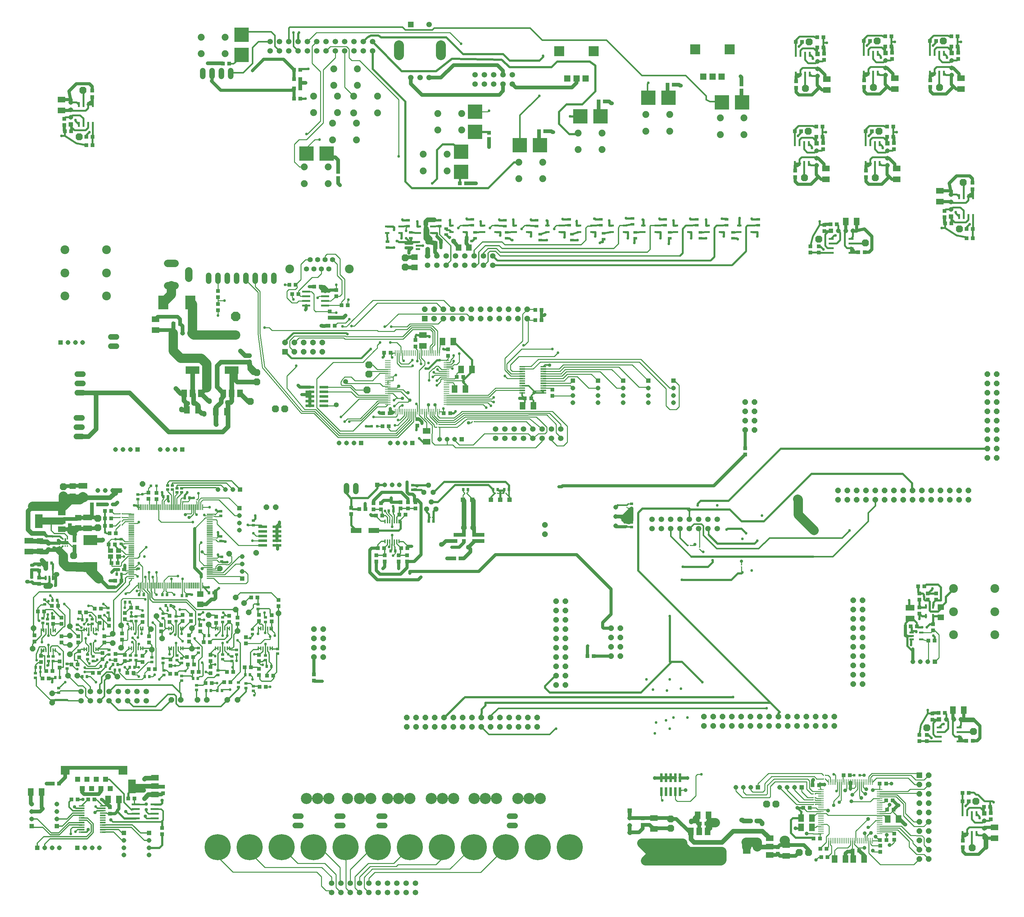
<source format=gbr>
G04 EAGLE Gerber RS-274X export*
G75*
%MOMM*%
%FSLAX34Y34*%
%LPD*%
%INTop Copper*%
%IPPOS*%
%AMOC8*
5,1,8,0,0,1.08239X$1,22.5*%
G01*
%ADD10R,0.270000X1.500000*%
%ADD11R,1.500000X0.270000*%
%ADD12R,0.900000X0.700000*%
%ADD13R,1.400000X1.200000*%
%ADD14R,1.100000X1.000000*%
%ADD15R,1.800000X1.600000*%
%ADD16R,0.700000X0.900000*%
%ADD17C,0.070000*%
%ADD18R,1.000000X1.100000*%
%ADD19R,2.400000X0.760000*%
%ADD20R,0.800000X0.800000*%
%ADD21P,2.089446X8X202.500000*%
%ADD22R,0.350000X0.250000*%
%ADD23P,2.089446X8X22.500000*%
%ADD24R,0.250000X0.350000*%
%ADD25R,0.280000X0.430000*%
%ADD26R,1.200000X0.600000*%
%ADD27R,0.973900X0.798700*%
%ADD28R,2.781300X2.781300*%
%ADD29R,1.800000X1.800000*%
%ADD30R,0.760000X2.400000*%
%ADD31P,1.649562X8X112.500000*%
%ADD32P,1.649562X8X22.500000*%
%ADD33C,2.400000*%
%ADD34C,1.879600*%
%ADD35R,1.308000X1.308000*%
%ADD36C,1.308000*%
%ADD37P,1.429621X8X22.500000*%
%ADD38C,1.524000*%
%ADD39R,1.397000X1.397000*%
%ADD40R,2.476500X2.476500*%
%ADD41R,1.200000X0.550000*%
%ADD42R,0.304800X0.990600*%
%ADD43R,0.600000X1.200000*%
%ADD44R,2.400000X1.600000*%
%ADD45R,0.300000X0.450000*%
%ADD46C,0.027000*%
%ADD47R,2.006600X1.498600*%
%ADD48R,2.006600X3.810000*%
%ADD49R,3.800000X2.800000*%
%ADD50P,1.649562X8X202.500000*%
%ADD51R,1.498600X2.006600*%
%ADD52R,3.810000X2.006600*%
%ADD53R,1.080000X1.050000*%
%ADD54R,1.050000X1.080000*%
%ADD55R,2.000000X1.500000*%
%ADD56R,1.500000X2.000000*%
%ADD57C,1.508000*%
%ADD58C,0.102500*%
%ADD59R,0.600000X1.400000*%
%ADD60R,2.200000X0.600000*%
%ADD61C,1.422400*%
%ADD62R,4.000000X4.000000*%
%ADD63R,1.508000X1.508000*%
%ADD64C,2.700000*%
%ADD65R,1.524000X1.524000*%
%ADD66R,1.400000X0.600000*%
%ADD67P,2.089446X8X112.500000*%
%ADD68R,3.000000X1.400000*%
%ADD69C,2.000000*%
%ADD70C,2.540000*%
%ADD71P,2.749271X8X112.500000*%
%ADD72P,1.649562X8X292.500000*%
%ADD73R,0.430000X0.280000*%
%ADD74R,2.800000X3.800000*%
%ADD75R,1.600000X1.800000*%
%ADD76C,0.254000*%
%ADD77C,0.609600*%
%ADD78C,0.756400*%
%ADD79C,0.812800*%
%ADD80C,0.304800*%
%ADD81C,1.270000*%
%ADD82C,1.016000*%
%ADD83C,0.406400*%
%ADD84C,0.152400*%
%ADD85C,0.956400*%
%ADD86C,0.203200*%
%ADD87C,1.056400*%
%ADD88C,2.540000*%
%ADD89C,1.905000*%
%ADD90C,0.508000*%
%ADD91C,1.350000*%
%ADD92C,7.112000*%
%ADD93C,0.906400*%
%ADD94C,3.048000*%


D10*
X2348540Y323840D03*
X2343540Y323840D03*
X2338540Y323840D03*
X2333540Y323840D03*
X2328540Y323840D03*
X2323540Y323840D03*
X2318540Y323840D03*
X2313540Y323840D03*
X2308540Y323840D03*
X2303540Y323840D03*
X2298540Y323840D03*
X2293540Y323840D03*
X2288540Y323840D03*
X2283540Y323840D03*
X2278540Y323840D03*
X2273540Y323840D03*
X2268540Y323840D03*
X2263540Y323840D03*
X2258540Y323840D03*
X2253540Y323840D03*
X2248540Y323840D03*
X2243540Y323840D03*
X2238540Y323840D03*
X2233540Y323840D03*
X2228540Y323840D03*
D11*
X2208540Y303840D03*
X2208540Y298840D03*
X2208540Y293840D03*
X2208540Y288840D03*
X2208540Y283840D03*
X2208540Y278840D03*
X2208540Y273840D03*
X2208540Y268840D03*
X2208540Y263840D03*
X2208540Y258840D03*
X2208540Y253840D03*
X2208540Y248840D03*
X2208540Y243840D03*
X2208540Y238840D03*
X2208540Y233840D03*
X2208540Y228840D03*
X2208540Y223840D03*
X2208540Y218840D03*
X2208540Y213840D03*
X2208540Y208840D03*
X2208540Y203840D03*
X2208540Y198840D03*
X2208540Y193840D03*
X2208540Y188840D03*
X2208540Y183840D03*
D10*
X2228540Y163840D03*
X2233540Y163840D03*
X2238540Y163840D03*
X2243540Y163840D03*
X2248540Y163840D03*
X2253540Y163840D03*
X2258540Y163840D03*
X2263540Y163840D03*
X2268540Y163840D03*
X2273540Y163840D03*
X2278540Y163840D03*
X2283540Y163840D03*
X2288540Y163840D03*
X2293540Y163840D03*
X2298540Y163840D03*
X2303540Y163840D03*
X2308540Y163840D03*
X2313540Y163840D03*
X2318540Y163840D03*
X2323540Y163840D03*
X2328540Y163840D03*
X2333540Y163840D03*
X2338540Y163840D03*
X2343540Y163840D03*
X2348540Y163840D03*
D11*
X2368540Y183840D03*
X2368540Y188840D03*
X2368540Y193840D03*
X2368540Y198840D03*
X2368540Y203840D03*
X2368540Y208840D03*
X2368540Y213840D03*
X2368540Y218840D03*
X2368540Y223840D03*
X2368540Y228840D03*
X2368540Y233840D03*
X2368540Y238840D03*
X2368540Y243840D03*
X2368540Y248840D03*
X2368540Y253840D03*
X2368540Y258840D03*
X2368540Y263840D03*
X2368540Y268840D03*
X2368540Y273840D03*
X2368540Y278840D03*
X2368540Y283840D03*
X2368540Y288840D03*
X2368540Y293840D03*
X2368540Y298840D03*
X2368540Y303840D03*
D12*
X660400Y1024740D03*
X660400Y1037740D03*
D13*
X292940Y939420D03*
X292940Y955420D03*
X270940Y955420D03*
X270940Y939420D03*
D14*
X282820Y972820D03*
X265820Y972820D03*
X273440Y922020D03*
X290440Y922020D03*
D15*
X515620Y836960D03*
X515620Y808960D03*
D16*
X473560Y1099820D03*
X486560Y1099820D03*
D14*
X374142Y1096654D03*
X374142Y1113654D03*
D17*
X347890Y868390D02*
X347890Y853490D01*
X345790Y853490D01*
X345790Y868390D01*
X347890Y868390D01*
X347890Y854155D02*
X345790Y854155D01*
X345790Y854820D02*
X347890Y854820D01*
X347890Y855485D02*
X345790Y855485D01*
X345790Y856150D02*
X347890Y856150D01*
X347890Y856815D02*
X345790Y856815D01*
X345790Y857480D02*
X347890Y857480D01*
X347890Y858145D02*
X345790Y858145D01*
X345790Y858810D02*
X347890Y858810D01*
X347890Y859475D02*
X345790Y859475D01*
X345790Y860140D02*
X347890Y860140D01*
X347890Y860805D02*
X345790Y860805D01*
X345790Y861470D02*
X347890Y861470D01*
X347890Y862135D02*
X345790Y862135D01*
X345790Y862800D02*
X347890Y862800D01*
X347890Y863465D02*
X345790Y863465D01*
X345790Y864130D02*
X347890Y864130D01*
X347890Y864795D02*
X345790Y864795D01*
X345790Y865460D02*
X347890Y865460D01*
X347890Y866125D02*
X345790Y866125D01*
X345790Y866790D02*
X347890Y866790D01*
X347890Y867455D02*
X345790Y867455D01*
X345790Y868120D02*
X347890Y868120D01*
X352890Y868390D02*
X352890Y853490D01*
X350790Y853490D01*
X350790Y868390D01*
X352890Y868390D01*
X352890Y854155D02*
X350790Y854155D01*
X350790Y854820D02*
X352890Y854820D01*
X352890Y855485D02*
X350790Y855485D01*
X350790Y856150D02*
X352890Y856150D01*
X352890Y856815D02*
X350790Y856815D01*
X350790Y857480D02*
X352890Y857480D01*
X352890Y858145D02*
X350790Y858145D01*
X350790Y858810D02*
X352890Y858810D01*
X352890Y859475D02*
X350790Y859475D01*
X350790Y860140D02*
X352890Y860140D01*
X352890Y860805D02*
X350790Y860805D01*
X350790Y861470D02*
X352890Y861470D01*
X352890Y862135D02*
X350790Y862135D01*
X350790Y862800D02*
X352890Y862800D01*
X352890Y863465D02*
X350790Y863465D01*
X350790Y864130D02*
X352890Y864130D01*
X352890Y864795D02*
X350790Y864795D01*
X350790Y865460D02*
X352890Y865460D01*
X352890Y866125D02*
X350790Y866125D01*
X350790Y866790D02*
X352890Y866790D01*
X352890Y867455D02*
X350790Y867455D01*
X350790Y868120D02*
X352890Y868120D01*
X357890Y868390D02*
X357890Y853490D01*
X355790Y853490D01*
X355790Y868390D01*
X357890Y868390D01*
X357890Y854155D02*
X355790Y854155D01*
X355790Y854820D02*
X357890Y854820D01*
X357890Y855485D02*
X355790Y855485D01*
X355790Y856150D02*
X357890Y856150D01*
X357890Y856815D02*
X355790Y856815D01*
X355790Y857480D02*
X357890Y857480D01*
X357890Y858145D02*
X355790Y858145D01*
X355790Y858810D02*
X357890Y858810D01*
X357890Y859475D02*
X355790Y859475D01*
X355790Y860140D02*
X357890Y860140D01*
X357890Y860805D02*
X355790Y860805D01*
X355790Y861470D02*
X357890Y861470D01*
X357890Y862135D02*
X355790Y862135D01*
X355790Y862800D02*
X357890Y862800D01*
X357890Y863465D02*
X355790Y863465D01*
X355790Y864130D02*
X357890Y864130D01*
X357890Y864795D02*
X355790Y864795D01*
X355790Y865460D02*
X357890Y865460D01*
X357890Y866125D02*
X355790Y866125D01*
X355790Y866790D02*
X357890Y866790D01*
X357890Y867455D02*
X355790Y867455D01*
X355790Y868120D02*
X357890Y868120D01*
X362890Y868390D02*
X362890Y853490D01*
X360790Y853490D01*
X360790Y868390D01*
X362890Y868390D01*
X362890Y854155D02*
X360790Y854155D01*
X360790Y854820D02*
X362890Y854820D01*
X362890Y855485D02*
X360790Y855485D01*
X360790Y856150D02*
X362890Y856150D01*
X362890Y856815D02*
X360790Y856815D01*
X360790Y857480D02*
X362890Y857480D01*
X362890Y858145D02*
X360790Y858145D01*
X360790Y858810D02*
X362890Y858810D01*
X362890Y859475D02*
X360790Y859475D01*
X360790Y860140D02*
X362890Y860140D01*
X362890Y860805D02*
X360790Y860805D01*
X360790Y861470D02*
X362890Y861470D01*
X362890Y862135D02*
X360790Y862135D01*
X360790Y862800D02*
X362890Y862800D01*
X362890Y863465D02*
X360790Y863465D01*
X360790Y864130D02*
X362890Y864130D01*
X362890Y864795D02*
X360790Y864795D01*
X360790Y865460D02*
X362890Y865460D01*
X362890Y866125D02*
X360790Y866125D01*
X360790Y866790D02*
X362890Y866790D01*
X362890Y867455D02*
X360790Y867455D01*
X360790Y868120D02*
X362890Y868120D01*
X367890Y868390D02*
X367890Y853490D01*
X365790Y853490D01*
X365790Y868390D01*
X367890Y868390D01*
X367890Y854155D02*
X365790Y854155D01*
X365790Y854820D02*
X367890Y854820D01*
X367890Y855485D02*
X365790Y855485D01*
X365790Y856150D02*
X367890Y856150D01*
X367890Y856815D02*
X365790Y856815D01*
X365790Y857480D02*
X367890Y857480D01*
X367890Y858145D02*
X365790Y858145D01*
X365790Y858810D02*
X367890Y858810D01*
X367890Y859475D02*
X365790Y859475D01*
X365790Y860140D02*
X367890Y860140D01*
X367890Y860805D02*
X365790Y860805D01*
X365790Y861470D02*
X367890Y861470D01*
X367890Y862135D02*
X365790Y862135D01*
X365790Y862800D02*
X367890Y862800D01*
X367890Y863465D02*
X365790Y863465D01*
X365790Y864130D02*
X367890Y864130D01*
X367890Y864795D02*
X365790Y864795D01*
X365790Y865460D02*
X367890Y865460D01*
X367890Y866125D02*
X365790Y866125D01*
X365790Y866790D02*
X367890Y866790D01*
X367890Y867455D02*
X365790Y867455D01*
X365790Y868120D02*
X367890Y868120D01*
X372890Y868390D02*
X372890Y853490D01*
X370790Y853490D01*
X370790Y868390D01*
X372890Y868390D01*
X372890Y854155D02*
X370790Y854155D01*
X370790Y854820D02*
X372890Y854820D01*
X372890Y855485D02*
X370790Y855485D01*
X370790Y856150D02*
X372890Y856150D01*
X372890Y856815D02*
X370790Y856815D01*
X370790Y857480D02*
X372890Y857480D01*
X372890Y858145D02*
X370790Y858145D01*
X370790Y858810D02*
X372890Y858810D01*
X372890Y859475D02*
X370790Y859475D01*
X370790Y860140D02*
X372890Y860140D01*
X372890Y860805D02*
X370790Y860805D01*
X370790Y861470D02*
X372890Y861470D01*
X372890Y862135D02*
X370790Y862135D01*
X370790Y862800D02*
X372890Y862800D01*
X372890Y863465D02*
X370790Y863465D01*
X370790Y864130D02*
X372890Y864130D01*
X372890Y864795D02*
X370790Y864795D01*
X370790Y865460D02*
X372890Y865460D01*
X372890Y866125D02*
X370790Y866125D01*
X370790Y866790D02*
X372890Y866790D01*
X372890Y867455D02*
X370790Y867455D01*
X370790Y868120D02*
X372890Y868120D01*
X377890Y868390D02*
X377890Y853490D01*
X375790Y853490D01*
X375790Y868390D01*
X377890Y868390D01*
X377890Y854155D02*
X375790Y854155D01*
X375790Y854820D02*
X377890Y854820D01*
X377890Y855485D02*
X375790Y855485D01*
X375790Y856150D02*
X377890Y856150D01*
X377890Y856815D02*
X375790Y856815D01*
X375790Y857480D02*
X377890Y857480D01*
X377890Y858145D02*
X375790Y858145D01*
X375790Y858810D02*
X377890Y858810D01*
X377890Y859475D02*
X375790Y859475D01*
X375790Y860140D02*
X377890Y860140D01*
X377890Y860805D02*
X375790Y860805D01*
X375790Y861470D02*
X377890Y861470D01*
X377890Y862135D02*
X375790Y862135D01*
X375790Y862800D02*
X377890Y862800D01*
X377890Y863465D02*
X375790Y863465D01*
X375790Y864130D02*
X377890Y864130D01*
X377890Y864795D02*
X375790Y864795D01*
X375790Y865460D02*
X377890Y865460D01*
X377890Y866125D02*
X375790Y866125D01*
X375790Y866790D02*
X377890Y866790D01*
X377890Y867455D02*
X375790Y867455D01*
X375790Y868120D02*
X377890Y868120D01*
X382890Y868390D02*
X382890Y853490D01*
X380790Y853490D01*
X380790Y868390D01*
X382890Y868390D01*
X382890Y854155D02*
X380790Y854155D01*
X380790Y854820D02*
X382890Y854820D01*
X382890Y855485D02*
X380790Y855485D01*
X380790Y856150D02*
X382890Y856150D01*
X382890Y856815D02*
X380790Y856815D01*
X380790Y857480D02*
X382890Y857480D01*
X382890Y858145D02*
X380790Y858145D01*
X380790Y858810D02*
X382890Y858810D01*
X382890Y859475D02*
X380790Y859475D01*
X380790Y860140D02*
X382890Y860140D01*
X382890Y860805D02*
X380790Y860805D01*
X380790Y861470D02*
X382890Y861470D01*
X382890Y862135D02*
X380790Y862135D01*
X380790Y862800D02*
X382890Y862800D01*
X382890Y863465D02*
X380790Y863465D01*
X380790Y864130D02*
X382890Y864130D01*
X382890Y864795D02*
X380790Y864795D01*
X380790Y865460D02*
X382890Y865460D01*
X382890Y866125D02*
X380790Y866125D01*
X380790Y866790D02*
X382890Y866790D01*
X382890Y867455D02*
X380790Y867455D01*
X380790Y868120D02*
X382890Y868120D01*
X387890Y868390D02*
X387890Y853490D01*
X385790Y853490D01*
X385790Y868390D01*
X387890Y868390D01*
X387890Y854155D02*
X385790Y854155D01*
X385790Y854820D02*
X387890Y854820D01*
X387890Y855485D02*
X385790Y855485D01*
X385790Y856150D02*
X387890Y856150D01*
X387890Y856815D02*
X385790Y856815D01*
X385790Y857480D02*
X387890Y857480D01*
X387890Y858145D02*
X385790Y858145D01*
X385790Y858810D02*
X387890Y858810D01*
X387890Y859475D02*
X385790Y859475D01*
X385790Y860140D02*
X387890Y860140D01*
X387890Y860805D02*
X385790Y860805D01*
X385790Y861470D02*
X387890Y861470D01*
X387890Y862135D02*
X385790Y862135D01*
X385790Y862800D02*
X387890Y862800D01*
X387890Y863465D02*
X385790Y863465D01*
X385790Y864130D02*
X387890Y864130D01*
X387890Y864795D02*
X385790Y864795D01*
X385790Y865460D02*
X387890Y865460D01*
X387890Y866125D02*
X385790Y866125D01*
X385790Y866790D02*
X387890Y866790D01*
X387890Y867455D02*
X385790Y867455D01*
X385790Y868120D02*
X387890Y868120D01*
X392890Y868390D02*
X392890Y853490D01*
X390790Y853490D01*
X390790Y868390D01*
X392890Y868390D01*
X392890Y854155D02*
X390790Y854155D01*
X390790Y854820D02*
X392890Y854820D01*
X392890Y855485D02*
X390790Y855485D01*
X390790Y856150D02*
X392890Y856150D01*
X392890Y856815D02*
X390790Y856815D01*
X390790Y857480D02*
X392890Y857480D01*
X392890Y858145D02*
X390790Y858145D01*
X390790Y858810D02*
X392890Y858810D01*
X392890Y859475D02*
X390790Y859475D01*
X390790Y860140D02*
X392890Y860140D01*
X392890Y860805D02*
X390790Y860805D01*
X390790Y861470D02*
X392890Y861470D01*
X392890Y862135D02*
X390790Y862135D01*
X390790Y862800D02*
X392890Y862800D01*
X392890Y863465D02*
X390790Y863465D01*
X390790Y864130D02*
X392890Y864130D01*
X392890Y864795D02*
X390790Y864795D01*
X390790Y865460D02*
X392890Y865460D01*
X392890Y866125D02*
X390790Y866125D01*
X390790Y866790D02*
X392890Y866790D01*
X392890Y867455D02*
X390790Y867455D01*
X390790Y868120D02*
X392890Y868120D01*
X397890Y868390D02*
X397890Y853490D01*
X395790Y853490D01*
X395790Y868390D01*
X397890Y868390D01*
X397890Y854155D02*
X395790Y854155D01*
X395790Y854820D02*
X397890Y854820D01*
X397890Y855485D02*
X395790Y855485D01*
X395790Y856150D02*
X397890Y856150D01*
X397890Y856815D02*
X395790Y856815D01*
X395790Y857480D02*
X397890Y857480D01*
X397890Y858145D02*
X395790Y858145D01*
X395790Y858810D02*
X397890Y858810D01*
X397890Y859475D02*
X395790Y859475D01*
X395790Y860140D02*
X397890Y860140D01*
X397890Y860805D02*
X395790Y860805D01*
X395790Y861470D02*
X397890Y861470D01*
X397890Y862135D02*
X395790Y862135D01*
X395790Y862800D02*
X397890Y862800D01*
X397890Y863465D02*
X395790Y863465D01*
X395790Y864130D02*
X397890Y864130D01*
X397890Y864795D02*
X395790Y864795D01*
X395790Y865460D02*
X397890Y865460D01*
X397890Y866125D02*
X395790Y866125D01*
X395790Y866790D02*
X397890Y866790D01*
X397890Y867455D02*
X395790Y867455D01*
X395790Y868120D02*
X397890Y868120D01*
X402890Y868390D02*
X402890Y853490D01*
X400790Y853490D01*
X400790Y868390D01*
X402890Y868390D01*
X402890Y854155D02*
X400790Y854155D01*
X400790Y854820D02*
X402890Y854820D01*
X402890Y855485D02*
X400790Y855485D01*
X400790Y856150D02*
X402890Y856150D01*
X402890Y856815D02*
X400790Y856815D01*
X400790Y857480D02*
X402890Y857480D01*
X402890Y858145D02*
X400790Y858145D01*
X400790Y858810D02*
X402890Y858810D01*
X402890Y859475D02*
X400790Y859475D01*
X400790Y860140D02*
X402890Y860140D01*
X402890Y860805D02*
X400790Y860805D01*
X400790Y861470D02*
X402890Y861470D01*
X402890Y862135D02*
X400790Y862135D01*
X400790Y862800D02*
X402890Y862800D01*
X402890Y863465D02*
X400790Y863465D01*
X400790Y864130D02*
X402890Y864130D01*
X402890Y864795D02*
X400790Y864795D01*
X400790Y865460D02*
X402890Y865460D01*
X402890Y866125D02*
X400790Y866125D01*
X400790Y866790D02*
X402890Y866790D01*
X402890Y867455D02*
X400790Y867455D01*
X400790Y868120D02*
X402890Y868120D01*
X407890Y868390D02*
X407890Y853490D01*
X405790Y853490D01*
X405790Y868390D01*
X407890Y868390D01*
X407890Y854155D02*
X405790Y854155D01*
X405790Y854820D02*
X407890Y854820D01*
X407890Y855485D02*
X405790Y855485D01*
X405790Y856150D02*
X407890Y856150D01*
X407890Y856815D02*
X405790Y856815D01*
X405790Y857480D02*
X407890Y857480D01*
X407890Y858145D02*
X405790Y858145D01*
X405790Y858810D02*
X407890Y858810D01*
X407890Y859475D02*
X405790Y859475D01*
X405790Y860140D02*
X407890Y860140D01*
X407890Y860805D02*
X405790Y860805D01*
X405790Y861470D02*
X407890Y861470D01*
X407890Y862135D02*
X405790Y862135D01*
X405790Y862800D02*
X407890Y862800D01*
X407890Y863465D02*
X405790Y863465D01*
X405790Y864130D02*
X407890Y864130D01*
X407890Y864795D02*
X405790Y864795D01*
X405790Y865460D02*
X407890Y865460D01*
X407890Y866125D02*
X405790Y866125D01*
X405790Y866790D02*
X407890Y866790D01*
X407890Y867455D02*
X405790Y867455D01*
X405790Y868120D02*
X407890Y868120D01*
X412890Y868390D02*
X412890Y853490D01*
X410790Y853490D01*
X410790Y868390D01*
X412890Y868390D01*
X412890Y854155D02*
X410790Y854155D01*
X410790Y854820D02*
X412890Y854820D01*
X412890Y855485D02*
X410790Y855485D01*
X410790Y856150D02*
X412890Y856150D01*
X412890Y856815D02*
X410790Y856815D01*
X410790Y857480D02*
X412890Y857480D01*
X412890Y858145D02*
X410790Y858145D01*
X410790Y858810D02*
X412890Y858810D01*
X412890Y859475D02*
X410790Y859475D01*
X410790Y860140D02*
X412890Y860140D01*
X412890Y860805D02*
X410790Y860805D01*
X410790Y861470D02*
X412890Y861470D01*
X412890Y862135D02*
X410790Y862135D01*
X410790Y862800D02*
X412890Y862800D01*
X412890Y863465D02*
X410790Y863465D01*
X410790Y864130D02*
X412890Y864130D01*
X412890Y864795D02*
X410790Y864795D01*
X410790Y865460D02*
X412890Y865460D01*
X412890Y866125D02*
X410790Y866125D01*
X410790Y866790D02*
X412890Y866790D01*
X412890Y867455D02*
X410790Y867455D01*
X410790Y868120D02*
X412890Y868120D01*
X417890Y868390D02*
X417890Y853490D01*
X415790Y853490D01*
X415790Y868390D01*
X417890Y868390D01*
X417890Y854155D02*
X415790Y854155D01*
X415790Y854820D02*
X417890Y854820D01*
X417890Y855485D02*
X415790Y855485D01*
X415790Y856150D02*
X417890Y856150D01*
X417890Y856815D02*
X415790Y856815D01*
X415790Y857480D02*
X417890Y857480D01*
X417890Y858145D02*
X415790Y858145D01*
X415790Y858810D02*
X417890Y858810D01*
X417890Y859475D02*
X415790Y859475D01*
X415790Y860140D02*
X417890Y860140D01*
X417890Y860805D02*
X415790Y860805D01*
X415790Y861470D02*
X417890Y861470D01*
X417890Y862135D02*
X415790Y862135D01*
X415790Y862800D02*
X417890Y862800D01*
X417890Y863465D02*
X415790Y863465D01*
X415790Y864130D02*
X417890Y864130D01*
X417890Y864795D02*
X415790Y864795D01*
X415790Y865460D02*
X417890Y865460D01*
X417890Y866125D02*
X415790Y866125D01*
X415790Y866790D02*
X417890Y866790D01*
X417890Y867455D02*
X415790Y867455D01*
X415790Y868120D02*
X417890Y868120D01*
X422890Y868390D02*
X422890Y853490D01*
X420790Y853490D01*
X420790Y868390D01*
X422890Y868390D01*
X422890Y854155D02*
X420790Y854155D01*
X420790Y854820D02*
X422890Y854820D01*
X422890Y855485D02*
X420790Y855485D01*
X420790Y856150D02*
X422890Y856150D01*
X422890Y856815D02*
X420790Y856815D01*
X420790Y857480D02*
X422890Y857480D01*
X422890Y858145D02*
X420790Y858145D01*
X420790Y858810D02*
X422890Y858810D01*
X422890Y859475D02*
X420790Y859475D01*
X420790Y860140D02*
X422890Y860140D01*
X422890Y860805D02*
X420790Y860805D01*
X420790Y861470D02*
X422890Y861470D01*
X422890Y862135D02*
X420790Y862135D01*
X420790Y862800D02*
X422890Y862800D01*
X422890Y863465D02*
X420790Y863465D01*
X420790Y864130D02*
X422890Y864130D01*
X422890Y864795D02*
X420790Y864795D01*
X420790Y865460D02*
X422890Y865460D01*
X422890Y866125D02*
X420790Y866125D01*
X420790Y866790D02*
X422890Y866790D01*
X422890Y867455D02*
X420790Y867455D01*
X420790Y868120D02*
X422890Y868120D01*
X427890Y868390D02*
X427890Y853490D01*
X425790Y853490D01*
X425790Y868390D01*
X427890Y868390D01*
X427890Y854155D02*
X425790Y854155D01*
X425790Y854820D02*
X427890Y854820D01*
X427890Y855485D02*
X425790Y855485D01*
X425790Y856150D02*
X427890Y856150D01*
X427890Y856815D02*
X425790Y856815D01*
X425790Y857480D02*
X427890Y857480D01*
X427890Y858145D02*
X425790Y858145D01*
X425790Y858810D02*
X427890Y858810D01*
X427890Y859475D02*
X425790Y859475D01*
X425790Y860140D02*
X427890Y860140D01*
X427890Y860805D02*
X425790Y860805D01*
X425790Y861470D02*
X427890Y861470D01*
X427890Y862135D02*
X425790Y862135D01*
X425790Y862800D02*
X427890Y862800D01*
X427890Y863465D02*
X425790Y863465D01*
X425790Y864130D02*
X427890Y864130D01*
X427890Y864795D02*
X425790Y864795D01*
X425790Y865460D02*
X427890Y865460D01*
X427890Y866125D02*
X425790Y866125D01*
X425790Y866790D02*
X427890Y866790D01*
X427890Y867455D02*
X425790Y867455D01*
X425790Y868120D02*
X427890Y868120D01*
X432890Y868390D02*
X432890Y853490D01*
X430790Y853490D01*
X430790Y868390D01*
X432890Y868390D01*
X432890Y854155D02*
X430790Y854155D01*
X430790Y854820D02*
X432890Y854820D01*
X432890Y855485D02*
X430790Y855485D01*
X430790Y856150D02*
X432890Y856150D01*
X432890Y856815D02*
X430790Y856815D01*
X430790Y857480D02*
X432890Y857480D01*
X432890Y858145D02*
X430790Y858145D01*
X430790Y858810D02*
X432890Y858810D01*
X432890Y859475D02*
X430790Y859475D01*
X430790Y860140D02*
X432890Y860140D01*
X432890Y860805D02*
X430790Y860805D01*
X430790Y861470D02*
X432890Y861470D01*
X432890Y862135D02*
X430790Y862135D01*
X430790Y862800D02*
X432890Y862800D01*
X432890Y863465D02*
X430790Y863465D01*
X430790Y864130D02*
X432890Y864130D01*
X432890Y864795D02*
X430790Y864795D01*
X430790Y865460D02*
X432890Y865460D01*
X432890Y866125D02*
X430790Y866125D01*
X430790Y866790D02*
X432890Y866790D01*
X432890Y867455D02*
X430790Y867455D01*
X430790Y868120D02*
X432890Y868120D01*
X437890Y868390D02*
X437890Y853490D01*
X435790Y853490D01*
X435790Y868390D01*
X437890Y868390D01*
X437890Y854155D02*
X435790Y854155D01*
X435790Y854820D02*
X437890Y854820D01*
X437890Y855485D02*
X435790Y855485D01*
X435790Y856150D02*
X437890Y856150D01*
X437890Y856815D02*
X435790Y856815D01*
X435790Y857480D02*
X437890Y857480D01*
X437890Y858145D02*
X435790Y858145D01*
X435790Y858810D02*
X437890Y858810D01*
X437890Y859475D02*
X435790Y859475D01*
X435790Y860140D02*
X437890Y860140D01*
X437890Y860805D02*
X435790Y860805D01*
X435790Y861470D02*
X437890Y861470D01*
X437890Y862135D02*
X435790Y862135D01*
X435790Y862800D02*
X437890Y862800D01*
X437890Y863465D02*
X435790Y863465D01*
X435790Y864130D02*
X437890Y864130D01*
X437890Y864795D02*
X435790Y864795D01*
X435790Y865460D02*
X437890Y865460D01*
X437890Y866125D02*
X435790Y866125D01*
X435790Y866790D02*
X437890Y866790D01*
X437890Y867455D02*
X435790Y867455D01*
X435790Y868120D02*
X437890Y868120D01*
X442890Y868390D02*
X442890Y853490D01*
X440790Y853490D01*
X440790Y868390D01*
X442890Y868390D01*
X442890Y854155D02*
X440790Y854155D01*
X440790Y854820D02*
X442890Y854820D01*
X442890Y855485D02*
X440790Y855485D01*
X440790Y856150D02*
X442890Y856150D01*
X442890Y856815D02*
X440790Y856815D01*
X440790Y857480D02*
X442890Y857480D01*
X442890Y858145D02*
X440790Y858145D01*
X440790Y858810D02*
X442890Y858810D01*
X442890Y859475D02*
X440790Y859475D01*
X440790Y860140D02*
X442890Y860140D01*
X442890Y860805D02*
X440790Y860805D01*
X440790Y861470D02*
X442890Y861470D01*
X442890Y862135D02*
X440790Y862135D01*
X440790Y862800D02*
X442890Y862800D01*
X442890Y863465D02*
X440790Y863465D01*
X440790Y864130D02*
X442890Y864130D01*
X442890Y864795D02*
X440790Y864795D01*
X440790Y865460D02*
X442890Y865460D01*
X442890Y866125D02*
X440790Y866125D01*
X440790Y866790D02*
X442890Y866790D01*
X442890Y867455D02*
X440790Y867455D01*
X440790Y868120D02*
X442890Y868120D01*
X447890Y868390D02*
X447890Y853490D01*
X445790Y853490D01*
X445790Y868390D01*
X447890Y868390D01*
X447890Y854155D02*
X445790Y854155D01*
X445790Y854820D02*
X447890Y854820D01*
X447890Y855485D02*
X445790Y855485D01*
X445790Y856150D02*
X447890Y856150D01*
X447890Y856815D02*
X445790Y856815D01*
X445790Y857480D02*
X447890Y857480D01*
X447890Y858145D02*
X445790Y858145D01*
X445790Y858810D02*
X447890Y858810D01*
X447890Y859475D02*
X445790Y859475D01*
X445790Y860140D02*
X447890Y860140D01*
X447890Y860805D02*
X445790Y860805D01*
X445790Y861470D02*
X447890Y861470D01*
X447890Y862135D02*
X445790Y862135D01*
X445790Y862800D02*
X447890Y862800D01*
X447890Y863465D02*
X445790Y863465D01*
X445790Y864130D02*
X447890Y864130D01*
X447890Y864795D02*
X445790Y864795D01*
X445790Y865460D02*
X447890Y865460D01*
X447890Y866125D02*
X445790Y866125D01*
X445790Y866790D02*
X447890Y866790D01*
X447890Y867455D02*
X445790Y867455D01*
X445790Y868120D02*
X447890Y868120D01*
X452890Y868390D02*
X452890Y853490D01*
X450790Y853490D01*
X450790Y868390D01*
X452890Y868390D01*
X452890Y854155D02*
X450790Y854155D01*
X450790Y854820D02*
X452890Y854820D01*
X452890Y855485D02*
X450790Y855485D01*
X450790Y856150D02*
X452890Y856150D01*
X452890Y856815D02*
X450790Y856815D01*
X450790Y857480D02*
X452890Y857480D01*
X452890Y858145D02*
X450790Y858145D01*
X450790Y858810D02*
X452890Y858810D01*
X452890Y859475D02*
X450790Y859475D01*
X450790Y860140D02*
X452890Y860140D01*
X452890Y860805D02*
X450790Y860805D01*
X450790Y861470D02*
X452890Y861470D01*
X452890Y862135D02*
X450790Y862135D01*
X450790Y862800D02*
X452890Y862800D01*
X452890Y863465D02*
X450790Y863465D01*
X450790Y864130D02*
X452890Y864130D01*
X452890Y864795D02*
X450790Y864795D01*
X450790Y865460D02*
X452890Y865460D01*
X452890Y866125D02*
X450790Y866125D01*
X450790Y866790D02*
X452890Y866790D01*
X452890Y867455D02*
X450790Y867455D01*
X450790Y868120D02*
X452890Y868120D01*
X457890Y868390D02*
X457890Y853490D01*
X455790Y853490D01*
X455790Y868390D01*
X457890Y868390D01*
X457890Y854155D02*
X455790Y854155D01*
X455790Y854820D02*
X457890Y854820D01*
X457890Y855485D02*
X455790Y855485D01*
X455790Y856150D02*
X457890Y856150D01*
X457890Y856815D02*
X455790Y856815D01*
X455790Y857480D02*
X457890Y857480D01*
X457890Y858145D02*
X455790Y858145D01*
X455790Y858810D02*
X457890Y858810D01*
X457890Y859475D02*
X455790Y859475D01*
X455790Y860140D02*
X457890Y860140D01*
X457890Y860805D02*
X455790Y860805D01*
X455790Y861470D02*
X457890Y861470D01*
X457890Y862135D02*
X455790Y862135D01*
X455790Y862800D02*
X457890Y862800D01*
X457890Y863465D02*
X455790Y863465D01*
X455790Y864130D02*
X457890Y864130D01*
X457890Y864795D02*
X455790Y864795D01*
X455790Y865460D02*
X457890Y865460D01*
X457890Y866125D02*
X455790Y866125D01*
X455790Y866790D02*
X457890Y866790D01*
X457890Y867455D02*
X455790Y867455D01*
X455790Y868120D02*
X457890Y868120D01*
X462890Y868390D02*
X462890Y853490D01*
X460790Y853490D01*
X460790Y868390D01*
X462890Y868390D01*
X462890Y854155D02*
X460790Y854155D01*
X460790Y854820D02*
X462890Y854820D01*
X462890Y855485D02*
X460790Y855485D01*
X460790Y856150D02*
X462890Y856150D01*
X462890Y856815D02*
X460790Y856815D01*
X460790Y857480D02*
X462890Y857480D01*
X462890Y858145D02*
X460790Y858145D01*
X460790Y858810D02*
X462890Y858810D01*
X462890Y859475D02*
X460790Y859475D01*
X460790Y860140D02*
X462890Y860140D01*
X462890Y860805D02*
X460790Y860805D01*
X460790Y861470D02*
X462890Y861470D01*
X462890Y862135D02*
X460790Y862135D01*
X460790Y862800D02*
X462890Y862800D01*
X462890Y863465D02*
X460790Y863465D01*
X460790Y864130D02*
X462890Y864130D01*
X462890Y864795D02*
X460790Y864795D01*
X460790Y865460D02*
X462890Y865460D01*
X462890Y866125D02*
X460790Y866125D01*
X460790Y866790D02*
X462890Y866790D01*
X462890Y867455D02*
X460790Y867455D01*
X460790Y868120D02*
X462890Y868120D01*
X467890Y868390D02*
X467890Y853490D01*
X465790Y853490D01*
X465790Y868390D01*
X467890Y868390D01*
X467890Y854155D02*
X465790Y854155D01*
X465790Y854820D02*
X467890Y854820D01*
X467890Y855485D02*
X465790Y855485D01*
X465790Y856150D02*
X467890Y856150D01*
X467890Y856815D02*
X465790Y856815D01*
X465790Y857480D02*
X467890Y857480D01*
X467890Y858145D02*
X465790Y858145D01*
X465790Y858810D02*
X467890Y858810D01*
X467890Y859475D02*
X465790Y859475D01*
X465790Y860140D02*
X467890Y860140D01*
X467890Y860805D02*
X465790Y860805D01*
X465790Y861470D02*
X467890Y861470D01*
X467890Y862135D02*
X465790Y862135D01*
X465790Y862800D02*
X467890Y862800D01*
X467890Y863465D02*
X465790Y863465D01*
X465790Y864130D02*
X467890Y864130D01*
X467890Y864795D02*
X465790Y864795D01*
X465790Y865460D02*
X467890Y865460D01*
X467890Y866125D02*
X465790Y866125D01*
X465790Y866790D02*
X467890Y866790D01*
X467890Y867455D02*
X465790Y867455D01*
X465790Y868120D02*
X467890Y868120D01*
X472890Y868390D02*
X472890Y853490D01*
X470790Y853490D01*
X470790Y868390D01*
X472890Y868390D01*
X472890Y854155D02*
X470790Y854155D01*
X470790Y854820D02*
X472890Y854820D01*
X472890Y855485D02*
X470790Y855485D01*
X470790Y856150D02*
X472890Y856150D01*
X472890Y856815D02*
X470790Y856815D01*
X470790Y857480D02*
X472890Y857480D01*
X472890Y858145D02*
X470790Y858145D01*
X470790Y858810D02*
X472890Y858810D01*
X472890Y859475D02*
X470790Y859475D01*
X470790Y860140D02*
X472890Y860140D01*
X472890Y860805D02*
X470790Y860805D01*
X470790Y861470D02*
X472890Y861470D01*
X472890Y862135D02*
X470790Y862135D01*
X470790Y862800D02*
X472890Y862800D01*
X472890Y863465D02*
X470790Y863465D01*
X470790Y864130D02*
X472890Y864130D01*
X472890Y864795D02*
X470790Y864795D01*
X470790Y865460D02*
X472890Y865460D01*
X472890Y866125D02*
X470790Y866125D01*
X470790Y866790D02*
X472890Y866790D01*
X472890Y867455D02*
X470790Y867455D01*
X470790Y868120D02*
X472890Y868120D01*
X477890Y868390D02*
X477890Y853490D01*
X475790Y853490D01*
X475790Y868390D01*
X477890Y868390D01*
X477890Y854155D02*
X475790Y854155D01*
X475790Y854820D02*
X477890Y854820D01*
X477890Y855485D02*
X475790Y855485D01*
X475790Y856150D02*
X477890Y856150D01*
X477890Y856815D02*
X475790Y856815D01*
X475790Y857480D02*
X477890Y857480D01*
X477890Y858145D02*
X475790Y858145D01*
X475790Y858810D02*
X477890Y858810D01*
X477890Y859475D02*
X475790Y859475D01*
X475790Y860140D02*
X477890Y860140D01*
X477890Y860805D02*
X475790Y860805D01*
X475790Y861470D02*
X477890Y861470D01*
X477890Y862135D02*
X475790Y862135D01*
X475790Y862800D02*
X477890Y862800D01*
X477890Y863465D02*
X475790Y863465D01*
X475790Y864130D02*
X477890Y864130D01*
X477890Y864795D02*
X475790Y864795D01*
X475790Y865460D02*
X477890Y865460D01*
X477890Y866125D02*
X475790Y866125D01*
X475790Y866790D02*
X477890Y866790D01*
X477890Y867455D02*
X475790Y867455D01*
X475790Y868120D02*
X477890Y868120D01*
X482890Y868390D02*
X482890Y853490D01*
X480790Y853490D01*
X480790Y868390D01*
X482890Y868390D01*
X482890Y854155D02*
X480790Y854155D01*
X480790Y854820D02*
X482890Y854820D01*
X482890Y855485D02*
X480790Y855485D01*
X480790Y856150D02*
X482890Y856150D01*
X482890Y856815D02*
X480790Y856815D01*
X480790Y857480D02*
X482890Y857480D01*
X482890Y858145D02*
X480790Y858145D01*
X480790Y858810D02*
X482890Y858810D01*
X482890Y859475D02*
X480790Y859475D01*
X480790Y860140D02*
X482890Y860140D01*
X482890Y860805D02*
X480790Y860805D01*
X480790Y861470D02*
X482890Y861470D01*
X482890Y862135D02*
X480790Y862135D01*
X480790Y862800D02*
X482890Y862800D01*
X482890Y863465D02*
X480790Y863465D01*
X480790Y864130D02*
X482890Y864130D01*
X482890Y864795D02*
X480790Y864795D01*
X480790Y865460D02*
X482890Y865460D01*
X482890Y866125D02*
X480790Y866125D01*
X480790Y866790D02*
X482890Y866790D01*
X482890Y867455D02*
X480790Y867455D01*
X480790Y868120D02*
X482890Y868120D01*
X487890Y868390D02*
X487890Y853490D01*
X485790Y853490D01*
X485790Y868390D01*
X487890Y868390D01*
X487890Y854155D02*
X485790Y854155D01*
X485790Y854820D02*
X487890Y854820D01*
X487890Y855485D02*
X485790Y855485D01*
X485790Y856150D02*
X487890Y856150D01*
X487890Y856815D02*
X485790Y856815D01*
X485790Y857480D02*
X487890Y857480D01*
X487890Y858145D02*
X485790Y858145D01*
X485790Y858810D02*
X487890Y858810D01*
X487890Y859475D02*
X485790Y859475D01*
X485790Y860140D02*
X487890Y860140D01*
X487890Y860805D02*
X485790Y860805D01*
X485790Y861470D02*
X487890Y861470D01*
X487890Y862135D02*
X485790Y862135D01*
X485790Y862800D02*
X487890Y862800D01*
X487890Y863465D02*
X485790Y863465D01*
X485790Y864130D02*
X487890Y864130D01*
X487890Y864795D02*
X485790Y864795D01*
X485790Y865460D02*
X487890Y865460D01*
X487890Y866125D02*
X485790Y866125D01*
X485790Y866790D02*
X487890Y866790D01*
X487890Y867455D02*
X485790Y867455D01*
X485790Y868120D02*
X487890Y868120D01*
X492890Y868390D02*
X492890Y853490D01*
X490790Y853490D01*
X490790Y868390D01*
X492890Y868390D01*
X492890Y854155D02*
X490790Y854155D01*
X490790Y854820D02*
X492890Y854820D01*
X492890Y855485D02*
X490790Y855485D01*
X490790Y856150D02*
X492890Y856150D01*
X492890Y856815D02*
X490790Y856815D01*
X490790Y857480D02*
X492890Y857480D01*
X492890Y858145D02*
X490790Y858145D01*
X490790Y858810D02*
X492890Y858810D01*
X492890Y859475D02*
X490790Y859475D01*
X490790Y860140D02*
X492890Y860140D01*
X492890Y860805D02*
X490790Y860805D01*
X490790Y861470D02*
X492890Y861470D01*
X492890Y862135D02*
X490790Y862135D01*
X490790Y862800D02*
X492890Y862800D01*
X492890Y863465D02*
X490790Y863465D01*
X490790Y864130D02*
X492890Y864130D01*
X492890Y864795D02*
X490790Y864795D01*
X490790Y865460D02*
X492890Y865460D01*
X492890Y866125D02*
X490790Y866125D01*
X490790Y866790D02*
X492890Y866790D01*
X492890Y867455D02*
X490790Y867455D01*
X490790Y868120D02*
X492890Y868120D01*
X497890Y868390D02*
X497890Y853490D01*
X495790Y853490D01*
X495790Y868390D01*
X497890Y868390D01*
X497890Y854155D02*
X495790Y854155D01*
X495790Y854820D02*
X497890Y854820D01*
X497890Y855485D02*
X495790Y855485D01*
X495790Y856150D02*
X497890Y856150D01*
X497890Y856815D02*
X495790Y856815D01*
X495790Y857480D02*
X497890Y857480D01*
X497890Y858145D02*
X495790Y858145D01*
X495790Y858810D02*
X497890Y858810D01*
X497890Y859475D02*
X495790Y859475D01*
X495790Y860140D02*
X497890Y860140D01*
X497890Y860805D02*
X495790Y860805D01*
X495790Y861470D02*
X497890Y861470D01*
X497890Y862135D02*
X495790Y862135D01*
X495790Y862800D02*
X497890Y862800D01*
X497890Y863465D02*
X495790Y863465D01*
X495790Y864130D02*
X497890Y864130D01*
X497890Y864795D02*
X495790Y864795D01*
X495790Y865460D02*
X497890Y865460D01*
X497890Y866125D02*
X495790Y866125D01*
X495790Y866790D02*
X497890Y866790D01*
X497890Y867455D02*
X495790Y867455D01*
X495790Y868120D02*
X497890Y868120D01*
X502890Y868390D02*
X502890Y853490D01*
X500790Y853490D01*
X500790Y868390D01*
X502890Y868390D01*
X502890Y854155D02*
X500790Y854155D01*
X500790Y854820D02*
X502890Y854820D01*
X502890Y855485D02*
X500790Y855485D01*
X500790Y856150D02*
X502890Y856150D01*
X502890Y856815D02*
X500790Y856815D01*
X500790Y857480D02*
X502890Y857480D01*
X502890Y858145D02*
X500790Y858145D01*
X500790Y858810D02*
X502890Y858810D01*
X502890Y859475D02*
X500790Y859475D01*
X500790Y860140D02*
X502890Y860140D01*
X502890Y860805D02*
X500790Y860805D01*
X500790Y861470D02*
X502890Y861470D01*
X502890Y862135D02*
X500790Y862135D01*
X500790Y862800D02*
X502890Y862800D01*
X502890Y863465D02*
X500790Y863465D01*
X500790Y864130D02*
X502890Y864130D01*
X502890Y864795D02*
X500790Y864795D01*
X500790Y865460D02*
X502890Y865460D01*
X502890Y866125D02*
X500790Y866125D01*
X500790Y866790D02*
X502890Y866790D01*
X502890Y867455D02*
X500790Y867455D01*
X500790Y868120D02*
X502890Y868120D01*
X507890Y868390D02*
X507890Y853490D01*
X505790Y853490D01*
X505790Y868390D01*
X507890Y868390D01*
X507890Y854155D02*
X505790Y854155D01*
X505790Y854820D02*
X507890Y854820D01*
X507890Y855485D02*
X505790Y855485D01*
X505790Y856150D02*
X507890Y856150D01*
X507890Y856815D02*
X505790Y856815D01*
X505790Y857480D02*
X507890Y857480D01*
X507890Y858145D02*
X505790Y858145D01*
X505790Y858810D02*
X507890Y858810D01*
X507890Y859475D02*
X505790Y859475D01*
X505790Y860140D02*
X507890Y860140D01*
X507890Y860805D02*
X505790Y860805D01*
X505790Y861470D02*
X507890Y861470D01*
X507890Y862135D02*
X505790Y862135D01*
X505790Y862800D02*
X507890Y862800D01*
X507890Y863465D02*
X505790Y863465D01*
X505790Y864130D02*
X507890Y864130D01*
X507890Y864795D02*
X505790Y864795D01*
X505790Y865460D02*
X507890Y865460D01*
X507890Y866125D02*
X505790Y866125D01*
X505790Y866790D02*
X507890Y866790D01*
X507890Y867455D02*
X505790Y867455D01*
X505790Y868120D02*
X507890Y868120D01*
X512890Y868390D02*
X512890Y853490D01*
X510790Y853490D01*
X510790Y868390D01*
X512890Y868390D01*
X512890Y854155D02*
X510790Y854155D01*
X510790Y854820D02*
X512890Y854820D01*
X512890Y855485D02*
X510790Y855485D01*
X510790Y856150D02*
X512890Y856150D01*
X512890Y856815D02*
X510790Y856815D01*
X510790Y857480D02*
X512890Y857480D01*
X512890Y858145D02*
X510790Y858145D01*
X510790Y858810D02*
X512890Y858810D01*
X512890Y859475D02*
X510790Y859475D01*
X510790Y860140D02*
X512890Y860140D01*
X512890Y860805D02*
X510790Y860805D01*
X510790Y861470D02*
X512890Y861470D01*
X512890Y862135D02*
X510790Y862135D01*
X510790Y862800D02*
X512890Y862800D01*
X512890Y863465D02*
X510790Y863465D01*
X510790Y864130D02*
X512890Y864130D01*
X512890Y864795D02*
X510790Y864795D01*
X510790Y865460D02*
X512890Y865460D01*
X512890Y866125D02*
X510790Y866125D01*
X510790Y866790D02*
X512890Y866790D01*
X512890Y867455D02*
X510790Y867455D01*
X510790Y868120D02*
X512890Y868120D01*
X517890Y868390D02*
X517890Y853490D01*
X515790Y853490D01*
X515790Y868390D01*
X517890Y868390D01*
X517890Y854155D02*
X515790Y854155D01*
X515790Y854820D02*
X517890Y854820D01*
X517890Y855485D02*
X515790Y855485D01*
X515790Y856150D02*
X517890Y856150D01*
X517890Y856815D02*
X515790Y856815D01*
X515790Y857480D02*
X517890Y857480D01*
X517890Y858145D02*
X515790Y858145D01*
X515790Y858810D02*
X517890Y858810D01*
X517890Y859475D02*
X515790Y859475D01*
X515790Y860140D02*
X517890Y860140D01*
X517890Y860805D02*
X515790Y860805D01*
X515790Y861470D02*
X517890Y861470D01*
X517890Y862135D02*
X515790Y862135D01*
X515790Y862800D02*
X517890Y862800D01*
X517890Y863465D02*
X515790Y863465D01*
X515790Y864130D02*
X517890Y864130D01*
X517890Y864795D02*
X515790Y864795D01*
X515790Y865460D02*
X517890Y865460D01*
X517890Y866125D02*
X515790Y866125D01*
X515790Y866790D02*
X517890Y866790D01*
X517890Y867455D02*
X515790Y867455D01*
X515790Y868120D02*
X517890Y868120D01*
X522890Y868390D02*
X522890Y853490D01*
X520790Y853490D01*
X520790Y868390D01*
X522890Y868390D01*
X522890Y854155D02*
X520790Y854155D01*
X520790Y854820D02*
X522890Y854820D01*
X522890Y855485D02*
X520790Y855485D01*
X520790Y856150D02*
X522890Y856150D01*
X522890Y856815D02*
X520790Y856815D01*
X520790Y857480D02*
X522890Y857480D01*
X522890Y858145D02*
X520790Y858145D01*
X520790Y858810D02*
X522890Y858810D01*
X522890Y859475D02*
X520790Y859475D01*
X520790Y860140D02*
X522890Y860140D01*
X522890Y860805D02*
X520790Y860805D01*
X520790Y861470D02*
X522890Y861470D01*
X522890Y862135D02*
X520790Y862135D01*
X520790Y862800D02*
X522890Y862800D01*
X522890Y863465D02*
X520790Y863465D01*
X520790Y864130D02*
X522890Y864130D01*
X522890Y864795D02*
X520790Y864795D01*
X520790Y865460D02*
X522890Y865460D01*
X522890Y866125D02*
X520790Y866125D01*
X520790Y866790D02*
X522890Y866790D01*
X522890Y867455D02*
X520790Y867455D01*
X520790Y868120D02*
X522890Y868120D01*
X522890Y1067090D02*
X522890Y1081990D01*
X522890Y1067090D02*
X520790Y1067090D01*
X520790Y1081990D01*
X522890Y1081990D01*
X522890Y1067755D02*
X520790Y1067755D01*
X520790Y1068420D02*
X522890Y1068420D01*
X522890Y1069085D02*
X520790Y1069085D01*
X520790Y1069750D02*
X522890Y1069750D01*
X522890Y1070415D02*
X520790Y1070415D01*
X520790Y1071080D02*
X522890Y1071080D01*
X522890Y1071745D02*
X520790Y1071745D01*
X520790Y1072410D02*
X522890Y1072410D01*
X522890Y1073075D02*
X520790Y1073075D01*
X520790Y1073740D02*
X522890Y1073740D01*
X522890Y1074405D02*
X520790Y1074405D01*
X520790Y1075070D02*
X522890Y1075070D01*
X522890Y1075735D02*
X520790Y1075735D01*
X520790Y1076400D02*
X522890Y1076400D01*
X522890Y1077065D02*
X520790Y1077065D01*
X520790Y1077730D02*
X522890Y1077730D01*
X522890Y1078395D02*
X520790Y1078395D01*
X520790Y1079060D02*
X522890Y1079060D01*
X522890Y1079725D02*
X520790Y1079725D01*
X520790Y1080390D02*
X522890Y1080390D01*
X522890Y1081055D02*
X520790Y1081055D01*
X520790Y1081720D02*
X522890Y1081720D01*
X517890Y1081990D02*
X517890Y1067090D01*
X515790Y1067090D01*
X515790Y1081990D01*
X517890Y1081990D01*
X517890Y1067755D02*
X515790Y1067755D01*
X515790Y1068420D02*
X517890Y1068420D01*
X517890Y1069085D02*
X515790Y1069085D01*
X515790Y1069750D02*
X517890Y1069750D01*
X517890Y1070415D02*
X515790Y1070415D01*
X515790Y1071080D02*
X517890Y1071080D01*
X517890Y1071745D02*
X515790Y1071745D01*
X515790Y1072410D02*
X517890Y1072410D01*
X517890Y1073075D02*
X515790Y1073075D01*
X515790Y1073740D02*
X517890Y1073740D01*
X517890Y1074405D02*
X515790Y1074405D01*
X515790Y1075070D02*
X517890Y1075070D01*
X517890Y1075735D02*
X515790Y1075735D01*
X515790Y1076400D02*
X517890Y1076400D01*
X517890Y1077065D02*
X515790Y1077065D01*
X515790Y1077730D02*
X517890Y1077730D01*
X517890Y1078395D02*
X515790Y1078395D01*
X515790Y1079060D02*
X517890Y1079060D01*
X517890Y1079725D02*
X515790Y1079725D01*
X515790Y1080390D02*
X517890Y1080390D01*
X517890Y1081055D02*
X515790Y1081055D01*
X515790Y1081720D02*
X517890Y1081720D01*
X512890Y1081990D02*
X512890Y1067090D01*
X510790Y1067090D01*
X510790Y1081990D01*
X512890Y1081990D01*
X512890Y1067755D02*
X510790Y1067755D01*
X510790Y1068420D02*
X512890Y1068420D01*
X512890Y1069085D02*
X510790Y1069085D01*
X510790Y1069750D02*
X512890Y1069750D01*
X512890Y1070415D02*
X510790Y1070415D01*
X510790Y1071080D02*
X512890Y1071080D01*
X512890Y1071745D02*
X510790Y1071745D01*
X510790Y1072410D02*
X512890Y1072410D01*
X512890Y1073075D02*
X510790Y1073075D01*
X510790Y1073740D02*
X512890Y1073740D01*
X512890Y1074405D02*
X510790Y1074405D01*
X510790Y1075070D02*
X512890Y1075070D01*
X512890Y1075735D02*
X510790Y1075735D01*
X510790Y1076400D02*
X512890Y1076400D01*
X512890Y1077065D02*
X510790Y1077065D01*
X510790Y1077730D02*
X512890Y1077730D01*
X512890Y1078395D02*
X510790Y1078395D01*
X510790Y1079060D02*
X512890Y1079060D01*
X512890Y1079725D02*
X510790Y1079725D01*
X510790Y1080390D02*
X512890Y1080390D01*
X512890Y1081055D02*
X510790Y1081055D01*
X510790Y1081720D02*
X512890Y1081720D01*
X507890Y1081990D02*
X507890Y1067090D01*
X505790Y1067090D01*
X505790Y1081990D01*
X507890Y1081990D01*
X507890Y1067755D02*
X505790Y1067755D01*
X505790Y1068420D02*
X507890Y1068420D01*
X507890Y1069085D02*
X505790Y1069085D01*
X505790Y1069750D02*
X507890Y1069750D01*
X507890Y1070415D02*
X505790Y1070415D01*
X505790Y1071080D02*
X507890Y1071080D01*
X507890Y1071745D02*
X505790Y1071745D01*
X505790Y1072410D02*
X507890Y1072410D01*
X507890Y1073075D02*
X505790Y1073075D01*
X505790Y1073740D02*
X507890Y1073740D01*
X507890Y1074405D02*
X505790Y1074405D01*
X505790Y1075070D02*
X507890Y1075070D01*
X507890Y1075735D02*
X505790Y1075735D01*
X505790Y1076400D02*
X507890Y1076400D01*
X507890Y1077065D02*
X505790Y1077065D01*
X505790Y1077730D02*
X507890Y1077730D01*
X507890Y1078395D02*
X505790Y1078395D01*
X505790Y1079060D02*
X507890Y1079060D01*
X507890Y1079725D02*
X505790Y1079725D01*
X505790Y1080390D02*
X507890Y1080390D01*
X507890Y1081055D02*
X505790Y1081055D01*
X505790Y1081720D02*
X507890Y1081720D01*
X502890Y1081990D02*
X502890Y1067090D01*
X500790Y1067090D01*
X500790Y1081990D01*
X502890Y1081990D01*
X502890Y1067755D02*
X500790Y1067755D01*
X500790Y1068420D02*
X502890Y1068420D01*
X502890Y1069085D02*
X500790Y1069085D01*
X500790Y1069750D02*
X502890Y1069750D01*
X502890Y1070415D02*
X500790Y1070415D01*
X500790Y1071080D02*
X502890Y1071080D01*
X502890Y1071745D02*
X500790Y1071745D01*
X500790Y1072410D02*
X502890Y1072410D01*
X502890Y1073075D02*
X500790Y1073075D01*
X500790Y1073740D02*
X502890Y1073740D01*
X502890Y1074405D02*
X500790Y1074405D01*
X500790Y1075070D02*
X502890Y1075070D01*
X502890Y1075735D02*
X500790Y1075735D01*
X500790Y1076400D02*
X502890Y1076400D01*
X502890Y1077065D02*
X500790Y1077065D01*
X500790Y1077730D02*
X502890Y1077730D01*
X502890Y1078395D02*
X500790Y1078395D01*
X500790Y1079060D02*
X502890Y1079060D01*
X502890Y1079725D02*
X500790Y1079725D01*
X500790Y1080390D02*
X502890Y1080390D01*
X502890Y1081055D02*
X500790Y1081055D01*
X500790Y1081720D02*
X502890Y1081720D01*
X497890Y1081990D02*
X497890Y1067090D01*
X495790Y1067090D01*
X495790Y1081990D01*
X497890Y1081990D01*
X497890Y1067755D02*
X495790Y1067755D01*
X495790Y1068420D02*
X497890Y1068420D01*
X497890Y1069085D02*
X495790Y1069085D01*
X495790Y1069750D02*
X497890Y1069750D01*
X497890Y1070415D02*
X495790Y1070415D01*
X495790Y1071080D02*
X497890Y1071080D01*
X497890Y1071745D02*
X495790Y1071745D01*
X495790Y1072410D02*
X497890Y1072410D01*
X497890Y1073075D02*
X495790Y1073075D01*
X495790Y1073740D02*
X497890Y1073740D01*
X497890Y1074405D02*
X495790Y1074405D01*
X495790Y1075070D02*
X497890Y1075070D01*
X497890Y1075735D02*
X495790Y1075735D01*
X495790Y1076400D02*
X497890Y1076400D01*
X497890Y1077065D02*
X495790Y1077065D01*
X495790Y1077730D02*
X497890Y1077730D01*
X497890Y1078395D02*
X495790Y1078395D01*
X495790Y1079060D02*
X497890Y1079060D01*
X497890Y1079725D02*
X495790Y1079725D01*
X495790Y1080390D02*
X497890Y1080390D01*
X497890Y1081055D02*
X495790Y1081055D01*
X495790Y1081720D02*
X497890Y1081720D01*
X492890Y1081990D02*
X492890Y1067090D01*
X490790Y1067090D01*
X490790Y1081990D01*
X492890Y1081990D01*
X492890Y1067755D02*
X490790Y1067755D01*
X490790Y1068420D02*
X492890Y1068420D01*
X492890Y1069085D02*
X490790Y1069085D01*
X490790Y1069750D02*
X492890Y1069750D01*
X492890Y1070415D02*
X490790Y1070415D01*
X490790Y1071080D02*
X492890Y1071080D01*
X492890Y1071745D02*
X490790Y1071745D01*
X490790Y1072410D02*
X492890Y1072410D01*
X492890Y1073075D02*
X490790Y1073075D01*
X490790Y1073740D02*
X492890Y1073740D01*
X492890Y1074405D02*
X490790Y1074405D01*
X490790Y1075070D02*
X492890Y1075070D01*
X492890Y1075735D02*
X490790Y1075735D01*
X490790Y1076400D02*
X492890Y1076400D01*
X492890Y1077065D02*
X490790Y1077065D01*
X490790Y1077730D02*
X492890Y1077730D01*
X492890Y1078395D02*
X490790Y1078395D01*
X490790Y1079060D02*
X492890Y1079060D01*
X492890Y1079725D02*
X490790Y1079725D01*
X490790Y1080390D02*
X492890Y1080390D01*
X492890Y1081055D02*
X490790Y1081055D01*
X490790Y1081720D02*
X492890Y1081720D01*
X487890Y1081990D02*
X487890Y1067090D01*
X485790Y1067090D01*
X485790Y1081990D01*
X487890Y1081990D01*
X487890Y1067755D02*
X485790Y1067755D01*
X485790Y1068420D02*
X487890Y1068420D01*
X487890Y1069085D02*
X485790Y1069085D01*
X485790Y1069750D02*
X487890Y1069750D01*
X487890Y1070415D02*
X485790Y1070415D01*
X485790Y1071080D02*
X487890Y1071080D01*
X487890Y1071745D02*
X485790Y1071745D01*
X485790Y1072410D02*
X487890Y1072410D01*
X487890Y1073075D02*
X485790Y1073075D01*
X485790Y1073740D02*
X487890Y1073740D01*
X487890Y1074405D02*
X485790Y1074405D01*
X485790Y1075070D02*
X487890Y1075070D01*
X487890Y1075735D02*
X485790Y1075735D01*
X485790Y1076400D02*
X487890Y1076400D01*
X487890Y1077065D02*
X485790Y1077065D01*
X485790Y1077730D02*
X487890Y1077730D01*
X487890Y1078395D02*
X485790Y1078395D01*
X485790Y1079060D02*
X487890Y1079060D01*
X487890Y1079725D02*
X485790Y1079725D01*
X485790Y1080390D02*
X487890Y1080390D01*
X487890Y1081055D02*
X485790Y1081055D01*
X485790Y1081720D02*
X487890Y1081720D01*
X482890Y1081990D02*
X482890Y1067090D01*
X480790Y1067090D01*
X480790Y1081990D01*
X482890Y1081990D01*
X482890Y1067755D02*
X480790Y1067755D01*
X480790Y1068420D02*
X482890Y1068420D01*
X482890Y1069085D02*
X480790Y1069085D01*
X480790Y1069750D02*
X482890Y1069750D01*
X482890Y1070415D02*
X480790Y1070415D01*
X480790Y1071080D02*
X482890Y1071080D01*
X482890Y1071745D02*
X480790Y1071745D01*
X480790Y1072410D02*
X482890Y1072410D01*
X482890Y1073075D02*
X480790Y1073075D01*
X480790Y1073740D02*
X482890Y1073740D01*
X482890Y1074405D02*
X480790Y1074405D01*
X480790Y1075070D02*
X482890Y1075070D01*
X482890Y1075735D02*
X480790Y1075735D01*
X480790Y1076400D02*
X482890Y1076400D01*
X482890Y1077065D02*
X480790Y1077065D01*
X480790Y1077730D02*
X482890Y1077730D01*
X482890Y1078395D02*
X480790Y1078395D01*
X480790Y1079060D02*
X482890Y1079060D01*
X482890Y1079725D02*
X480790Y1079725D01*
X480790Y1080390D02*
X482890Y1080390D01*
X482890Y1081055D02*
X480790Y1081055D01*
X480790Y1081720D02*
X482890Y1081720D01*
X477890Y1081990D02*
X477890Y1067090D01*
X475790Y1067090D01*
X475790Y1081990D01*
X477890Y1081990D01*
X477890Y1067755D02*
X475790Y1067755D01*
X475790Y1068420D02*
X477890Y1068420D01*
X477890Y1069085D02*
X475790Y1069085D01*
X475790Y1069750D02*
X477890Y1069750D01*
X477890Y1070415D02*
X475790Y1070415D01*
X475790Y1071080D02*
X477890Y1071080D01*
X477890Y1071745D02*
X475790Y1071745D01*
X475790Y1072410D02*
X477890Y1072410D01*
X477890Y1073075D02*
X475790Y1073075D01*
X475790Y1073740D02*
X477890Y1073740D01*
X477890Y1074405D02*
X475790Y1074405D01*
X475790Y1075070D02*
X477890Y1075070D01*
X477890Y1075735D02*
X475790Y1075735D01*
X475790Y1076400D02*
X477890Y1076400D01*
X477890Y1077065D02*
X475790Y1077065D01*
X475790Y1077730D02*
X477890Y1077730D01*
X477890Y1078395D02*
X475790Y1078395D01*
X475790Y1079060D02*
X477890Y1079060D01*
X477890Y1079725D02*
X475790Y1079725D01*
X475790Y1080390D02*
X477890Y1080390D01*
X477890Y1081055D02*
X475790Y1081055D01*
X475790Y1081720D02*
X477890Y1081720D01*
X472890Y1081990D02*
X472890Y1067090D01*
X470790Y1067090D01*
X470790Y1081990D01*
X472890Y1081990D01*
X472890Y1067755D02*
X470790Y1067755D01*
X470790Y1068420D02*
X472890Y1068420D01*
X472890Y1069085D02*
X470790Y1069085D01*
X470790Y1069750D02*
X472890Y1069750D01*
X472890Y1070415D02*
X470790Y1070415D01*
X470790Y1071080D02*
X472890Y1071080D01*
X472890Y1071745D02*
X470790Y1071745D01*
X470790Y1072410D02*
X472890Y1072410D01*
X472890Y1073075D02*
X470790Y1073075D01*
X470790Y1073740D02*
X472890Y1073740D01*
X472890Y1074405D02*
X470790Y1074405D01*
X470790Y1075070D02*
X472890Y1075070D01*
X472890Y1075735D02*
X470790Y1075735D01*
X470790Y1076400D02*
X472890Y1076400D01*
X472890Y1077065D02*
X470790Y1077065D01*
X470790Y1077730D02*
X472890Y1077730D01*
X472890Y1078395D02*
X470790Y1078395D01*
X470790Y1079060D02*
X472890Y1079060D01*
X472890Y1079725D02*
X470790Y1079725D01*
X470790Y1080390D02*
X472890Y1080390D01*
X472890Y1081055D02*
X470790Y1081055D01*
X470790Y1081720D02*
X472890Y1081720D01*
X467890Y1081990D02*
X467890Y1067090D01*
X465790Y1067090D01*
X465790Y1081990D01*
X467890Y1081990D01*
X467890Y1067755D02*
X465790Y1067755D01*
X465790Y1068420D02*
X467890Y1068420D01*
X467890Y1069085D02*
X465790Y1069085D01*
X465790Y1069750D02*
X467890Y1069750D01*
X467890Y1070415D02*
X465790Y1070415D01*
X465790Y1071080D02*
X467890Y1071080D01*
X467890Y1071745D02*
X465790Y1071745D01*
X465790Y1072410D02*
X467890Y1072410D01*
X467890Y1073075D02*
X465790Y1073075D01*
X465790Y1073740D02*
X467890Y1073740D01*
X467890Y1074405D02*
X465790Y1074405D01*
X465790Y1075070D02*
X467890Y1075070D01*
X467890Y1075735D02*
X465790Y1075735D01*
X465790Y1076400D02*
X467890Y1076400D01*
X467890Y1077065D02*
X465790Y1077065D01*
X465790Y1077730D02*
X467890Y1077730D01*
X467890Y1078395D02*
X465790Y1078395D01*
X465790Y1079060D02*
X467890Y1079060D01*
X467890Y1079725D02*
X465790Y1079725D01*
X465790Y1080390D02*
X467890Y1080390D01*
X467890Y1081055D02*
X465790Y1081055D01*
X465790Y1081720D02*
X467890Y1081720D01*
X462890Y1081990D02*
X462890Y1067090D01*
X460790Y1067090D01*
X460790Y1081990D01*
X462890Y1081990D01*
X462890Y1067755D02*
X460790Y1067755D01*
X460790Y1068420D02*
X462890Y1068420D01*
X462890Y1069085D02*
X460790Y1069085D01*
X460790Y1069750D02*
X462890Y1069750D01*
X462890Y1070415D02*
X460790Y1070415D01*
X460790Y1071080D02*
X462890Y1071080D01*
X462890Y1071745D02*
X460790Y1071745D01*
X460790Y1072410D02*
X462890Y1072410D01*
X462890Y1073075D02*
X460790Y1073075D01*
X460790Y1073740D02*
X462890Y1073740D01*
X462890Y1074405D02*
X460790Y1074405D01*
X460790Y1075070D02*
X462890Y1075070D01*
X462890Y1075735D02*
X460790Y1075735D01*
X460790Y1076400D02*
X462890Y1076400D01*
X462890Y1077065D02*
X460790Y1077065D01*
X460790Y1077730D02*
X462890Y1077730D01*
X462890Y1078395D02*
X460790Y1078395D01*
X460790Y1079060D02*
X462890Y1079060D01*
X462890Y1079725D02*
X460790Y1079725D01*
X460790Y1080390D02*
X462890Y1080390D01*
X462890Y1081055D02*
X460790Y1081055D01*
X460790Y1081720D02*
X462890Y1081720D01*
X457890Y1081990D02*
X457890Y1067090D01*
X455790Y1067090D01*
X455790Y1081990D01*
X457890Y1081990D01*
X457890Y1067755D02*
X455790Y1067755D01*
X455790Y1068420D02*
X457890Y1068420D01*
X457890Y1069085D02*
X455790Y1069085D01*
X455790Y1069750D02*
X457890Y1069750D01*
X457890Y1070415D02*
X455790Y1070415D01*
X455790Y1071080D02*
X457890Y1071080D01*
X457890Y1071745D02*
X455790Y1071745D01*
X455790Y1072410D02*
X457890Y1072410D01*
X457890Y1073075D02*
X455790Y1073075D01*
X455790Y1073740D02*
X457890Y1073740D01*
X457890Y1074405D02*
X455790Y1074405D01*
X455790Y1075070D02*
X457890Y1075070D01*
X457890Y1075735D02*
X455790Y1075735D01*
X455790Y1076400D02*
X457890Y1076400D01*
X457890Y1077065D02*
X455790Y1077065D01*
X455790Y1077730D02*
X457890Y1077730D01*
X457890Y1078395D02*
X455790Y1078395D01*
X455790Y1079060D02*
X457890Y1079060D01*
X457890Y1079725D02*
X455790Y1079725D01*
X455790Y1080390D02*
X457890Y1080390D01*
X457890Y1081055D02*
X455790Y1081055D01*
X455790Y1081720D02*
X457890Y1081720D01*
X452890Y1081990D02*
X452890Y1067090D01*
X450790Y1067090D01*
X450790Y1081990D01*
X452890Y1081990D01*
X452890Y1067755D02*
X450790Y1067755D01*
X450790Y1068420D02*
X452890Y1068420D01*
X452890Y1069085D02*
X450790Y1069085D01*
X450790Y1069750D02*
X452890Y1069750D01*
X452890Y1070415D02*
X450790Y1070415D01*
X450790Y1071080D02*
X452890Y1071080D01*
X452890Y1071745D02*
X450790Y1071745D01*
X450790Y1072410D02*
X452890Y1072410D01*
X452890Y1073075D02*
X450790Y1073075D01*
X450790Y1073740D02*
X452890Y1073740D01*
X452890Y1074405D02*
X450790Y1074405D01*
X450790Y1075070D02*
X452890Y1075070D01*
X452890Y1075735D02*
X450790Y1075735D01*
X450790Y1076400D02*
X452890Y1076400D01*
X452890Y1077065D02*
X450790Y1077065D01*
X450790Y1077730D02*
X452890Y1077730D01*
X452890Y1078395D02*
X450790Y1078395D01*
X450790Y1079060D02*
X452890Y1079060D01*
X452890Y1079725D02*
X450790Y1079725D01*
X450790Y1080390D02*
X452890Y1080390D01*
X452890Y1081055D02*
X450790Y1081055D01*
X450790Y1081720D02*
X452890Y1081720D01*
X447890Y1081990D02*
X447890Y1067090D01*
X445790Y1067090D01*
X445790Y1081990D01*
X447890Y1081990D01*
X447890Y1067755D02*
X445790Y1067755D01*
X445790Y1068420D02*
X447890Y1068420D01*
X447890Y1069085D02*
X445790Y1069085D01*
X445790Y1069750D02*
X447890Y1069750D01*
X447890Y1070415D02*
X445790Y1070415D01*
X445790Y1071080D02*
X447890Y1071080D01*
X447890Y1071745D02*
X445790Y1071745D01*
X445790Y1072410D02*
X447890Y1072410D01*
X447890Y1073075D02*
X445790Y1073075D01*
X445790Y1073740D02*
X447890Y1073740D01*
X447890Y1074405D02*
X445790Y1074405D01*
X445790Y1075070D02*
X447890Y1075070D01*
X447890Y1075735D02*
X445790Y1075735D01*
X445790Y1076400D02*
X447890Y1076400D01*
X447890Y1077065D02*
X445790Y1077065D01*
X445790Y1077730D02*
X447890Y1077730D01*
X447890Y1078395D02*
X445790Y1078395D01*
X445790Y1079060D02*
X447890Y1079060D01*
X447890Y1079725D02*
X445790Y1079725D01*
X445790Y1080390D02*
X447890Y1080390D01*
X447890Y1081055D02*
X445790Y1081055D01*
X445790Y1081720D02*
X447890Y1081720D01*
X442890Y1081990D02*
X442890Y1067090D01*
X440790Y1067090D01*
X440790Y1081990D01*
X442890Y1081990D01*
X442890Y1067755D02*
X440790Y1067755D01*
X440790Y1068420D02*
X442890Y1068420D01*
X442890Y1069085D02*
X440790Y1069085D01*
X440790Y1069750D02*
X442890Y1069750D01*
X442890Y1070415D02*
X440790Y1070415D01*
X440790Y1071080D02*
X442890Y1071080D01*
X442890Y1071745D02*
X440790Y1071745D01*
X440790Y1072410D02*
X442890Y1072410D01*
X442890Y1073075D02*
X440790Y1073075D01*
X440790Y1073740D02*
X442890Y1073740D01*
X442890Y1074405D02*
X440790Y1074405D01*
X440790Y1075070D02*
X442890Y1075070D01*
X442890Y1075735D02*
X440790Y1075735D01*
X440790Y1076400D02*
X442890Y1076400D01*
X442890Y1077065D02*
X440790Y1077065D01*
X440790Y1077730D02*
X442890Y1077730D01*
X442890Y1078395D02*
X440790Y1078395D01*
X440790Y1079060D02*
X442890Y1079060D01*
X442890Y1079725D02*
X440790Y1079725D01*
X440790Y1080390D02*
X442890Y1080390D01*
X442890Y1081055D02*
X440790Y1081055D01*
X440790Y1081720D02*
X442890Y1081720D01*
X437890Y1081990D02*
X437890Y1067090D01*
X435790Y1067090D01*
X435790Y1081990D01*
X437890Y1081990D01*
X437890Y1067755D02*
X435790Y1067755D01*
X435790Y1068420D02*
X437890Y1068420D01*
X437890Y1069085D02*
X435790Y1069085D01*
X435790Y1069750D02*
X437890Y1069750D01*
X437890Y1070415D02*
X435790Y1070415D01*
X435790Y1071080D02*
X437890Y1071080D01*
X437890Y1071745D02*
X435790Y1071745D01*
X435790Y1072410D02*
X437890Y1072410D01*
X437890Y1073075D02*
X435790Y1073075D01*
X435790Y1073740D02*
X437890Y1073740D01*
X437890Y1074405D02*
X435790Y1074405D01*
X435790Y1075070D02*
X437890Y1075070D01*
X437890Y1075735D02*
X435790Y1075735D01*
X435790Y1076400D02*
X437890Y1076400D01*
X437890Y1077065D02*
X435790Y1077065D01*
X435790Y1077730D02*
X437890Y1077730D01*
X437890Y1078395D02*
X435790Y1078395D01*
X435790Y1079060D02*
X437890Y1079060D01*
X437890Y1079725D02*
X435790Y1079725D01*
X435790Y1080390D02*
X437890Y1080390D01*
X437890Y1081055D02*
X435790Y1081055D01*
X435790Y1081720D02*
X437890Y1081720D01*
X432890Y1081990D02*
X432890Y1067090D01*
X430790Y1067090D01*
X430790Y1081990D01*
X432890Y1081990D01*
X432890Y1067755D02*
X430790Y1067755D01*
X430790Y1068420D02*
X432890Y1068420D01*
X432890Y1069085D02*
X430790Y1069085D01*
X430790Y1069750D02*
X432890Y1069750D01*
X432890Y1070415D02*
X430790Y1070415D01*
X430790Y1071080D02*
X432890Y1071080D01*
X432890Y1071745D02*
X430790Y1071745D01*
X430790Y1072410D02*
X432890Y1072410D01*
X432890Y1073075D02*
X430790Y1073075D01*
X430790Y1073740D02*
X432890Y1073740D01*
X432890Y1074405D02*
X430790Y1074405D01*
X430790Y1075070D02*
X432890Y1075070D01*
X432890Y1075735D02*
X430790Y1075735D01*
X430790Y1076400D02*
X432890Y1076400D01*
X432890Y1077065D02*
X430790Y1077065D01*
X430790Y1077730D02*
X432890Y1077730D01*
X432890Y1078395D02*
X430790Y1078395D01*
X430790Y1079060D02*
X432890Y1079060D01*
X432890Y1079725D02*
X430790Y1079725D01*
X430790Y1080390D02*
X432890Y1080390D01*
X432890Y1081055D02*
X430790Y1081055D01*
X430790Y1081720D02*
X432890Y1081720D01*
X427890Y1081990D02*
X427890Y1067090D01*
X425790Y1067090D01*
X425790Y1081990D01*
X427890Y1081990D01*
X427890Y1067755D02*
X425790Y1067755D01*
X425790Y1068420D02*
X427890Y1068420D01*
X427890Y1069085D02*
X425790Y1069085D01*
X425790Y1069750D02*
X427890Y1069750D01*
X427890Y1070415D02*
X425790Y1070415D01*
X425790Y1071080D02*
X427890Y1071080D01*
X427890Y1071745D02*
X425790Y1071745D01*
X425790Y1072410D02*
X427890Y1072410D01*
X427890Y1073075D02*
X425790Y1073075D01*
X425790Y1073740D02*
X427890Y1073740D01*
X427890Y1074405D02*
X425790Y1074405D01*
X425790Y1075070D02*
X427890Y1075070D01*
X427890Y1075735D02*
X425790Y1075735D01*
X425790Y1076400D02*
X427890Y1076400D01*
X427890Y1077065D02*
X425790Y1077065D01*
X425790Y1077730D02*
X427890Y1077730D01*
X427890Y1078395D02*
X425790Y1078395D01*
X425790Y1079060D02*
X427890Y1079060D01*
X427890Y1079725D02*
X425790Y1079725D01*
X425790Y1080390D02*
X427890Y1080390D01*
X427890Y1081055D02*
X425790Y1081055D01*
X425790Y1081720D02*
X427890Y1081720D01*
X422890Y1081990D02*
X422890Y1067090D01*
X420790Y1067090D01*
X420790Y1081990D01*
X422890Y1081990D01*
X422890Y1067755D02*
X420790Y1067755D01*
X420790Y1068420D02*
X422890Y1068420D01*
X422890Y1069085D02*
X420790Y1069085D01*
X420790Y1069750D02*
X422890Y1069750D01*
X422890Y1070415D02*
X420790Y1070415D01*
X420790Y1071080D02*
X422890Y1071080D01*
X422890Y1071745D02*
X420790Y1071745D01*
X420790Y1072410D02*
X422890Y1072410D01*
X422890Y1073075D02*
X420790Y1073075D01*
X420790Y1073740D02*
X422890Y1073740D01*
X422890Y1074405D02*
X420790Y1074405D01*
X420790Y1075070D02*
X422890Y1075070D01*
X422890Y1075735D02*
X420790Y1075735D01*
X420790Y1076400D02*
X422890Y1076400D01*
X422890Y1077065D02*
X420790Y1077065D01*
X420790Y1077730D02*
X422890Y1077730D01*
X422890Y1078395D02*
X420790Y1078395D01*
X420790Y1079060D02*
X422890Y1079060D01*
X422890Y1079725D02*
X420790Y1079725D01*
X420790Y1080390D02*
X422890Y1080390D01*
X422890Y1081055D02*
X420790Y1081055D01*
X420790Y1081720D02*
X422890Y1081720D01*
X417890Y1081990D02*
X417890Y1067090D01*
X415790Y1067090D01*
X415790Y1081990D01*
X417890Y1081990D01*
X417890Y1067755D02*
X415790Y1067755D01*
X415790Y1068420D02*
X417890Y1068420D01*
X417890Y1069085D02*
X415790Y1069085D01*
X415790Y1069750D02*
X417890Y1069750D01*
X417890Y1070415D02*
X415790Y1070415D01*
X415790Y1071080D02*
X417890Y1071080D01*
X417890Y1071745D02*
X415790Y1071745D01*
X415790Y1072410D02*
X417890Y1072410D01*
X417890Y1073075D02*
X415790Y1073075D01*
X415790Y1073740D02*
X417890Y1073740D01*
X417890Y1074405D02*
X415790Y1074405D01*
X415790Y1075070D02*
X417890Y1075070D01*
X417890Y1075735D02*
X415790Y1075735D01*
X415790Y1076400D02*
X417890Y1076400D01*
X417890Y1077065D02*
X415790Y1077065D01*
X415790Y1077730D02*
X417890Y1077730D01*
X417890Y1078395D02*
X415790Y1078395D01*
X415790Y1079060D02*
X417890Y1079060D01*
X417890Y1079725D02*
X415790Y1079725D01*
X415790Y1080390D02*
X417890Y1080390D01*
X417890Y1081055D02*
X415790Y1081055D01*
X415790Y1081720D02*
X417890Y1081720D01*
X412890Y1081990D02*
X412890Y1067090D01*
X410790Y1067090D01*
X410790Y1081990D01*
X412890Y1081990D01*
X412890Y1067755D02*
X410790Y1067755D01*
X410790Y1068420D02*
X412890Y1068420D01*
X412890Y1069085D02*
X410790Y1069085D01*
X410790Y1069750D02*
X412890Y1069750D01*
X412890Y1070415D02*
X410790Y1070415D01*
X410790Y1071080D02*
X412890Y1071080D01*
X412890Y1071745D02*
X410790Y1071745D01*
X410790Y1072410D02*
X412890Y1072410D01*
X412890Y1073075D02*
X410790Y1073075D01*
X410790Y1073740D02*
X412890Y1073740D01*
X412890Y1074405D02*
X410790Y1074405D01*
X410790Y1075070D02*
X412890Y1075070D01*
X412890Y1075735D02*
X410790Y1075735D01*
X410790Y1076400D02*
X412890Y1076400D01*
X412890Y1077065D02*
X410790Y1077065D01*
X410790Y1077730D02*
X412890Y1077730D01*
X412890Y1078395D02*
X410790Y1078395D01*
X410790Y1079060D02*
X412890Y1079060D01*
X412890Y1079725D02*
X410790Y1079725D01*
X410790Y1080390D02*
X412890Y1080390D01*
X412890Y1081055D02*
X410790Y1081055D01*
X410790Y1081720D02*
X412890Y1081720D01*
X407890Y1081990D02*
X407890Y1067090D01*
X405790Y1067090D01*
X405790Y1081990D01*
X407890Y1081990D01*
X407890Y1067755D02*
X405790Y1067755D01*
X405790Y1068420D02*
X407890Y1068420D01*
X407890Y1069085D02*
X405790Y1069085D01*
X405790Y1069750D02*
X407890Y1069750D01*
X407890Y1070415D02*
X405790Y1070415D01*
X405790Y1071080D02*
X407890Y1071080D01*
X407890Y1071745D02*
X405790Y1071745D01*
X405790Y1072410D02*
X407890Y1072410D01*
X407890Y1073075D02*
X405790Y1073075D01*
X405790Y1073740D02*
X407890Y1073740D01*
X407890Y1074405D02*
X405790Y1074405D01*
X405790Y1075070D02*
X407890Y1075070D01*
X407890Y1075735D02*
X405790Y1075735D01*
X405790Y1076400D02*
X407890Y1076400D01*
X407890Y1077065D02*
X405790Y1077065D01*
X405790Y1077730D02*
X407890Y1077730D01*
X407890Y1078395D02*
X405790Y1078395D01*
X405790Y1079060D02*
X407890Y1079060D01*
X407890Y1079725D02*
X405790Y1079725D01*
X405790Y1080390D02*
X407890Y1080390D01*
X407890Y1081055D02*
X405790Y1081055D01*
X405790Y1081720D02*
X407890Y1081720D01*
X402890Y1081990D02*
X402890Y1067090D01*
X400790Y1067090D01*
X400790Y1081990D01*
X402890Y1081990D01*
X402890Y1067755D02*
X400790Y1067755D01*
X400790Y1068420D02*
X402890Y1068420D01*
X402890Y1069085D02*
X400790Y1069085D01*
X400790Y1069750D02*
X402890Y1069750D01*
X402890Y1070415D02*
X400790Y1070415D01*
X400790Y1071080D02*
X402890Y1071080D01*
X402890Y1071745D02*
X400790Y1071745D01*
X400790Y1072410D02*
X402890Y1072410D01*
X402890Y1073075D02*
X400790Y1073075D01*
X400790Y1073740D02*
X402890Y1073740D01*
X402890Y1074405D02*
X400790Y1074405D01*
X400790Y1075070D02*
X402890Y1075070D01*
X402890Y1075735D02*
X400790Y1075735D01*
X400790Y1076400D02*
X402890Y1076400D01*
X402890Y1077065D02*
X400790Y1077065D01*
X400790Y1077730D02*
X402890Y1077730D01*
X402890Y1078395D02*
X400790Y1078395D01*
X400790Y1079060D02*
X402890Y1079060D01*
X402890Y1079725D02*
X400790Y1079725D01*
X400790Y1080390D02*
X402890Y1080390D01*
X402890Y1081055D02*
X400790Y1081055D01*
X400790Y1081720D02*
X402890Y1081720D01*
X397890Y1081990D02*
X397890Y1067090D01*
X395790Y1067090D01*
X395790Y1081990D01*
X397890Y1081990D01*
X397890Y1067755D02*
X395790Y1067755D01*
X395790Y1068420D02*
X397890Y1068420D01*
X397890Y1069085D02*
X395790Y1069085D01*
X395790Y1069750D02*
X397890Y1069750D01*
X397890Y1070415D02*
X395790Y1070415D01*
X395790Y1071080D02*
X397890Y1071080D01*
X397890Y1071745D02*
X395790Y1071745D01*
X395790Y1072410D02*
X397890Y1072410D01*
X397890Y1073075D02*
X395790Y1073075D01*
X395790Y1073740D02*
X397890Y1073740D01*
X397890Y1074405D02*
X395790Y1074405D01*
X395790Y1075070D02*
X397890Y1075070D01*
X397890Y1075735D02*
X395790Y1075735D01*
X395790Y1076400D02*
X397890Y1076400D01*
X397890Y1077065D02*
X395790Y1077065D01*
X395790Y1077730D02*
X397890Y1077730D01*
X397890Y1078395D02*
X395790Y1078395D01*
X395790Y1079060D02*
X397890Y1079060D01*
X397890Y1079725D02*
X395790Y1079725D01*
X395790Y1080390D02*
X397890Y1080390D01*
X397890Y1081055D02*
X395790Y1081055D01*
X395790Y1081720D02*
X397890Y1081720D01*
X392890Y1081990D02*
X392890Y1067090D01*
X390790Y1067090D01*
X390790Y1081990D01*
X392890Y1081990D01*
X392890Y1067755D02*
X390790Y1067755D01*
X390790Y1068420D02*
X392890Y1068420D01*
X392890Y1069085D02*
X390790Y1069085D01*
X390790Y1069750D02*
X392890Y1069750D01*
X392890Y1070415D02*
X390790Y1070415D01*
X390790Y1071080D02*
X392890Y1071080D01*
X392890Y1071745D02*
X390790Y1071745D01*
X390790Y1072410D02*
X392890Y1072410D01*
X392890Y1073075D02*
X390790Y1073075D01*
X390790Y1073740D02*
X392890Y1073740D01*
X392890Y1074405D02*
X390790Y1074405D01*
X390790Y1075070D02*
X392890Y1075070D01*
X392890Y1075735D02*
X390790Y1075735D01*
X390790Y1076400D02*
X392890Y1076400D01*
X392890Y1077065D02*
X390790Y1077065D01*
X390790Y1077730D02*
X392890Y1077730D01*
X392890Y1078395D02*
X390790Y1078395D01*
X390790Y1079060D02*
X392890Y1079060D01*
X392890Y1079725D02*
X390790Y1079725D01*
X390790Y1080390D02*
X392890Y1080390D01*
X392890Y1081055D02*
X390790Y1081055D01*
X390790Y1081720D02*
X392890Y1081720D01*
X387890Y1081990D02*
X387890Y1067090D01*
X385790Y1067090D01*
X385790Y1081990D01*
X387890Y1081990D01*
X387890Y1067755D02*
X385790Y1067755D01*
X385790Y1068420D02*
X387890Y1068420D01*
X387890Y1069085D02*
X385790Y1069085D01*
X385790Y1069750D02*
X387890Y1069750D01*
X387890Y1070415D02*
X385790Y1070415D01*
X385790Y1071080D02*
X387890Y1071080D01*
X387890Y1071745D02*
X385790Y1071745D01*
X385790Y1072410D02*
X387890Y1072410D01*
X387890Y1073075D02*
X385790Y1073075D01*
X385790Y1073740D02*
X387890Y1073740D01*
X387890Y1074405D02*
X385790Y1074405D01*
X385790Y1075070D02*
X387890Y1075070D01*
X387890Y1075735D02*
X385790Y1075735D01*
X385790Y1076400D02*
X387890Y1076400D01*
X387890Y1077065D02*
X385790Y1077065D01*
X385790Y1077730D02*
X387890Y1077730D01*
X387890Y1078395D02*
X385790Y1078395D01*
X385790Y1079060D02*
X387890Y1079060D01*
X387890Y1079725D02*
X385790Y1079725D01*
X385790Y1080390D02*
X387890Y1080390D01*
X387890Y1081055D02*
X385790Y1081055D01*
X385790Y1081720D02*
X387890Y1081720D01*
X382890Y1081990D02*
X382890Y1067090D01*
X380790Y1067090D01*
X380790Y1081990D01*
X382890Y1081990D01*
X382890Y1067755D02*
X380790Y1067755D01*
X380790Y1068420D02*
X382890Y1068420D01*
X382890Y1069085D02*
X380790Y1069085D01*
X380790Y1069750D02*
X382890Y1069750D01*
X382890Y1070415D02*
X380790Y1070415D01*
X380790Y1071080D02*
X382890Y1071080D01*
X382890Y1071745D02*
X380790Y1071745D01*
X380790Y1072410D02*
X382890Y1072410D01*
X382890Y1073075D02*
X380790Y1073075D01*
X380790Y1073740D02*
X382890Y1073740D01*
X382890Y1074405D02*
X380790Y1074405D01*
X380790Y1075070D02*
X382890Y1075070D01*
X382890Y1075735D02*
X380790Y1075735D01*
X380790Y1076400D02*
X382890Y1076400D01*
X382890Y1077065D02*
X380790Y1077065D01*
X380790Y1077730D02*
X382890Y1077730D01*
X382890Y1078395D02*
X380790Y1078395D01*
X380790Y1079060D02*
X382890Y1079060D01*
X382890Y1079725D02*
X380790Y1079725D01*
X380790Y1080390D02*
X382890Y1080390D01*
X382890Y1081055D02*
X380790Y1081055D01*
X380790Y1081720D02*
X382890Y1081720D01*
X377890Y1081990D02*
X377890Y1067090D01*
X375790Y1067090D01*
X375790Y1081990D01*
X377890Y1081990D01*
X377890Y1067755D02*
X375790Y1067755D01*
X375790Y1068420D02*
X377890Y1068420D01*
X377890Y1069085D02*
X375790Y1069085D01*
X375790Y1069750D02*
X377890Y1069750D01*
X377890Y1070415D02*
X375790Y1070415D01*
X375790Y1071080D02*
X377890Y1071080D01*
X377890Y1071745D02*
X375790Y1071745D01*
X375790Y1072410D02*
X377890Y1072410D01*
X377890Y1073075D02*
X375790Y1073075D01*
X375790Y1073740D02*
X377890Y1073740D01*
X377890Y1074405D02*
X375790Y1074405D01*
X375790Y1075070D02*
X377890Y1075070D01*
X377890Y1075735D02*
X375790Y1075735D01*
X375790Y1076400D02*
X377890Y1076400D01*
X377890Y1077065D02*
X375790Y1077065D01*
X375790Y1077730D02*
X377890Y1077730D01*
X377890Y1078395D02*
X375790Y1078395D01*
X375790Y1079060D02*
X377890Y1079060D01*
X377890Y1079725D02*
X375790Y1079725D01*
X375790Y1080390D02*
X377890Y1080390D01*
X377890Y1081055D02*
X375790Y1081055D01*
X375790Y1081720D02*
X377890Y1081720D01*
X372890Y1081990D02*
X372890Y1067090D01*
X370790Y1067090D01*
X370790Y1081990D01*
X372890Y1081990D01*
X372890Y1067755D02*
X370790Y1067755D01*
X370790Y1068420D02*
X372890Y1068420D01*
X372890Y1069085D02*
X370790Y1069085D01*
X370790Y1069750D02*
X372890Y1069750D01*
X372890Y1070415D02*
X370790Y1070415D01*
X370790Y1071080D02*
X372890Y1071080D01*
X372890Y1071745D02*
X370790Y1071745D01*
X370790Y1072410D02*
X372890Y1072410D01*
X372890Y1073075D02*
X370790Y1073075D01*
X370790Y1073740D02*
X372890Y1073740D01*
X372890Y1074405D02*
X370790Y1074405D01*
X370790Y1075070D02*
X372890Y1075070D01*
X372890Y1075735D02*
X370790Y1075735D01*
X370790Y1076400D02*
X372890Y1076400D01*
X372890Y1077065D02*
X370790Y1077065D01*
X370790Y1077730D02*
X372890Y1077730D01*
X372890Y1078395D02*
X370790Y1078395D01*
X370790Y1079060D02*
X372890Y1079060D01*
X372890Y1079725D02*
X370790Y1079725D01*
X370790Y1080390D02*
X372890Y1080390D01*
X372890Y1081055D02*
X370790Y1081055D01*
X370790Y1081720D02*
X372890Y1081720D01*
X367890Y1081990D02*
X367890Y1067090D01*
X365790Y1067090D01*
X365790Y1081990D01*
X367890Y1081990D01*
X367890Y1067755D02*
X365790Y1067755D01*
X365790Y1068420D02*
X367890Y1068420D01*
X367890Y1069085D02*
X365790Y1069085D01*
X365790Y1069750D02*
X367890Y1069750D01*
X367890Y1070415D02*
X365790Y1070415D01*
X365790Y1071080D02*
X367890Y1071080D01*
X367890Y1071745D02*
X365790Y1071745D01*
X365790Y1072410D02*
X367890Y1072410D01*
X367890Y1073075D02*
X365790Y1073075D01*
X365790Y1073740D02*
X367890Y1073740D01*
X367890Y1074405D02*
X365790Y1074405D01*
X365790Y1075070D02*
X367890Y1075070D01*
X367890Y1075735D02*
X365790Y1075735D01*
X365790Y1076400D02*
X367890Y1076400D01*
X367890Y1077065D02*
X365790Y1077065D01*
X365790Y1077730D02*
X367890Y1077730D01*
X367890Y1078395D02*
X365790Y1078395D01*
X365790Y1079060D02*
X367890Y1079060D01*
X367890Y1079725D02*
X365790Y1079725D01*
X365790Y1080390D02*
X367890Y1080390D01*
X367890Y1081055D02*
X365790Y1081055D01*
X365790Y1081720D02*
X367890Y1081720D01*
X362890Y1081990D02*
X362890Y1067090D01*
X360790Y1067090D01*
X360790Y1081990D01*
X362890Y1081990D01*
X362890Y1067755D02*
X360790Y1067755D01*
X360790Y1068420D02*
X362890Y1068420D01*
X362890Y1069085D02*
X360790Y1069085D01*
X360790Y1069750D02*
X362890Y1069750D01*
X362890Y1070415D02*
X360790Y1070415D01*
X360790Y1071080D02*
X362890Y1071080D01*
X362890Y1071745D02*
X360790Y1071745D01*
X360790Y1072410D02*
X362890Y1072410D01*
X362890Y1073075D02*
X360790Y1073075D01*
X360790Y1073740D02*
X362890Y1073740D01*
X362890Y1074405D02*
X360790Y1074405D01*
X360790Y1075070D02*
X362890Y1075070D01*
X362890Y1075735D02*
X360790Y1075735D01*
X360790Y1076400D02*
X362890Y1076400D01*
X362890Y1077065D02*
X360790Y1077065D01*
X360790Y1077730D02*
X362890Y1077730D01*
X362890Y1078395D02*
X360790Y1078395D01*
X360790Y1079060D02*
X362890Y1079060D01*
X362890Y1079725D02*
X360790Y1079725D01*
X360790Y1080390D02*
X362890Y1080390D01*
X362890Y1081055D02*
X360790Y1081055D01*
X360790Y1081720D02*
X362890Y1081720D01*
X357890Y1081990D02*
X357890Y1067090D01*
X355790Y1067090D01*
X355790Y1081990D01*
X357890Y1081990D01*
X357890Y1067755D02*
X355790Y1067755D01*
X355790Y1068420D02*
X357890Y1068420D01*
X357890Y1069085D02*
X355790Y1069085D01*
X355790Y1069750D02*
X357890Y1069750D01*
X357890Y1070415D02*
X355790Y1070415D01*
X355790Y1071080D02*
X357890Y1071080D01*
X357890Y1071745D02*
X355790Y1071745D01*
X355790Y1072410D02*
X357890Y1072410D01*
X357890Y1073075D02*
X355790Y1073075D01*
X355790Y1073740D02*
X357890Y1073740D01*
X357890Y1074405D02*
X355790Y1074405D01*
X355790Y1075070D02*
X357890Y1075070D01*
X357890Y1075735D02*
X355790Y1075735D01*
X355790Y1076400D02*
X357890Y1076400D01*
X357890Y1077065D02*
X355790Y1077065D01*
X355790Y1077730D02*
X357890Y1077730D01*
X357890Y1078395D02*
X355790Y1078395D01*
X355790Y1079060D02*
X357890Y1079060D01*
X357890Y1079725D02*
X355790Y1079725D01*
X355790Y1080390D02*
X357890Y1080390D01*
X357890Y1081055D02*
X355790Y1081055D01*
X355790Y1081720D02*
X357890Y1081720D01*
X352890Y1081990D02*
X352890Y1067090D01*
X350790Y1067090D01*
X350790Y1081990D01*
X352890Y1081990D01*
X352890Y1067755D02*
X350790Y1067755D01*
X350790Y1068420D02*
X352890Y1068420D01*
X352890Y1069085D02*
X350790Y1069085D01*
X350790Y1069750D02*
X352890Y1069750D01*
X352890Y1070415D02*
X350790Y1070415D01*
X350790Y1071080D02*
X352890Y1071080D01*
X352890Y1071745D02*
X350790Y1071745D01*
X350790Y1072410D02*
X352890Y1072410D01*
X352890Y1073075D02*
X350790Y1073075D01*
X350790Y1073740D02*
X352890Y1073740D01*
X352890Y1074405D02*
X350790Y1074405D01*
X350790Y1075070D02*
X352890Y1075070D01*
X352890Y1075735D02*
X350790Y1075735D01*
X350790Y1076400D02*
X352890Y1076400D01*
X352890Y1077065D02*
X350790Y1077065D01*
X350790Y1077730D02*
X352890Y1077730D01*
X352890Y1078395D02*
X350790Y1078395D01*
X350790Y1079060D02*
X352890Y1079060D01*
X352890Y1079725D02*
X350790Y1079725D01*
X350790Y1080390D02*
X352890Y1080390D01*
X352890Y1081055D02*
X350790Y1081055D01*
X350790Y1081720D02*
X352890Y1081720D01*
X347890Y1081990D02*
X347890Y1067090D01*
X345790Y1067090D01*
X345790Y1081990D01*
X347890Y1081990D01*
X347890Y1067755D02*
X345790Y1067755D01*
X345790Y1068420D02*
X347890Y1068420D01*
X347890Y1069085D02*
X345790Y1069085D01*
X345790Y1069750D02*
X347890Y1069750D01*
X347890Y1070415D02*
X345790Y1070415D01*
X345790Y1071080D02*
X347890Y1071080D01*
X347890Y1071745D02*
X345790Y1071745D01*
X345790Y1072410D02*
X347890Y1072410D01*
X347890Y1073075D02*
X345790Y1073075D01*
X345790Y1073740D02*
X347890Y1073740D01*
X347890Y1074405D02*
X345790Y1074405D01*
X345790Y1075070D02*
X347890Y1075070D01*
X347890Y1075735D02*
X345790Y1075735D01*
X345790Y1076400D02*
X347890Y1076400D01*
X347890Y1077065D02*
X345790Y1077065D01*
X345790Y1077730D02*
X347890Y1077730D01*
X347890Y1078395D02*
X345790Y1078395D01*
X345790Y1079060D02*
X347890Y1079060D01*
X347890Y1079725D02*
X345790Y1079725D01*
X345790Y1080390D02*
X347890Y1080390D01*
X347890Y1081055D02*
X345790Y1081055D01*
X345790Y1081720D02*
X347890Y1081720D01*
X334990Y1054190D02*
X320090Y1054190D01*
X320090Y1056290D01*
X334990Y1056290D01*
X334990Y1054190D01*
X334990Y1054855D02*
X320090Y1054855D01*
X320090Y1055520D02*
X334990Y1055520D01*
X334990Y1056185D02*
X320090Y1056185D01*
X320090Y1049190D02*
X334990Y1049190D01*
X320090Y1049190D02*
X320090Y1051290D01*
X334990Y1051290D01*
X334990Y1049190D01*
X334990Y1049855D02*
X320090Y1049855D01*
X320090Y1050520D02*
X334990Y1050520D01*
X334990Y1051185D02*
X320090Y1051185D01*
X320090Y1044190D02*
X334990Y1044190D01*
X320090Y1044190D02*
X320090Y1046290D01*
X334990Y1046290D01*
X334990Y1044190D01*
X334990Y1044855D02*
X320090Y1044855D01*
X320090Y1045520D02*
X334990Y1045520D01*
X334990Y1046185D02*
X320090Y1046185D01*
X320090Y1039190D02*
X334990Y1039190D01*
X320090Y1039190D02*
X320090Y1041290D01*
X334990Y1041290D01*
X334990Y1039190D01*
X334990Y1039855D02*
X320090Y1039855D01*
X320090Y1040520D02*
X334990Y1040520D01*
X334990Y1041185D02*
X320090Y1041185D01*
X320090Y1034190D02*
X334990Y1034190D01*
X320090Y1034190D02*
X320090Y1036290D01*
X334990Y1036290D01*
X334990Y1034190D01*
X334990Y1034855D02*
X320090Y1034855D01*
X320090Y1035520D02*
X334990Y1035520D01*
X334990Y1036185D02*
X320090Y1036185D01*
X320090Y1029190D02*
X334990Y1029190D01*
X320090Y1029190D02*
X320090Y1031290D01*
X334990Y1031290D01*
X334990Y1029190D01*
X334990Y1029855D02*
X320090Y1029855D01*
X320090Y1030520D02*
X334990Y1030520D01*
X334990Y1031185D02*
X320090Y1031185D01*
X320090Y1024190D02*
X334990Y1024190D01*
X320090Y1024190D02*
X320090Y1026290D01*
X334990Y1026290D01*
X334990Y1024190D01*
X334990Y1024855D02*
X320090Y1024855D01*
X320090Y1025520D02*
X334990Y1025520D01*
X334990Y1026185D02*
X320090Y1026185D01*
X320090Y1019190D02*
X334990Y1019190D01*
X320090Y1019190D02*
X320090Y1021290D01*
X334990Y1021290D01*
X334990Y1019190D01*
X334990Y1019855D02*
X320090Y1019855D01*
X320090Y1020520D02*
X334990Y1020520D01*
X334990Y1021185D02*
X320090Y1021185D01*
X320090Y1014190D02*
X334990Y1014190D01*
X320090Y1014190D02*
X320090Y1016290D01*
X334990Y1016290D01*
X334990Y1014190D01*
X334990Y1014855D02*
X320090Y1014855D01*
X320090Y1015520D02*
X334990Y1015520D01*
X334990Y1016185D02*
X320090Y1016185D01*
X320090Y1009190D02*
X334990Y1009190D01*
X320090Y1009190D02*
X320090Y1011290D01*
X334990Y1011290D01*
X334990Y1009190D01*
X334990Y1009855D02*
X320090Y1009855D01*
X320090Y1010520D02*
X334990Y1010520D01*
X334990Y1011185D02*
X320090Y1011185D01*
X320090Y1004190D02*
X334990Y1004190D01*
X320090Y1004190D02*
X320090Y1006290D01*
X334990Y1006290D01*
X334990Y1004190D01*
X334990Y1004855D02*
X320090Y1004855D01*
X320090Y1005520D02*
X334990Y1005520D01*
X334990Y1006185D02*
X320090Y1006185D01*
X320090Y999190D02*
X334990Y999190D01*
X320090Y999190D02*
X320090Y1001290D01*
X334990Y1001290D01*
X334990Y999190D01*
X334990Y999855D02*
X320090Y999855D01*
X320090Y1000520D02*
X334990Y1000520D01*
X334990Y1001185D02*
X320090Y1001185D01*
X320090Y994190D02*
X334990Y994190D01*
X320090Y994190D02*
X320090Y996290D01*
X334990Y996290D01*
X334990Y994190D01*
X334990Y994855D02*
X320090Y994855D01*
X320090Y995520D02*
X334990Y995520D01*
X334990Y996185D02*
X320090Y996185D01*
X320090Y989190D02*
X334990Y989190D01*
X320090Y989190D02*
X320090Y991290D01*
X334990Y991290D01*
X334990Y989190D01*
X334990Y989855D02*
X320090Y989855D01*
X320090Y990520D02*
X334990Y990520D01*
X334990Y991185D02*
X320090Y991185D01*
X320090Y984190D02*
X334990Y984190D01*
X320090Y984190D02*
X320090Y986290D01*
X334990Y986290D01*
X334990Y984190D01*
X334990Y984855D02*
X320090Y984855D01*
X320090Y985520D02*
X334990Y985520D01*
X334990Y986185D02*
X320090Y986185D01*
X320090Y979190D02*
X334990Y979190D01*
X320090Y979190D02*
X320090Y981290D01*
X334990Y981290D01*
X334990Y979190D01*
X334990Y979855D02*
X320090Y979855D01*
X320090Y980520D02*
X334990Y980520D01*
X334990Y981185D02*
X320090Y981185D01*
X320090Y974190D02*
X334990Y974190D01*
X320090Y974190D02*
X320090Y976290D01*
X334990Y976290D01*
X334990Y974190D01*
X334990Y974855D02*
X320090Y974855D01*
X320090Y975520D02*
X334990Y975520D01*
X334990Y976185D02*
X320090Y976185D01*
X320090Y969190D02*
X334990Y969190D01*
X320090Y969190D02*
X320090Y971290D01*
X334990Y971290D01*
X334990Y969190D01*
X334990Y969855D02*
X320090Y969855D01*
X320090Y970520D02*
X334990Y970520D01*
X334990Y971185D02*
X320090Y971185D01*
X320090Y964190D02*
X334990Y964190D01*
X320090Y964190D02*
X320090Y966290D01*
X334990Y966290D01*
X334990Y964190D01*
X334990Y964855D02*
X320090Y964855D01*
X320090Y965520D02*
X334990Y965520D01*
X334990Y966185D02*
X320090Y966185D01*
X320090Y959190D02*
X334990Y959190D01*
X320090Y959190D02*
X320090Y961290D01*
X334990Y961290D01*
X334990Y959190D01*
X334990Y959855D02*
X320090Y959855D01*
X320090Y960520D02*
X334990Y960520D01*
X334990Y961185D02*
X320090Y961185D01*
X320090Y954190D02*
X334990Y954190D01*
X320090Y954190D02*
X320090Y956290D01*
X334990Y956290D01*
X334990Y954190D01*
X334990Y954855D02*
X320090Y954855D01*
X320090Y955520D02*
X334990Y955520D01*
X334990Y956185D02*
X320090Y956185D01*
X320090Y949190D02*
X334990Y949190D01*
X320090Y949190D02*
X320090Y951290D01*
X334990Y951290D01*
X334990Y949190D01*
X334990Y949855D02*
X320090Y949855D01*
X320090Y950520D02*
X334990Y950520D01*
X334990Y951185D02*
X320090Y951185D01*
X320090Y944190D02*
X334990Y944190D01*
X320090Y944190D02*
X320090Y946290D01*
X334990Y946290D01*
X334990Y944190D01*
X334990Y944855D02*
X320090Y944855D01*
X320090Y945520D02*
X334990Y945520D01*
X334990Y946185D02*
X320090Y946185D01*
X320090Y939190D02*
X334990Y939190D01*
X320090Y939190D02*
X320090Y941290D01*
X334990Y941290D01*
X334990Y939190D01*
X334990Y939855D02*
X320090Y939855D01*
X320090Y940520D02*
X334990Y940520D01*
X334990Y941185D02*
X320090Y941185D01*
X320090Y934190D02*
X334990Y934190D01*
X320090Y934190D02*
X320090Y936290D01*
X334990Y936290D01*
X334990Y934190D01*
X334990Y934855D02*
X320090Y934855D01*
X320090Y935520D02*
X334990Y935520D01*
X334990Y936185D02*
X320090Y936185D01*
X320090Y929190D02*
X334990Y929190D01*
X320090Y929190D02*
X320090Y931290D01*
X334990Y931290D01*
X334990Y929190D01*
X334990Y929855D02*
X320090Y929855D01*
X320090Y930520D02*
X334990Y930520D01*
X334990Y931185D02*
X320090Y931185D01*
X320090Y924190D02*
X334990Y924190D01*
X320090Y924190D02*
X320090Y926290D01*
X334990Y926290D01*
X334990Y924190D01*
X334990Y924855D02*
X320090Y924855D01*
X320090Y925520D02*
X334990Y925520D01*
X334990Y926185D02*
X320090Y926185D01*
X320090Y919190D02*
X334990Y919190D01*
X320090Y919190D02*
X320090Y921290D01*
X334990Y921290D01*
X334990Y919190D01*
X334990Y919855D02*
X320090Y919855D01*
X320090Y920520D02*
X334990Y920520D01*
X334990Y921185D02*
X320090Y921185D01*
X320090Y914190D02*
X334990Y914190D01*
X320090Y914190D02*
X320090Y916290D01*
X334990Y916290D01*
X334990Y914190D01*
X334990Y914855D02*
X320090Y914855D01*
X320090Y915520D02*
X334990Y915520D01*
X334990Y916185D02*
X320090Y916185D01*
X320090Y909190D02*
X334990Y909190D01*
X320090Y909190D02*
X320090Y911290D01*
X334990Y911290D01*
X334990Y909190D01*
X334990Y909855D02*
X320090Y909855D01*
X320090Y910520D02*
X334990Y910520D01*
X334990Y911185D02*
X320090Y911185D01*
X320090Y904190D02*
X334990Y904190D01*
X320090Y904190D02*
X320090Y906290D01*
X334990Y906290D01*
X334990Y904190D01*
X334990Y904855D02*
X320090Y904855D01*
X320090Y905520D02*
X334990Y905520D01*
X334990Y906185D02*
X320090Y906185D01*
X320090Y899190D02*
X334990Y899190D01*
X320090Y899190D02*
X320090Y901290D01*
X334990Y901290D01*
X334990Y899190D01*
X334990Y899855D02*
X320090Y899855D01*
X320090Y900520D02*
X334990Y900520D01*
X334990Y901185D02*
X320090Y901185D01*
X320090Y894190D02*
X334990Y894190D01*
X320090Y894190D02*
X320090Y896290D01*
X334990Y896290D01*
X334990Y894190D01*
X334990Y894855D02*
X320090Y894855D01*
X320090Y895520D02*
X334990Y895520D01*
X334990Y896185D02*
X320090Y896185D01*
X320090Y889190D02*
X334990Y889190D01*
X320090Y889190D02*
X320090Y891290D01*
X334990Y891290D01*
X334990Y889190D01*
X334990Y889855D02*
X320090Y889855D01*
X320090Y890520D02*
X334990Y890520D01*
X334990Y891185D02*
X320090Y891185D01*
X320090Y884190D02*
X334990Y884190D01*
X320090Y884190D02*
X320090Y886290D01*
X334990Y886290D01*
X334990Y884190D01*
X334990Y884855D02*
X320090Y884855D01*
X320090Y885520D02*
X334990Y885520D01*
X334990Y886185D02*
X320090Y886185D01*
X320090Y879190D02*
X334990Y879190D01*
X320090Y879190D02*
X320090Y881290D01*
X334990Y881290D01*
X334990Y879190D01*
X334990Y879855D02*
X320090Y879855D01*
X320090Y880520D02*
X334990Y880520D01*
X334990Y881185D02*
X320090Y881185D01*
X533690Y879190D02*
X548590Y879190D01*
X533690Y879190D02*
X533690Y881290D01*
X548590Y881290D01*
X548590Y879190D01*
X548590Y879855D02*
X533690Y879855D01*
X533690Y880520D02*
X548590Y880520D01*
X548590Y881185D02*
X533690Y881185D01*
X533690Y884190D02*
X548590Y884190D01*
X533690Y884190D02*
X533690Y886290D01*
X548590Y886290D01*
X548590Y884190D01*
X548590Y884855D02*
X533690Y884855D01*
X533690Y885520D02*
X548590Y885520D01*
X548590Y886185D02*
X533690Y886185D01*
X533690Y889190D02*
X548590Y889190D01*
X533690Y889190D02*
X533690Y891290D01*
X548590Y891290D01*
X548590Y889190D01*
X548590Y889855D02*
X533690Y889855D01*
X533690Y890520D02*
X548590Y890520D01*
X548590Y891185D02*
X533690Y891185D01*
X533690Y894190D02*
X548590Y894190D01*
X533690Y894190D02*
X533690Y896290D01*
X548590Y896290D01*
X548590Y894190D01*
X548590Y894855D02*
X533690Y894855D01*
X533690Y895520D02*
X548590Y895520D01*
X548590Y896185D02*
X533690Y896185D01*
X533690Y899190D02*
X548590Y899190D01*
X533690Y899190D02*
X533690Y901290D01*
X548590Y901290D01*
X548590Y899190D01*
X548590Y899855D02*
X533690Y899855D01*
X533690Y900520D02*
X548590Y900520D01*
X548590Y901185D02*
X533690Y901185D01*
X533690Y904190D02*
X548590Y904190D01*
X533690Y904190D02*
X533690Y906290D01*
X548590Y906290D01*
X548590Y904190D01*
X548590Y904855D02*
X533690Y904855D01*
X533690Y905520D02*
X548590Y905520D01*
X548590Y906185D02*
X533690Y906185D01*
X533690Y909190D02*
X548590Y909190D01*
X533690Y909190D02*
X533690Y911290D01*
X548590Y911290D01*
X548590Y909190D01*
X548590Y909855D02*
X533690Y909855D01*
X533690Y910520D02*
X548590Y910520D01*
X548590Y911185D02*
X533690Y911185D01*
X533690Y914190D02*
X548590Y914190D01*
X533690Y914190D02*
X533690Y916290D01*
X548590Y916290D01*
X548590Y914190D01*
X548590Y914855D02*
X533690Y914855D01*
X533690Y915520D02*
X548590Y915520D01*
X548590Y916185D02*
X533690Y916185D01*
X533690Y919190D02*
X548590Y919190D01*
X533690Y919190D02*
X533690Y921290D01*
X548590Y921290D01*
X548590Y919190D01*
X548590Y919855D02*
X533690Y919855D01*
X533690Y920520D02*
X548590Y920520D01*
X548590Y921185D02*
X533690Y921185D01*
X533690Y924190D02*
X548590Y924190D01*
X533690Y924190D02*
X533690Y926290D01*
X548590Y926290D01*
X548590Y924190D01*
X548590Y924855D02*
X533690Y924855D01*
X533690Y925520D02*
X548590Y925520D01*
X548590Y926185D02*
X533690Y926185D01*
X533690Y929190D02*
X548590Y929190D01*
X533690Y929190D02*
X533690Y931290D01*
X548590Y931290D01*
X548590Y929190D01*
X548590Y929855D02*
X533690Y929855D01*
X533690Y930520D02*
X548590Y930520D01*
X548590Y931185D02*
X533690Y931185D01*
X533690Y934190D02*
X548590Y934190D01*
X533690Y934190D02*
X533690Y936290D01*
X548590Y936290D01*
X548590Y934190D01*
X548590Y934855D02*
X533690Y934855D01*
X533690Y935520D02*
X548590Y935520D01*
X548590Y936185D02*
X533690Y936185D01*
X533690Y939190D02*
X548590Y939190D01*
X533690Y939190D02*
X533690Y941290D01*
X548590Y941290D01*
X548590Y939190D01*
X548590Y939855D02*
X533690Y939855D01*
X533690Y940520D02*
X548590Y940520D01*
X548590Y941185D02*
X533690Y941185D01*
X533690Y944190D02*
X548590Y944190D01*
X533690Y944190D02*
X533690Y946290D01*
X548590Y946290D01*
X548590Y944190D01*
X548590Y944855D02*
X533690Y944855D01*
X533690Y945520D02*
X548590Y945520D01*
X548590Y946185D02*
X533690Y946185D01*
X533690Y949190D02*
X548590Y949190D01*
X533690Y949190D02*
X533690Y951290D01*
X548590Y951290D01*
X548590Y949190D01*
X548590Y949855D02*
X533690Y949855D01*
X533690Y950520D02*
X548590Y950520D01*
X548590Y951185D02*
X533690Y951185D01*
X533690Y954190D02*
X548590Y954190D01*
X533690Y954190D02*
X533690Y956290D01*
X548590Y956290D01*
X548590Y954190D01*
X548590Y954855D02*
X533690Y954855D01*
X533690Y955520D02*
X548590Y955520D01*
X548590Y956185D02*
X533690Y956185D01*
X533690Y959190D02*
X548590Y959190D01*
X533690Y959190D02*
X533690Y961290D01*
X548590Y961290D01*
X548590Y959190D01*
X548590Y959855D02*
X533690Y959855D01*
X533690Y960520D02*
X548590Y960520D01*
X548590Y961185D02*
X533690Y961185D01*
X533690Y964190D02*
X548590Y964190D01*
X533690Y964190D02*
X533690Y966290D01*
X548590Y966290D01*
X548590Y964190D01*
X548590Y964855D02*
X533690Y964855D01*
X533690Y965520D02*
X548590Y965520D01*
X548590Y966185D02*
X533690Y966185D01*
X533690Y969190D02*
X548590Y969190D01*
X533690Y969190D02*
X533690Y971290D01*
X548590Y971290D01*
X548590Y969190D01*
X548590Y969855D02*
X533690Y969855D01*
X533690Y970520D02*
X548590Y970520D01*
X548590Y971185D02*
X533690Y971185D01*
X533690Y974190D02*
X548590Y974190D01*
X533690Y974190D02*
X533690Y976290D01*
X548590Y976290D01*
X548590Y974190D01*
X548590Y974855D02*
X533690Y974855D01*
X533690Y975520D02*
X548590Y975520D01*
X548590Y976185D02*
X533690Y976185D01*
X533690Y979190D02*
X548590Y979190D01*
X533690Y979190D02*
X533690Y981290D01*
X548590Y981290D01*
X548590Y979190D01*
X548590Y979855D02*
X533690Y979855D01*
X533690Y980520D02*
X548590Y980520D01*
X548590Y981185D02*
X533690Y981185D01*
X533690Y984190D02*
X548590Y984190D01*
X533690Y984190D02*
X533690Y986290D01*
X548590Y986290D01*
X548590Y984190D01*
X548590Y984855D02*
X533690Y984855D01*
X533690Y985520D02*
X548590Y985520D01*
X548590Y986185D02*
X533690Y986185D01*
X533690Y989190D02*
X548590Y989190D01*
X533690Y989190D02*
X533690Y991290D01*
X548590Y991290D01*
X548590Y989190D01*
X548590Y989855D02*
X533690Y989855D01*
X533690Y990520D02*
X548590Y990520D01*
X548590Y991185D02*
X533690Y991185D01*
X533690Y994190D02*
X548590Y994190D01*
X533690Y994190D02*
X533690Y996290D01*
X548590Y996290D01*
X548590Y994190D01*
X548590Y994855D02*
X533690Y994855D01*
X533690Y995520D02*
X548590Y995520D01*
X548590Y996185D02*
X533690Y996185D01*
X533690Y999190D02*
X548590Y999190D01*
X533690Y999190D02*
X533690Y1001290D01*
X548590Y1001290D01*
X548590Y999190D01*
X548590Y999855D02*
X533690Y999855D01*
X533690Y1000520D02*
X548590Y1000520D01*
X548590Y1001185D02*
X533690Y1001185D01*
X533690Y1004190D02*
X548590Y1004190D01*
X533690Y1004190D02*
X533690Y1006290D01*
X548590Y1006290D01*
X548590Y1004190D01*
X548590Y1004855D02*
X533690Y1004855D01*
X533690Y1005520D02*
X548590Y1005520D01*
X548590Y1006185D02*
X533690Y1006185D01*
X533690Y1009190D02*
X548590Y1009190D01*
X533690Y1009190D02*
X533690Y1011290D01*
X548590Y1011290D01*
X548590Y1009190D01*
X548590Y1009855D02*
X533690Y1009855D01*
X533690Y1010520D02*
X548590Y1010520D01*
X548590Y1011185D02*
X533690Y1011185D01*
X533690Y1014190D02*
X548590Y1014190D01*
X533690Y1014190D02*
X533690Y1016290D01*
X548590Y1016290D01*
X548590Y1014190D01*
X548590Y1014855D02*
X533690Y1014855D01*
X533690Y1015520D02*
X548590Y1015520D01*
X548590Y1016185D02*
X533690Y1016185D01*
X533690Y1019190D02*
X548590Y1019190D01*
X533690Y1019190D02*
X533690Y1021290D01*
X548590Y1021290D01*
X548590Y1019190D01*
X548590Y1019855D02*
X533690Y1019855D01*
X533690Y1020520D02*
X548590Y1020520D01*
X548590Y1021185D02*
X533690Y1021185D01*
X533690Y1024190D02*
X548590Y1024190D01*
X533690Y1024190D02*
X533690Y1026290D01*
X548590Y1026290D01*
X548590Y1024190D01*
X548590Y1024855D02*
X533690Y1024855D01*
X533690Y1025520D02*
X548590Y1025520D01*
X548590Y1026185D02*
X533690Y1026185D01*
X533690Y1029190D02*
X548590Y1029190D01*
X533690Y1029190D02*
X533690Y1031290D01*
X548590Y1031290D01*
X548590Y1029190D01*
X548590Y1029855D02*
X533690Y1029855D01*
X533690Y1030520D02*
X548590Y1030520D01*
X548590Y1031185D02*
X533690Y1031185D01*
X533690Y1034190D02*
X548590Y1034190D01*
X533690Y1034190D02*
X533690Y1036290D01*
X548590Y1036290D01*
X548590Y1034190D01*
X548590Y1034855D02*
X533690Y1034855D01*
X533690Y1035520D02*
X548590Y1035520D01*
X548590Y1036185D02*
X533690Y1036185D01*
X533690Y1039190D02*
X548590Y1039190D01*
X533690Y1039190D02*
X533690Y1041290D01*
X548590Y1041290D01*
X548590Y1039190D01*
X548590Y1039855D02*
X533690Y1039855D01*
X533690Y1040520D02*
X548590Y1040520D01*
X548590Y1041185D02*
X533690Y1041185D01*
X533690Y1044190D02*
X548590Y1044190D01*
X533690Y1044190D02*
X533690Y1046290D01*
X548590Y1046290D01*
X548590Y1044190D01*
X548590Y1044855D02*
X533690Y1044855D01*
X533690Y1045520D02*
X548590Y1045520D01*
X548590Y1046185D02*
X533690Y1046185D01*
X533690Y1049190D02*
X548590Y1049190D01*
X533690Y1049190D02*
X533690Y1051290D01*
X548590Y1051290D01*
X548590Y1049190D01*
X548590Y1049855D02*
X533690Y1049855D01*
X533690Y1050520D02*
X548590Y1050520D01*
X548590Y1051185D02*
X533690Y1051185D01*
X533690Y1054190D02*
X548590Y1054190D01*
X533690Y1054190D02*
X533690Y1056290D01*
X548590Y1056290D01*
X548590Y1054190D01*
X548590Y1054855D02*
X533690Y1054855D01*
X533690Y1055520D02*
X548590Y1055520D01*
X548590Y1056185D02*
X533690Y1056185D01*
D16*
X415140Y1102944D03*
X428140Y1102944D03*
D18*
X300600Y873760D03*
X283600Y873760D03*
D19*
X724820Y970280D03*
X686420Y970280D03*
X724820Y982980D03*
X686420Y982980D03*
X724820Y995680D03*
X686420Y995680D03*
X724820Y1008380D03*
X686420Y1008380D03*
X724820Y1021080D03*
X686420Y1021080D03*
D12*
X571500Y1063140D03*
X571500Y1050140D03*
D14*
X396240Y1096400D03*
X396240Y1113400D03*
D20*
X381120Y1132840D03*
X396120Y1132840D03*
D21*
X236220Y1018540D03*
D16*
X306220Y904240D03*
X293220Y904240D03*
X300886Y891540D03*
X287886Y891540D03*
D22*
X558800Y990560D03*
X558800Y985560D03*
X559054Y935442D03*
X559054Y930442D03*
D23*
X236220Y1043940D03*
D24*
X462320Y1089660D03*
X467320Y1089660D03*
X411774Y1089660D03*
X416774Y1089660D03*
D18*
X272660Y1043940D03*
X255660Y1043940D03*
D25*
X297170Y1036320D03*
X302270Y1036320D03*
X297170Y1046480D03*
X302270Y1046480D03*
X297170Y1026160D03*
X302270Y1026160D03*
X297170Y1056640D03*
X302270Y1056640D03*
D18*
X272660Y1023620D03*
X255660Y1023620D03*
X272660Y1064260D03*
X255660Y1064260D03*
D26*
X1986060Y1824880D03*
X2022060Y1824880D03*
X2022060Y1842880D03*
X1986060Y1842880D03*
X1899700Y1824880D03*
X1935700Y1824880D03*
X1935700Y1842880D03*
X1899700Y1842880D03*
X1813340Y1824880D03*
X1849340Y1824880D03*
X1849340Y1842880D03*
X1813340Y1842880D03*
X1724440Y1824880D03*
X1760440Y1824880D03*
X1760440Y1842880D03*
X1724440Y1842880D03*
X1638080Y1824880D03*
X1674080Y1824880D03*
X1674080Y1842880D03*
X1638080Y1842880D03*
X1549180Y1824880D03*
X1585180Y1824880D03*
X1585180Y1842880D03*
X1549180Y1842880D03*
X1462820Y1824880D03*
X1498820Y1824880D03*
X1498820Y1842880D03*
X1462820Y1842880D03*
X1373920Y1824880D03*
X1409920Y1824880D03*
X1409920Y1842880D03*
X1373920Y1842880D03*
X1287560Y1824880D03*
X1323560Y1824880D03*
X1323560Y1842880D03*
X1287560Y1842880D03*
X1201200Y1824880D03*
X1237200Y1824880D03*
X1237200Y1842880D03*
X1201200Y1842880D03*
X1112300Y1822340D03*
X1148300Y1822340D03*
X1148300Y1840340D03*
X1112300Y1840340D03*
X1025940Y1822340D03*
X1061940Y1822340D03*
X1061940Y1840340D03*
X1025940Y1840340D03*
D27*
X2037080Y1843508D03*
X2037080Y1859812D03*
X1968500Y1824252D03*
X1968500Y1807948D03*
X1950720Y1843508D03*
X1950720Y1859812D03*
X1879600Y1824252D03*
X1879600Y1807948D03*
X1869440Y1843508D03*
X1869440Y1859812D03*
X1795780Y1824252D03*
X1795780Y1807948D03*
D28*
X1494955Y2319020D03*
X1588605Y2319020D03*
D29*
X1516780Y2244020D03*
X1541780Y2244020D03*
X1566780Y2244020D03*
D28*
X1865795Y2324100D03*
X1959445Y2324100D03*
D29*
X1887620Y2249100D03*
X1912620Y2249100D03*
X1937620Y2249100D03*
D30*
X1823720Y336200D03*
X1823720Y297800D03*
X1811020Y336200D03*
X1811020Y297800D03*
X1798320Y336200D03*
X1798320Y297800D03*
X1785620Y336200D03*
X1785620Y297800D03*
X1772920Y336200D03*
X1772920Y297800D03*
D31*
X850900Y665480D03*
X825500Y665480D03*
X850900Y690880D03*
X825500Y690880D03*
X850900Y716280D03*
X825500Y716280D03*
X850900Y741680D03*
X825500Y741680D03*
X1661160Y668020D03*
X1635760Y668020D03*
X1661160Y693420D03*
X1635760Y693420D03*
X1661160Y718820D03*
X1635760Y718820D03*
X1661160Y744220D03*
X1635760Y744220D03*
X2026920Y1285240D03*
X2001520Y1285240D03*
X2026920Y1310640D03*
X2001520Y1310640D03*
X2026920Y1336040D03*
X2001520Y1336040D03*
X2026920Y1361440D03*
X2001520Y1361440D03*
X1511300Y589280D03*
X1485900Y589280D03*
X1511300Y614680D03*
X1485900Y614680D03*
X1511300Y640080D03*
X1485900Y640080D03*
X1511300Y665480D03*
X1485900Y665480D03*
X1511300Y690880D03*
X1485900Y690880D03*
X1511300Y716280D03*
X1485900Y716280D03*
X1511300Y741680D03*
X1485900Y741680D03*
X1511300Y767080D03*
X1485900Y767080D03*
X1511300Y792480D03*
X1485900Y792480D03*
X1511300Y817880D03*
X1485900Y817880D03*
X2321560Y591820D03*
X2296160Y591820D03*
X2321560Y617220D03*
X2296160Y617220D03*
X2321560Y642620D03*
X2296160Y642620D03*
X2321560Y668020D03*
X2296160Y668020D03*
X2321560Y693420D03*
X2296160Y693420D03*
X2321560Y718820D03*
X2296160Y718820D03*
X2321560Y744220D03*
X2296160Y744220D03*
X2321560Y769620D03*
X2296160Y769620D03*
X2321560Y795020D03*
X2296160Y795020D03*
X2321560Y820420D03*
X2296160Y820420D03*
X2687320Y1209040D03*
X2661920Y1209040D03*
X2687320Y1234440D03*
X2661920Y1234440D03*
X2687320Y1259840D03*
X2661920Y1259840D03*
X2687320Y1285240D03*
X2661920Y1285240D03*
X2687320Y1310640D03*
X2661920Y1310640D03*
X2687320Y1336040D03*
X2661920Y1336040D03*
X2687320Y1361440D03*
X2661920Y1361440D03*
X2687320Y1386840D03*
X2661920Y1386840D03*
X2687320Y1412240D03*
X2661920Y1412240D03*
X2687320Y1437640D03*
X2661920Y1437640D03*
D32*
X1079246Y474472D03*
X1079246Y499872D03*
X1104646Y474472D03*
X1104646Y499872D03*
X1130046Y474472D03*
X1130046Y499872D03*
X1155446Y474472D03*
X1155446Y499872D03*
X1180846Y474472D03*
X1180846Y499872D03*
X1206246Y474472D03*
X1206246Y499872D03*
X1231646Y474472D03*
X1231646Y499872D03*
X1257046Y474472D03*
X1257046Y499872D03*
X1282446Y474472D03*
X1282446Y499872D03*
X1307846Y474472D03*
X1307846Y499872D03*
X1333246Y474472D03*
X1333246Y499872D03*
X1358646Y474472D03*
X1358646Y499872D03*
X1384046Y474472D03*
X1384046Y499872D03*
X1409446Y474472D03*
X1409446Y499872D03*
X1434846Y474472D03*
X1434846Y499872D03*
X1889252Y477266D03*
X1889252Y502666D03*
X1914652Y477266D03*
X1914652Y502666D03*
X1940052Y477266D03*
X1940052Y502666D03*
X1965452Y477266D03*
X1965452Y502666D03*
X1990852Y477266D03*
X1990852Y502666D03*
X2016252Y477266D03*
X2016252Y502666D03*
X2041652Y477266D03*
X2041652Y502666D03*
X2067052Y477266D03*
X2067052Y502666D03*
X2092452Y477266D03*
X2092452Y502666D03*
X2117852Y477266D03*
X2117852Y502666D03*
X2143252Y477266D03*
X2143252Y502666D03*
X2168652Y477266D03*
X2168652Y502666D03*
X2194052Y477266D03*
X2194052Y502666D03*
X2219452Y477266D03*
X2219452Y502666D03*
X2244852Y477266D03*
X2244852Y502666D03*
X2254758Y1094486D03*
X2254758Y1119886D03*
X2280158Y1094486D03*
X2280158Y1119886D03*
X2305558Y1094486D03*
X2305558Y1119886D03*
X2330958Y1094486D03*
X2330958Y1119886D03*
X2356358Y1094486D03*
X2356358Y1119886D03*
X2381758Y1094486D03*
X2381758Y1119886D03*
X2407158Y1094486D03*
X2407158Y1119886D03*
X2432558Y1094486D03*
X2432558Y1119886D03*
X2457958Y1094486D03*
X2457958Y1119886D03*
X2483358Y1094486D03*
X2483358Y1119886D03*
X2508758Y1094486D03*
X2508758Y1119886D03*
X2534158Y1094486D03*
X2534158Y1119886D03*
X2559558Y1094486D03*
X2559558Y1119886D03*
X2584958Y1094486D03*
X2584958Y1119886D03*
X2610358Y1094486D03*
X2610358Y1119886D03*
D33*
X260000Y1713640D03*
X147000Y1713640D03*
X260000Y1776640D03*
X147000Y1776640D03*
X260000Y1650640D03*
X147000Y1650640D03*
D34*
X1384554Y2015744D03*
X1449578Y2015744D03*
X1384554Y1970532D03*
X1449578Y1970532D03*
X1546352Y2095500D03*
X1611376Y2095500D03*
X1546352Y2050288D03*
X1611376Y2050288D03*
X1730756Y2145792D03*
X1795780Y2145792D03*
X1730756Y2100580D03*
X1795780Y2100580D03*
X1933702Y2136394D03*
X1998726Y2136394D03*
X1933702Y2091182D03*
X1998726Y2091182D03*
X879602Y2270506D03*
X944626Y2270506D03*
X879602Y2225294D03*
X944626Y2225294D03*
X876808Y2122170D03*
X941832Y2122170D03*
X876808Y2076958D03*
X941832Y2076958D03*
X934212Y2195576D03*
X999236Y2195576D03*
X934212Y2150364D03*
X999236Y2150364D03*
X825246Y2196084D03*
X890270Y2196084D03*
X825246Y2150872D03*
X890270Y2150872D03*
X799592Y2002536D03*
X864616Y2002536D03*
X799592Y1957324D03*
X864616Y1957324D03*
X1123950Y2037334D03*
X1188974Y2037334D03*
X1123950Y1992122D03*
X1188974Y1992122D03*
X1163574Y2148840D03*
X1228598Y2148840D03*
X1163574Y2103628D03*
X1228598Y2103628D03*
D35*
X1531620Y1419380D03*
D36*
X1531620Y1399380D03*
X1531620Y1379380D03*
X1531620Y1359380D03*
D35*
X1600200Y1419380D03*
D36*
X1600200Y1399380D03*
X1600200Y1379380D03*
X1600200Y1359380D03*
D35*
X1668780Y1419380D03*
D36*
X1668780Y1399380D03*
X1668780Y1379380D03*
X1668780Y1359380D03*
D35*
X1737360Y1419380D03*
D36*
X1737360Y1399380D03*
X1737360Y1379380D03*
X1737360Y1359380D03*
D35*
X1805940Y1419380D03*
D36*
X1805940Y1399380D03*
X1805940Y1379380D03*
X1805940Y1359380D03*
D35*
X1231900Y1094740D03*
X1257300Y1094740D03*
X1308100Y1094740D03*
X1333500Y1094740D03*
X1358900Y1094740D03*
D37*
X1125220Y1115060D03*
X1137920Y1134110D03*
X1150620Y1115060D03*
X1132840Y1069340D03*
X1145540Y1088390D03*
X1158240Y1069340D03*
D38*
X914400Y1117600D02*
X914400Y1132840D01*
X939800Y1132840D02*
X939800Y1117600D01*
D36*
X492760Y1549400D03*
X467360Y1549400D03*
X441960Y1549400D03*
D39*
X181610Y331470D03*
X194310Y306070D03*
X207010Y331470D03*
X219710Y306070D03*
X232410Y331470D03*
X245110Y306070D03*
X257810Y331470D03*
X270510Y306070D03*
D40*
X147320Y356108D03*
X304800Y356108D03*
D27*
X1783080Y1843508D03*
X1783080Y1859812D03*
X1701800Y1824252D03*
X1701800Y1807948D03*
X1694180Y1846048D03*
X1694180Y1862352D03*
X1615440Y1821712D03*
X1615440Y1805408D03*
X1607820Y1843508D03*
X1607820Y1859812D03*
X1529080Y1819172D03*
X1529080Y1802868D03*
X1521460Y1843508D03*
X1521460Y1859812D03*
X1442720Y1819172D03*
X1442720Y1802868D03*
X1082040Y1840968D03*
X1082040Y1857272D03*
X1026160Y1798852D03*
X1026160Y1782548D03*
X1432560Y1840968D03*
X1432560Y1857272D03*
X1351280Y1824252D03*
X1351280Y1807948D03*
X1346200Y1840968D03*
X1346200Y1857272D03*
X1264920Y1824252D03*
X1264920Y1807948D03*
X1257300Y1843508D03*
X1257300Y1859812D03*
X1186180Y1834412D03*
X1186180Y1818108D03*
X1168400Y1840968D03*
X1168400Y1857272D03*
X1089660Y1824252D03*
X1089660Y1807948D03*
D16*
X425600Y835660D03*
X412600Y835660D03*
D12*
X299720Y973940D03*
X299720Y986940D03*
D16*
X539600Y840740D03*
X552600Y840740D03*
D12*
X345440Y1095860D03*
X345440Y1108860D03*
D24*
X471892Y844550D03*
X466892Y844550D03*
D22*
X556260Y1054060D03*
X556260Y1049060D03*
D24*
X421600Y845820D03*
X416600Y845820D03*
D22*
X309880Y975400D03*
X309880Y980400D03*
D24*
X356830Y846074D03*
X351830Y846074D03*
D12*
X571500Y994560D03*
X571500Y981560D03*
X574040Y938680D03*
X574040Y925680D03*
D16*
X478940Y833120D03*
X465940Y833120D03*
X362100Y835660D03*
X349100Y835660D03*
D41*
X1109679Y1797660D03*
X1109679Y1788160D03*
X1109679Y1778660D03*
X1135681Y1778660D03*
X1135681Y1797660D03*
D12*
X1076960Y1794660D03*
X1076960Y1781660D03*
X1092200Y1794660D03*
X1092200Y1781660D03*
D16*
X1159360Y1783080D03*
X1172360Y1783080D03*
X1159360Y1795780D03*
X1172360Y1795780D03*
D42*
X82550Y684022D03*
X88900Y684022D03*
X95250Y684022D03*
X101600Y684022D03*
X107950Y684022D03*
X114300Y684022D03*
X120650Y684022D03*
X82550Y738378D03*
X88900Y738378D03*
X95250Y738378D03*
X101600Y738378D03*
X107950Y738378D03*
X114300Y738378D03*
X120650Y738378D03*
D12*
X66040Y621180D03*
X66040Y608180D03*
D16*
X80160Y637540D03*
X67160Y637540D03*
D14*
X81280Y651900D03*
X81280Y668900D03*
D18*
X102480Y607060D03*
X85480Y607060D03*
D16*
X133500Y609600D03*
X120500Y609600D03*
D18*
X112640Y627380D03*
X95640Y627380D03*
D14*
X132080Y636660D03*
X132080Y653660D03*
D12*
X114300Y653900D03*
X114300Y666900D03*
D14*
X137160Y722240D03*
X137160Y705240D03*
D32*
X160020Y723900D03*
X160020Y698500D03*
X111760Y541020D03*
D12*
X129540Y580540D03*
X129540Y567540D03*
D16*
X125880Y820420D03*
X112880Y820420D03*
D14*
X114300Y773040D03*
X114300Y756040D03*
D18*
X110880Y805180D03*
X127880Y805180D03*
D12*
X91440Y808840D03*
X91440Y821840D03*
D14*
X137160Y773040D03*
X137160Y756040D03*
D18*
X72780Y789940D03*
X89780Y789940D03*
D12*
X86360Y771040D03*
X86360Y758040D03*
D14*
X63500Y724780D03*
X63500Y707780D03*
D32*
X60960Y744220D03*
X58420Y688340D03*
X111760Y566420D03*
D14*
X76200Y900820D03*
X76200Y917820D03*
X76200Y865260D03*
X76200Y882260D03*
D42*
X199390Y686562D03*
X205740Y686562D03*
X212090Y686562D03*
X218440Y686562D03*
X224790Y686562D03*
X231140Y686562D03*
X237490Y686562D03*
X199390Y740918D03*
X205740Y740918D03*
X212090Y740918D03*
X218440Y740918D03*
X224790Y740918D03*
X231140Y740918D03*
X237490Y740918D03*
D12*
X152400Y646580D03*
X152400Y633580D03*
X208280Y671980D03*
X208280Y658980D03*
D18*
X164220Y645160D03*
X181220Y645160D03*
X239640Y622300D03*
X222640Y622300D03*
D16*
X244960Y640080D03*
X257960Y640080D03*
D14*
X185420Y664600D03*
X185420Y681600D03*
X248920Y676520D03*
X248920Y659520D03*
D12*
X266700Y671680D03*
X266700Y684680D03*
D14*
X254000Y722240D03*
X254000Y705240D03*
D32*
X276860Y728980D03*
X276860Y703580D03*
X154940Y614680D03*
D16*
X207160Y612140D03*
X194160Y612140D03*
X207160Y767080D03*
X194160Y767080D03*
D18*
X187080Y787400D03*
X204080Y787400D03*
X244720Y797560D03*
X227720Y797560D03*
D12*
X264160Y785980D03*
X264160Y798980D03*
D14*
X241300Y775580D03*
X241300Y758580D03*
X266700Y767960D03*
X266700Y750960D03*
D12*
X180340Y753260D03*
X180340Y740260D03*
D14*
X182880Y722240D03*
X182880Y705240D03*
D32*
X160020Y749300D03*
X160020Y673100D03*
X180340Y614680D03*
D12*
X223520Y666900D03*
X223520Y653900D03*
X220980Y768500D03*
X220980Y755500D03*
D43*
X94640Y907140D03*
X113640Y907140D03*
X94640Y881020D03*
X104140Y881020D03*
X113640Y881020D03*
D16*
X97640Y922020D03*
X110640Y922020D03*
X120800Y861060D03*
X107800Y861060D03*
D12*
X101600Y666900D03*
X101600Y653900D03*
X99060Y768500D03*
X99060Y755500D03*
X1094740Y1121260D03*
X1094740Y1134260D03*
D16*
X1139040Y1036320D03*
X1152040Y1036320D03*
X1327300Y1122680D03*
X1314300Y1122680D03*
X1357780Y1122680D03*
X1344780Y1122680D03*
D22*
X1104900Y1125260D03*
X1104900Y1130260D03*
D24*
X1143040Y1046480D03*
X1148040Y1046480D03*
X1348700Y1112520D03*
X1343700Y1112520D03*
X1325840Y1112520D03*
X1320840Y1112520D03*
D16*
X1029820Y1064260D03*
X1042820Y1064260D03*
X1047900Y955040D03*
X1034900Y955040D03*
D24*
X1038900Y1049020D03*
X1043900Y1049020D03*
X1043900Y970280D03*
X1038900Y970280D03*
D42*
X321310Y689102D03*
X327660Y689102D03*
X334010Y689102D03*
X340360Y689102D03*
X346710Y689102D03*
X353060Y689102D03*
X359410Y689102D03*
X321310Y743458D03*
X327660Y743458D03*
X334010Y743458D03*
X340360Y743458D03*
X346710Y743458D03*
X353060Y743458D03*
X359410Y743458D03*
D16*
X290980Y645160D03*
X277980Y645160D03*
D12*
X325120Y669440D03*
X325120Y656440D03*
D14*
X309880Y654440D03*
X309880Y671440D03*
X358140Y651900D03*
X358140Y668900D03*
D16*
X323700Y637540D03*
X336700Y637540D03*
D14*
X284480Y656980D03*
X284480Y673980D03*
D18*
X316620Y622300D03*
X333620Y622300D03*
D12*
X383540Y651360D03*
X383540Y664360D03*
D14*
X375920Y722240D03*
X375920Y705240D03*
D32*
X381000Y741680D03*
X383540Y685800D03*
X264160Y612140D03*
D16*
X296060Y629920D03*
X283060Y629920D03*
X377340Y612140D03*
X364340Y612140D03*
D18*
X375040Y632460D03*
X392040Y632460D03*
D14*
X358140Y778120D03*
X358140Y761120D03*
D12*
X327660Y763120D03*
X327660Y776120D03*
D18*
X326780Y800100D03*
X343780Y800100D03*
D14*
X309880Y768740D03*
X309880Y785740D03*
D16*
X324000Y815340D03*
X311000Y815340D03*
D14*
X302260Y729860D03*
X302260Y712860D03*
D32*
X299720Y751840D03*
X299720Y690880D03*
X289560Y612140D03*
D42*
X430530Y689102D03*
X436880Y689102D03*
X443230Y689102D03*
X449580Y689102D03*
X455930Y689102D03*
X462280Y689102D03*
X468630Y689102D03*
X430530Y743458D03*
X436880Y743458D03*
X443230Y743458D03*
X449580Y743458D03*
X455930Y743458D03*
X462280Y743458D03*
X468630Y743458D03*
D12*
X416560Y628800D03*
X416560Y615800D03*
X414020Y661820D03*
X414020Y648820D03*
D18*
X433460Y619760D03*
X450460Y619760D03*
D14*
X434340Y641740D03*
X434340Y658740D03*
D12*
X464820Y661820D03*
X464820Y648820D03*
D18*
X498720Y645160D03*
X481720Y645160D03*
X479180Y665480D03*
X496180Y665480D03*
D12*
X510540Y676760D03*
X510540Y689760D03*
D14*
X485140Y724780D03*
X485140Y707780D03*
D32*
X492760Y744220D03*
X492760Y688340D03*
X436880Y548640D03*
D12*
X464820Y613560D03*
X464820Y600560D03*
D16*
X509420Y607060D03*
X496420Y607060D03*
D18*
X494420Y624840D03*
X511420Y624840D03*
D14*
X467360Y780660D03*
X467360Y763660D03*
D16*
X422049Y805739D03*
X435049Y805739D03*
D14*
X490220Y780660D03*
X490220Y763660D03*
X431800Y761120D03*
X431800Y778120D03*
D12*
X414020Y783740D03*
X414020Y770740D03*
D14*
X408940Y752720D03*
X408940Y735720D03*
D32*
X396240Y777240D03*
X411480Y716280D03*
X462280Y548640D03*
D42*
X557530Y689102D03*
X563880Y689102D03*
X570230Y689102D03*
X576580Y689102D03*
X582930Y689102D03*
X589280Y689102D03*
X595630Y689102D03*
X557530Y743458D03*
X563880Y743458D03*
X570230Y743458D03*
X576580Y743458D03*
X582930Y743458D03*
X589280Y743458D03*
X595630Y743458D03*
D12*
X505460Y588160D03*
X505460Y575160D03*
X563880Y628800D03*
X563880Y615800D03*
D18*
X529980Y594360D03*
X546980Y594360D03*
X605400Y624840D03*
X588400Y624840D03*
D12*
X601980Y666900D03*
X601980Y653900D03*
D14*
X543560Y654440D03*
X543560Y671440D03*
X543560Y621420D03*
X543560Y638420D03*
D12*
X614680Y671680D03*
X614680Y684680D03*
D14*
X617220Y773040D03*
X617220Y756040D03*
D32*
X612140Y795020D03*
X617220Y736600D03*
X508000Y548640D03*
D16*
X544980Y574040D03*
X531980Y574040D03*
X575460Y574040D03*
X562460Y574040D03*
D18*
X580780Y596900D03*
X597780Y596900D03*
D14*
X594360Y778120D03*
X594360Y761120D03*
D12*
X513080Y768200D03*
X513080Y781200D03*
D18*
X524900Y706120D03*
X541900Y706120D03*
D14*
X515620Y752720D03*
X515620Y735720D03*
D16*
X526900Y723900D03*
X539900Y723900D03*
D14*
X558800Y775580D03*
X558800Y758580D03*
D32*
X538480Y779780D03*
X538480Y754380D03*
X533400Y548640D03*
D42*
X674370Y689102D03*
X680720Y689102D03*
X687070Y689102D03*
X693420Y689102D03*
X699770Y689102D03*
X706120Y689102D03*
X712470Y689102D03*
X674370Y743458D03*
X680720Y743458D03*
X687070Y743458D03*
X693420Y743458D03*
X699770Y743458D03*
X706120Y743458D03*
X712470Y743458D03*
D12*
X619760Y595780D03*
X619760Y582780D03*
D16*
X651660Y617220D03*
X638660Y617220D03*
D18*
X636660Y637540D03*
X653660Y637540D03*
D14*
X675640Y654440D03*
X675640Y671440D03*
D16*
X710080Y640080D03*
X697080Y640080D03*
D14*
X675640Y616340D03*
X675640Y633340D03*
D18*
X697620Y614680D03*
X714620Y614680D03*
D12*
X726440Y674220D03*
X726440Y687220D03*
D14*
X728980Y821300D03*
X728980Y804300D03*
D32*
X612140Y828040D03*
X728980Y784860D03*
X589280Y548640D03*
D12*
X640080Y593240D03*
X640080Y580240D03*
X660400Y572620D03*
X660400Y585620D03*
D18*
X677300Y584200D03*
X694300Y584200D03*
D14*
X640080Y719700D03*
X640080Y702700D03*
D12*
X657860Y740560D03*
X657860Y727560D03*
D14*
X710540Y779949D03*
X710540Y762949D03*
X675640Y763660D03*
X675640Y780660D03*
D12*
X673100Y796140D03*
X673100Y809140D03*
D18*
X654440Y828040D03*
X671440Y828040D03*
D32*
X635000Y812800D03*
X647700Y787400D03*
X617220Y548640D03*
D12*
X340360Y669440D03*
X340360Y656440D03*
X340360Y776120D03*
X340360Y763120D03*
X452120Y669440D03*
X452120Y656440D03*
X449580Y776120D03*
X449580Y763120D03*
X576580Y671980D03*
X576580Y658980D03*
X576580Y773580D03*
X576580Y760580D03*
X693420Y669440D03*
X693420Y656440D03*
X693420Y773580D03*
X693420Y760580D03*
X55880Y915820D03*
X55880Y902820D03*
X55880Y882800D03*
X55880Y869800D03*
D18*
X160020Y1042280D03*
X160020Y1025280D03*
D15*
X182880Y1045240D03*
X182880Y1017240D03*
D44*
X208280Y1046240D03*
X208280Y1016240D03*
D18*
X101600Y959240D03*
X101600Y976240D03*
D15*
X78740Y953740D03*
X78740Y981740D03*
D44*
X48260Y952740D03*
X48260Y982740D03*
D14*
X172720Y983860D03*
X172720Y966860D03*
D12*
X116840Y963221D03*
X116840Y976221D03*
D20*
X276740Y1082040D03*
X261740Y1082040D03*
D18*
X220100Y1082040D03*
X237100Y1082040D03*
D15*
X167640Y1103600D03*
X167640Y1131600D03*
D44*
X195580Y1102600D03*
X195580Y1132600D03*
D45*
X147320Y968150D03*
X153820Y968150D03*
X140820Y968150D03*
X140820Y987650D03*
X147320Y987650D03*
X153820Y987650D03*
D46*
X139455Y982265D02*
X139455Y973535D01*
X139455Y982265D02*
X155185Y982265D01*
X155185Y973535D01*
X139455Y973535D01*
X139455Y973791D02*
X155185Y973791D01*
X155185Y974047D02*
X139455Y974047D01*
X139455Y974303D02*
X155185Y974303D01*
X155185Y974559D02*
X139455Y974559D01*
X139455Y974815D02*
X155185Y974815D01*
X155185Y975071D02*
X139455Y975071D01*
X139455Y975327D02*
X155185Y975327D01*
X155185Y975583D02*
X139455Y975583D01*
X139455Y975839D02*
X155185Y975839D01*
X155185Y976095D02*
X139455Y976095D01*
X139455Y976351D02*
X155185Y976351D01*
X155185Y976607D02*
X139455Y976607D01*
X139455Y976863D02*
X155185Y976863D01*
X155185Y977119D02*
X139455Y977119D01*
X139455Y977375D02*
X155185Y977375D01*
X155185Y977631D02*
X139455Y977631D01*
X139455Y977887D02*
X155185Y977887D01*
X155185Y978143D02*
X139455Y978143D01*
X139455Y978399D02*
X155185Y978399D01*
X155185Y978655D02*
X139455Y978655D01*
X139455Y978911D02*
X155185Y978911D01*
X155185Y979167D02*
X139455Y979167D01*
X139455Y979423D02*
X155185Y979423D01*
X155185Y979679D02*
X139455Y979679D01*
X139455Y979935D02*
X155185Y979935D01*
X155185Y980191D02*
X139455Y980191D01*
X139455Y980447D02*
X155185Y980447D01*
X155185Y980703D02*
X139455Y980703D01*
X139455Y980959D02*
X155185Y980959D01*
X155185Y981215D02*
X139455Y981215D01*
X139455Y981471D02*
X155185Y981471D01*
X155185Y981727D02*
X139455Y981727D01*
X139455Y981983D02*
X155185Y981983D01*
X155185Y982239D02*
X139455Y982239D01*
D23*
X144780Y942340D03*
X170180Y942340D03*
X142240Y1130300D03*
X142240Y1104900D03*
D47*
X138176Y1013714D03*
X138176Y1036574D03*
X138176Y1059434D03*
D48*
X75184Y1036320D03*
D22*
X132080Y967780D03*
X132080Y972780D03*
D49*
X215900Y984420D03*
X215900Y910420D03*
D35*
X624360Y1122680D03*
D36*
X604360Y1122680D03*
X584360Y1122680D03*
X564360Y1122680D03*
D35*
X629920Y879320D03*
D36*
X629920Y899320D03*
X629920Y919320D03*
X629920Y939320D03*
D12*
X426720Y1122260D03*
X426720Y1133260D03*
X439420Y1122260D03*
X439420Y1133260D03*
X464820Y1125640D03*
X464820Y1114640D03*
D18*
X285360Y1003300D03*
X268360Y1003300D03*
D12*
X452120Y1114640D03*
X452120Y1125640D03*
D35*
X2036600Y309880D03*
D36*
X2016600Y309880D03*
X1996600Y309880D03*
X1976600Y309880D03*
D35*
X2155980Y309880D03*
D36*
X2135980Y309880D03*
X2115980Y309880D03*
X2095980Y309880D03*
D35*
X954560Y1249680D03*
D36*
X934560Y1249680D03*
X914560Y1249680D03*
X894560Y1249680D03*
D35*
X1094260Y1249680D03*
D36*
X1074260Y1249680D03*
X1054260Y1249680D03*
X1034260Y1249680D03*
X1648460Y1023620D03*
X1648460Y1049020D03*
X1648460Y1074420D03*
D12*
X1691640Y1083460D03*
X1691640Y1070460D03*
X1691640Y1019660D03*
X1691640Y1032660D03*
D22*
X1678940Y1079460D03*
X1678940Y1074460D03*
X1679194Y1024168D03*
X1679194Y1029168D03*
D24*
X1237020Y1112520D03*
X1242020Y1112520D03*
D16*
X1233020Y1122680D03*
X1246020Y1122680D03*
D32*
X1455420Y1026160D03*
D50*
X1455420Y1000760D03*
D31*
X1234440Y1018540D03*
X1259840Y1018540D03*
D14*
X1234440Y999100D03*
X1234440Y982100D03*
X1262380Y999100D03*
X1262380Y982100D03*
X1211580Y999100D03*
X1211580Y982100D03*
X1285240Y999100D03*
X1285240Y982100D03*
D51*
X1899666Y188976D03*
X1876806Y188976D03*
X1853946Y188976D03*
D52*
X1877060Y125984D03*
D53*
X1722120Y224650D03*
X1722120Y207150D03*
D54*
X1878470Y210820D03*
X1895970Y210820D03*
D55*
X1752600Y225820D03*
X1752600Y195820D03*
D56*
X1872220Y233680D03*
X1902220Y233680D03*
D23*
X1798320Y223520D03*
D21*
X1917700Y127000D03*
D23*
X1798320Y198120D03*
D47*
X2068576Y124714D03*
X2068576Y147574D03*
X2068576Y170434D03*
D48*
X2005584Y147320D03*
D53*
X2090420Y145910D03*
X2090420Y128410D03*
D55*
X2113280Y152160D03*
X2113280Y122160D03*
D23*
X2174240Y132080D03*
X2148840Y132080D03*
D54*
X2312530Y137160D03*
X2295030Y137160D03*
D56*
X2326400Y114300D03*
X2296400Y114300D03*
X2245600Y114300D03*
X2275600Y114300D03*
X2184160Y226060D03*
X2154160Y226060D03*
X2390380Y223520D03*
X2420380Y223520D03*
D54*
X2369554Y165964D03*
X2387054Y165964D03*
X2203132Y315214D03*
X2185632Y315214D03*
X2205850Y170180D03*
X2188350Y170180D03*
X2368690Y320040D03*
X2386190Y320040D03*
X2177910Y254000D03*
X2160410Y254000D03*
X2388756Y248412D03*
X2406256Y248412D03*
D35*
X1686560Y245900D03*
D36*
X1686560Y225900D03*
X1686560Y205900D03*
X1686560Y185900D03*
D54*
X2386470Y274320D03*
X2403970Y274320D03*
D56*
X2184160Y200660D03*
X2154160Y200660D03*
D57*
X873760Y22860D03*
X873760Y48260D03*
X899160Y22860D03*
X899160Y48260D03*
X924560Y22860D03*
X924560Y48260D03*
X949960Y22860D03*
X949960Y48260D03*
X975360Y22860D03*
X975360Y48260D03*
X1000760Y22860D03*
X1000760Y48260D03*
X1026160Y22860D03*
X1026160Y48260D03*
X1051560Y22860D03*
X1051560Y48260D03*
X1076960Y22860D03*
X1076960Y48260D03*
X1102360Y22860D03*
X1102360Y48260D03*
D14*
X2369820Y150740D03*
X2369820Y133740D03*
X2407920Y183760D03*
X2407920Y166760D03*
D18*
X2206380Y142240D03*
X2223380Y142240D03*
X2032880Y218440D03*
X2015880Y218440D03*
D25*
X2186930Y281940D03*
X2192030Y281940D03*
X2186930Y275336D03*
X2192030Y275336D03*
X2188200Y262890D03*
X2193300Y262890D03*
X2214870Y342900D03*
X2219970Y342900D03*
X2214870Y332740D03*
X2219970Y332740D03*
X2186930Y292100D03*
X2192030Y292100D03*
D38*
X789940Y205740D02*
X774700Y205740D01*
X774700Y231140D02*
X789940Y231140D01*
X889000Y205740D02*
X904240Y205740D01*
X904240Y231140D02*
X889000Y231140D01*
X1358900Y205740D02*
X1374140Y205740D01*
X1374140Y231140D02*
X1358900Y231140D01*
X1018540Y205740D02*
X1003300Y205740D01*
X1003300Y231140D02*
X1018540Y231140D01*
D18*
X2225920Y119380D03*
X2208920Y119380D03*
D35*
X296700Y1120140D03*
D36*
X276700Y1120140D03*
X256700Y1120140D03*
X236700Y1120140D03*
D20*
X2313820Y342900D03*
X2298820Y342900D03*
D18*
X2269880Y342900D03*
X2286880Y342900D03*
D21*
X2085340Y264160D03*
X2059940Y264160D03*
D35*
X466880Y1231900D03*
D36*
X446880Y1231900D03*
X426880Y1231900D03*
X406880Y1231900D03*
D35*
X344960Y1231900D03*
D36*
X324960Y1231900D03*
X304960Y1231900D03*
X284960Y1231900D03*
D11*
X1027440Y1474780D03*
X1027440Y1469780D03*
X1027440Y1464780D03*
X1027440Y1459780D03*
X1027440Y1454780D03*
X1027440Y1449780D03*
X1027440Y1444780D03*
X1027440Y1439780D03*
X1027440Y1434780D03*
X1027440Y1429780D03*
X1027440Y1424780D03*
X1027440Y1419780D03*
X1027440Y1414780D03*
X1027440Y1409780D03*
X1027440Y1404780D03*
X1027440Y1399780D03*
X1027440Y1394780D03*
X1027440Y1389780D03*
X1027440Y1384780D03*
X1027440Y1379780D03*
X1027440Y1374780D03*
X1027440Y1369780D03*
X1027440Y1364780D03*
X1027440Y1359780D03*
X1027440Y1354780D03*
D10*
X1047440Y1334780D03*
X1052440Y1334780D03*
X1057440Y1334780D03*
X1062440Y1334780D03*
X1067440Y1334780D03*
X1072440Y1334780D03*
X1077440Y1334780D03*
X1082440Y1334780D03*
X1087440Y1334780D03*
X1092440Y1334780D03*
X1097440Y1334780D03*
X1102440Y1334780D03*
X1107440Y1334780D03*
X1112440Y1334780D03*
X1117440Y1334780D03*
X1122440Y1334780D03*
X1127440Y1334780D03*
X1132440Y1334780D03*
X1137440Y1334780D03*
X1142440Y1334780D03*
X1147440Y1334780D03*
X1152440Y1334780D03*
X1157440Y1334780D03*
X1162440Y1334780D03*
X1167440Y1334780D03*
D11*
X1187440Y1354780D03*
X1187440Y1359780D03*
X1187440Y1364780D03*
X1187440Y1369780D03*
X1187440Y1374780D03*
X1187440Y1379780D03*
X1187440Y1384780D03*
X1187440Y1389780D03*
X1187440Y1394780D03*
X1187440Y1399780D03*
X1187440Y1404780D03*
X1187440Y1409780D03*
X1187440Y1414780D03*
X1187440Y1419780D03*
X1187440Y1424780D03*
X1187440Y1429780D03*
X1187440Y1434780D03*
X1187440Y1439780D03*
X1187440Y1444780D03*
X1187440Y1449780D03*
X1187440Y1454780D03*
X1187440Y1459780D03*
X1187440Y1464780D03*
X1187440Y1469780D03*
X1187440Y1474780D03*
D10*
X1167440Y1494780D03*
X1162440Y1494780D03*
X1157440Y1494780D03*
X1152440Y1494780D03*
X1147440Y1494780D03*
X1142440Y1494780D03*
X1137440Y1494780D03*
X1132440Y1494780D03*
X1127440Y1494780D03*
X1122440Y1494780D03*
X1117440Y1494780D03*
X1112440Y1494780D03*
X1107440Y1494780D03*
X1102440Y1494780D03*
X1097440Y1494780D03*
X1092440Y1494780D03*
X1087440Y1494780D03*
X1082440Y1494780D03*
X1077440Y1494780D03*
X1072440Y1494780D03*
X1067440Y1494780D03*
X1062440Y1494780D03*
X1057440Y1494780D03*
X1052440Y1494780D03*
X1047440Y1494780D03*
D19*
X814420Y1402080D03*
X852820Y1402080D03*
X814420Y1389380D03*
X852820Y1389380D03*
X814420Y1376680D03*
X852820Y1376680D03*
X814420Y1363980D03*
X852820Y1363980D03*
X814420Y1351280D03*
X852820Y1351280D03*
D51*
X472094Y1385064D03*
X494954Y1385064D03*
X517814Y1385064D03*
D52*
X494700Y1448056D03*
D54*
X443370Y1574800D03*
X460870Y1574800D03*
X498370Y1358140D03*
X480870Y1358140D03*
D55*
X393700Y1557260D03*
X393700Y1587260D03*
D56*
X509700Y1340360D03*
X479700Y1340360D03*
D23*
X652180Y1363220D03*
X746160Y1342900D03*
X720760Y1342900D03*
D51*
X578774Y1385064D03*
X601634Y1385064D03*
X624494Y1385064D03*
D52*
X601380Y1448056D03*
D54*
X589810Y1360680D03*
X572310Y1360680D03*
D56*
X588440Y1335280D03*
X558440Y1335280D03*
D23*
X669960Y1416560D03*
X669960Y1441960D03*
D54*
X1215530Y1430020D03*
X1233030Y1430020D03*
D56*
X1227060Y1450340D03*
X1257060Y1450340D03*
X1209280Y1397000D03*
X1239280Y1397000D03*
D55*
X1122680Y1514080D03*
X1122680Y1544080D03*
X1132840Y1282460D03*
X1132840Y1252460D03*
D54*
X1179970Y1330960D03*
X1197470Y1330960D03*
D53*
X1102360Y1512710D03*
X1102360Y1530210D03*
D54*
X1034910Y1496060D03*
X1017410Y1496060D03*
D53*
X1191260Y1487310D03*
X1191260Y1504810D03*
D54*
X1032370Y1330960D03*
X1014870Y1330960D03*
D53*
X1107440Y1314310D03*
X1107440Y1296810D03*
D14*
X649640Y1471560D03*
X649640Y1488560D03*
D20*
X983100Y1295400D03*
X998100Y1295400D03*
D18*
X1029580Y1295400D03*
X1012580Y1295400D03*
D58*
X1443762Y1388188D02*
X1458438Y1388188D01*
X1458438Y1385112D01*
X1443762Y1385112D01*
X1443762Y1388188D01*
X1443762Y1386086D02*
X1458438Y1386086D01*
X1458438Y1387060D02*
X1443762Y1387060D01*
X1443762Y1388034D02*
X1458438Y1388034D01*
X1458438Y1394688D02*
X1443762Y1394688D01*
X1458438Y1394688D02*
X1458438Y1391612D01*
X1443762Y1391612D01*
X1443762Y1394688D01*
X1443762Y1392586D02*
X1458438Y1392586D01*
X1458438Y1393560D02*
X1443762Y1393560D01*
X1443762Y1394534D02*
X1458438Y1394534D01*
X1458438Y1401188D02*
X1443762Y1401188D01*
X1458438Y1401188D02*
X1458438Y1398112D01*
X1443762Y1398112D01*
X1443762Y1401188D01*
X1443762Y1399086D02*
X1458438Y1399086D01*
X1458438Y1400060D02*
X1443762Y1400060D01*
X1443762Y1401034D02*
X1458438Y1401034D01*
X1458438Y1407688D02*
X1443762Y1407688D01*
X1458438Y1407688D02*
X1458438Y1404612D01*
X1443762Y1404612D01*
X1443762Y1407688D01*
X1443762Y1405586D02*
X1458438Y1405586D01*
X1458438Y1406560D02*
X1443762Y1406560D01*
X1443762Y1407534D02*
X1458438Y1407534D01*
X1458438Y1414188D02*
X1443762Y1414188D01*
X1458438Y1414188D02*
X1458438Y1411112D01*
X1443762Y1411112D01*
X1443762Y1414188D01*
X1443762Y1412086D02*
X1458438Y1412086D01*
X1458438Y1413060D02*
X1443762Y1413060D01*
X1443762Y1414034D02*
X1458438Y1414034D01*
X1458438Y1420688D02*
X1443762Y1420688D01*
X1458438Y1420688D02*
X1458438Y1417612D01*
X1443762Y1417612D01*
X1443762Y1420688D01*
X1443762Y1418586D02*
X1458438Y1418586D01*
X1458438Y1419560D02*
X1443762Y1419560D01*
X1443762Y1420534D02*
X1458438Y1420534D01*
X1458438Y1427188D02*
X1443762Y1427188D01*
X1458438Y1427188D02*
X1458438Y1424112D01*
X1443762Y1424112D01*
X1443762Y1427188D01*
X1443762Y1425086D02*
X1458438Y1425086D01*
X1458438Y1426060D02*
X1443762Y1426060D01*
X1443762Y1427034D02*
X1458438Y1427034D01*
X1458438Y1433688D02*
X1443762Y1433688D01*
X1458438Y1433688D02*
X1458438Y1430612D01*
X1443762Y1430612D01*
X1443762Y1433688D01*
X1443762Y1431586D02*
X1458438Y1431586D01*
X1458438Y1432560D02*
X1443762Y1432560D01*
X1443762Y1433534D02*
X1458438Y1433534D01*
X1458438Y1440188D02*
X1443762Y1440188D01*
X1458438Y1440188D02*
X1458438Y1437112D01*
X1443762Y1437112D01*
X1443762Y1440188D01*
X1443762Y1438086D02*
X1458438Y1438086D01*
X1458438Y1439060D02*
X1443762Y1439060D01*
X1443762Y1440034D02*
X1458438Y1440034D01*
X1458438Y1446688D02*
X1443762Y1446688D01*
X1458438Y1446688D02*
X1458438Y1443612D01*
X1443762Y1443612D01*
X1443762Y1446688D01*
X1443762Y1444586D02*
X1458438Y1444586D01*
X1458438Y1445560D02*
X1443762Y1445560D01*
X1443762Y1446534D02*
X1458438Y1446534D01*
X1458438Y1453188D02*
X1443762Y1453188D01*
X1458438Y1453188D02*
X1458438Y1450112D01*
X1443762Y1450112D01*
X1443762Y1453188D01*
X1443762Y1451086D02*
X1458438Y1451086D01*
X1458438Y1452060D02*
X1443762Y1452060D01*
X1443762Y1453034D02*
X1458438Y1453034D01*
X1458438Y1459688D02*
X1443762Y1459688D01*
X1458438Y1459688D02*
X1458438Y1456612D01*
X1443762Y1456612D01*
X1443762Y1459688D01*
X1443762Y1457586D02*
X1458438Y1457586D01*
X1458438Y1458560D02*
X1443762Y1458560D01*
X1443762Y1459534D02*
X1458438Y1459534D01*
X1401038Y1459688D02*
X1386362Y1459688D01*
X1401038Y1459688D02*
X1401038Y1456612D01*
X1386362Y1456612D01*
X1386362Y1459688D01*
X1386362Y1457586D02*
X1401038Y1457586D01*
X1401038Y1458560D02*
X1386362Y1458560D01*
X1386362Y1459534D02*
X1401038Y1459534D01*
X1401038Y1453188D02*
X1386362Y1453188D01*
X1401038Y1453188D02*
X1401038Y1450112D01*
X1386362Y1450112D01*
X1386362Y1453188D01*
X1386362Y1451086D02*
X1401038Y1451086D01*
X1401038Y1452060D02*
X1386362Y1452060D01*
X1386362Y1453034D02*
X1401038Y1453034D01*
X1401038Y1446688D02*
X1386362Y1446688D01*
X1401038Y1446688D02*
X1401038Y1443612D01*
X1386362Y1443612D01*
X1386362Y1446688D01*
X1386362Y1444586D02*
X1401038Y1444586D01*
X1401038Y1445560D02*
X1386362Y1445560D01*
X1386362Y1446534D02*
X1401038Y1446534D01*
X1401038Y1440188D02*
X1386362Y1440188D01*
X1401038Y1440188D02*
X1401038Y1437112D01*
X1386362Y1437112D01*
X1386362Y1440188D01*
X1386362Y1438086D02*
X1401038Y1438086D01*
X1401038Y1439060D02*
X1386362Y1439060D01*
X1386362Y1440034D02*
X1401038Y1440034D01*
X1401038Y1433688D02*
X1386362Y1433688D01*
X1401038Y1433688D02*
X1401038Y1430612D01*
X1386362Y1430612D01*
X1386362Y1433688D01*
X1386362Y1431586D02*
X1401038Y1431586D01*
X1401038Y1432560D02*
X1386362Y1432560D01*
X1386362Y1433534D02*
X1401038Y1433534D01*
X1401038Y1427188D02*
X1386362Y1427188D01*
X1401038Y1427188D02*
X1401038Y1424112D01*
X1386362Y1424112D01*
X1386362Y1427188D01*
X1386362Y1425086D02*
X1401038Y1425086D01*
X1401038Y1426060D02*
X1386362Y1426060D01*
X1386362Y1427034D02*
X1401038Y1427034D01*
X1401038Y1420688D02*
X1386362Y1420688D01*
X1401038Y1420688D02*
X1401038Y1417612D01*
X1386362Y1417612D01*
X1386362Y1420688D01*
X1386362Y1418586D02*
X1401038Y1418586D01*
X1401038Y1419560D02*
X1386362Y1419560D01*
X1386362Y1420534D02*
X1401038Y1420534D01*
X1401038Y1414188D02*
X1386362Y1414188D01*
X1401038Y1414188D02*
X1401038Y1411112D01*
X1386362Y1411112D01*
X1386362Y1414188D01*
X1386362Y1412086D02*
X1401038Y1412086D01*
X1401038Y1413060D02*
X1386362Y1413060D01*
X1386362Y1414034D02*
X1401038Y1414034D01*
X1401038Y1407688D02*
X1386362Y1407688D01*
X1401038Y1407688D02*
X1401038Y1404612D01*
X1386362Y1404612D01*
X1386362Y1407688D01*
X1386362Y1405586D02*
X1401038Y1405586D01*
X1401038Y1406560D02*
X1386362Y1406560D01*
X1386362Y1407534D02*
X1401038Y1407534D01*
X1401038Y1401188D02*
X1386362Y1401188D01*
X1401038Y1401188D02*
X1401038Y1398112D01*
X1386362Y1398112D01*
X1386362Y1401188D01*
X1386362Y1399086D02*
X1401038Y1399086D01*
X1401038Y1400060D02*
X1386362Y1400060D01*
X1386362Y1401034D02*
X1401038Y1401034D01*
X1401038Y1394688D02*
X1386362Y1394688D01*
X1401038Y1394688D02*
X1401038Y1391612D01*
X1386362Y1391612D01*
X1386362Y1394688D01*
X1386362Y1392586D02*
X1401038Y1392586D01*
X1401038Y1393560D02*
X1386362Y1393560D01*
X1386362Y1394534D02*
X1401038Y1394534D01*
X1401038Y1388188D02*
X1386362Y1388188D01*
X1401038Y1388188D02*
X1401038Y1385112D01*
X1386362Y1385112D01*
X1386362Y1388188D01*
X1386362Y1386086D02*
X1401038Y1386086D01*
X1401038Y1387060D02*
X1386362Y1387060D01*
X1386362Y1388034D02*
X1401038Y1388034D01*
D35*
X124460Y203680D03*
D36*
X124460Y223680D03*
X124460Y243680D03*
X124460Y263680D03*
D35*
X71600Y144780D03*
D36*
X91600Y144780D03*
X111600Y144780D03*
X131600Y144780D03*
D35*
X55880Y203680D03*
D36*
X55880Y223680D03*
X55880Y243680D03*
X55880Y263680D03*
D35*
X180820Y144780D03*
D36*
X200820Y144780D03*
X220820Y144780D03*
X240820Y144780D03*
D35*
X307340Y184940D03*
D36*
X307340Y164940D03*
X307340Y144940D03*
X307340Y124940D03*
D58*
X199618Y257732D02*
X184942Y257732D01*
X184942Y260808D01*
X199618Y260808D01*
X199618Y257732D01*
X199618Y258706D02*
X184942Y258706D01*
X184942Y259680D02*
X199618Y259680D01*
X199618Y260654D02*
X184942Y260654D01*
X184942Y251232D02*
X199618Y251232D01*
X184942Y251232D02*
X184942Y254308D01*
X199618Y254308D01*
X199618Y251232D01*
X199618Y252206D02*
X184942Y252206D01*
X184942Y253180D02*
X199618Y253180D01*
X199618Y254154D02*
X184942Y254154D01*
X184942Y244732D02*
X199618Y244732D01*
X184942Y244732D02*
X184942Y247808D01*
X199618Y247808D01*
X199618Y244732D01*
X199618Y245706D02*
X184942Y245706D01*
X184942Y246680D02*
X199618Y246680D01*
X199618Y247654D02*
X184942Y247654D01*
X184942Y238232D02*
X199618Y238232D01*
X184942Y238232D02*
X184942Y241308D01*
X199618Y241308D01*
X199618Y238232D01*
X199618Y239206D02*
X184942Y239206D01*
X184942Y240180D02*
X199618Y240180D01*
X199618Y241154D02*
X184942Y241154D01*
X184942Y231732D02*
X199618Y231732D01*
X184942Y231732D02*
X184942Y234808D01*
X199618Y234808D01*
X199618Y231732D01*
X199618Y232706D02*
X184942Y232706D01*
X184942Y233680D02*
X199618Y233680D01*
X199618Y234654D02*
X184942Y234654D01*
X184942Y225232D02*
X199618Y225232D01*
X184942Y225232D02*
X184942Y228308D01*
X199618Y228308D01*
X199618Y225232D01*
X199618Y226206D02*
X184942Y226206D01*
X184942Y227180D02*
X199618Y227180D01*
X199618Y228154D02*
X184942Y228154D01*
X184942Y218732D02*
X199618Y218732D01*
X184942Y218732D02*
X184942Y221808D01*
X199618Y221808D01*
X199618Y218732D01*
X199618Y219706D02*
X184942Y219706D01*
X184942Y220680D02*
X199618Y220680D01*
X199618Y221654D02*
X184942Y221654D01*
X184942Y212232D02*
X199618Y212232D01*
X184942Y212232D02*
X184942Y215308D01*
X199618Y215308D01*
X199618Y212232D01*
X199618Y213206D02*
X184942Y213206D01*
X184942Y214180D02*
X199618Y214180D01*
X199618Y215154D02*
X184942Y215154D01*
X184942Y205732D02*
X199618Y205732D01*
X184942Y205732D02*
X184942Y208808D01*
X199618Y208808D01*
X199618Y205732D01*
X199618Y206706D02*
X184942Y206706D01*
X184942Y207680D02*
X199618Y207680D01*
X199618Y208654D02*
X184942Y208654D01*
X184942Y199232D02*
X199618Y199232D01*
X184942Y199232D02*
X184942Y202308D01*
X199618Y202308D01*
X199618Y199232D01*
X199618Y200206D02*
X184942Y200206D01*
X184942Y201180D02*
X199618Y201180D01*
X199618Y202154D02*
X184942Y202154D01*
X184942Y192732D02*
X199618Y192732D01*
X184942Y192732D02*
X184942Y195808D01*
X199618Y195808D01*
X199618Y192732D01*
X199618Y193706D02*
X184942Y193706D01*
X184942Y194680D02*
X199618Y194680D01*
X199618Y195654D02*
X184942Y195654D01*
X184942Y186232D02*
X199618Y186232D01*
X184942Y186232D02*
X184942Y189308D01*
X199618Y189308D01*
X199618Y186232D01*
X199618Y187206D02*
X184942Y187206D01*
X184942Y188180D02*
X199618Y188180D01*
X199618Y189154D02*
X184942Y189154D01*
X242342Y186232D02*
X257018Y186232D01*
X242342Y186232D02*
X242342Y189308D01*
X257018Y189308D01*
X257018Y186232D01*
X257018Y187206D02*
X242342Y187206D01*
X242342Y188180D02*
X257018Y188180D01*
X257018Y189154D02*
X242342Y189154D01*
X242342Y192732D02*
X257018Y192732D01*
X242342Y192732D02*
X242342Y195808D01*
X257018Y195808D01*
X257018Y192732D01*
X257018Y193706D02*
X242342Y193706D01*
X242342Y194680D02*
X257018Y194680D01*
X257018Y195654D02*
X242342Y195654D01*
X242342Y199232D02*
X257018Y199232D01*
X242342Y199232D02*
X242342Y202308D01*
X257018Y202308D01*
X257018Y199232D01*
X257018Y200206D02*
X242342Y200206D01*
X242342Y201180D02*
X257018Y201180D01*
X257018Y202154D02*
X242342Y202154D01*
X242342Y205732D02*
X257018Y205732D01*
X242342Y205732D02*
X242342Y208808D01*
X257018Y208808D01*
X257018Y205732D01*
X257018Y206706D02*
X242342Y206706D01*
X242342Y207680D02*
X257018Y207680D01*
X257018Y208654D02*
X242342Y208654D01*
X242342Y212232D02*
X257018Y212232D01*
X242342Y212232D02*
X242342Y215308D01*
X257018Y215308D01*
X257018Y212232D01*
X257018Y213206D02*
X242342Y213206D01*
X242342Y214180D02*
X257018Y214180D01*
X257018Y215154D02*
X242342Y215154D01*
X242342Y218732D02*
X257018Y218732D01*
X242342Y218732D02*
X242342Y221808D01*
X257018Y221808D01*
X257018Y218732D01*
X257018Y219706D02*
X242342Y219706D01*
X242342Y220680D02*
X257018Y220680D01*
X257018Y221654D02*
X242342Y221654D01*
X242342Y225232D02*
X257018Y225232D01*
X242342Y225232D02*
X242342Y228308D01*
X257018Y228308D01*
X257018Y225232D01*
X257018Y226206D02*
X242342Y226206D01*
X242342Y227180D02*
X257018Y227180D01*
X257018Y228154D02*
X242342Y228154D01*
X242342Y231732D02*
X257018Y231732D01*
X242342Y231732D02*
X242342Y234808D01*
X257018Y234808D01*
X257018Y231732D01*
X257018Y232706D02*
X242342Y232706D01*
X242342Y233680D02*
X257018Y233680D01*
X257018Y234654D02*
X242342Y234654D01*
X242342Y238232D02*
X257018Y238232D01*
X242342Y238232D02*
X242342Y241308D01*
X257018Y241308D01*
X257018Y238232D01*
X257018Y239206D02*
X242342Y239206D01*
X242342Y240180D02*
X257018Y240180D01*
X257018Y241154D02*
X242342Y241154D01*
X242342Y244732D02*
X257018Y244732D01*
X242342Y244732D02*
X242342Y247808D01*
X257018Y247808D01*
X257018Y244732D01*
X257018Y245706D02*
X242342Y245706D01*
X242342Y246680D02*
X257018Y246680D01*
X257018Y247654D02*
X242342Y247654D01*
X242342Y251232D02*
X257018Y251232D01*
X242342Y251232D02*
X242342Y254308D01*
X257018Y254308D01*
X257018Y251232D01*
X257018Y252206D02*
X242342Y252206D01*
X242342Y253180D02*
X257018Y253180D01*
X257018Y254154D02*
X242342Y254154D01*
X242342Y257732D02*
X257018Y257732D01*
X242342Y257732D02*
X242342Y260808D01*
X257018Y260808D01*
X257018Y257732D01*
X257018Y258706D02*
X242342Y258706D01*
X242342Y259680D02*
X257018Y259680D01*
X257018Y260654D02*
X242342Y260654D01*
D18*
X227219Y276860D03*
X210219Y276860D03*
D59*
X2139450Y2256460D03*
X2152150Y2256460D03*
X2164850Y2256460D03*
X2177550Y2256460D03*
X2177550Y2310460D03*
X2164850Y2310460D03*
X2152150Y2310460D03*
X2139450Y2310460D03*
D35*
X375920Y184940D03*
D36*
X375920Y164940D03*
X375920Y144940D03*
X375920Y124940D03*
D35*
X2199140Y2310920D03*
D36*
X2199140Y2290920D03*
X2199140Y2270920D03*
X2199140Y2250920D03*
D53*
X2140720Y2236330D03*
X2140720Y2218830D03*
D55*
X2224540Y2242580D03*
X2224540Y2212580D03*
D18*
X2198260Y2357120D03*
X2215260Y2357120D03*
X2215260Y2329180D03*
X2198260Y2329180D03*
D14*
X2216920Y2312280D03*
X2216920Y2295280D03*
D23*
X2166120Y2217420D03*
X2176280Y2344420D03*
D18*
X2156840Y2344420D03*
X2139840Y2344420D03*
D53*
X269240Y255130D03*
X269240Y237630D03*
D56*
X264400Y276860D03*
X294400Y276860D03*
D60*
X804580Y1649730D03*
X856580Y1649730D03*
X804580Y1662430D03*
X804580Y1637030D03*
X804580Y1624330D03*
X856580Y1662430D03*
X856580Y1637030D03*
X856580Y1624330D03*
X339760Y250190D03*
X391760Y250190D03*
X339760Y262890D03*
X339760Y237490D03*
X339760Y224790D03*
X391760Y262890D03*
X391760Y237490D03*
X391760Y224790D03*
D54*
X844410Y1676400D03*
X826910Y1676400D03*
D18*
X113420Y320040D03*
X130420Y320040D03*
X164220Y276860D03*
X181220Y276860D03*
D47*
X392176Y289814D03*
X392176Y312674D03*
X392176Y335534D03*
D48*
X329184Y312420D03*
D53*
X414020Y311010D03*
X414020Y293510D03*
D56*
X83580Y297180D03*
X53580Y297180D03*
D61*
X876440Y1749920D03*
X866240Y1724520D03*
X856040Y1749920D03*
X845840Y1724520D03*
X835640Y1749920D03*
X825440Y1724520D03*
X815240Y1749920D03*
X805040Y1724520D03*
D33*
X921990Y1724520D03*
X759490Y1724520D03*
D34*
X518500Y2357036D03*
X583524Y2357036D03*
X518500Y2311824D03*
X583524Y2311824D03*
D56*
X1394700Y1351280D03*
X1424700Y1351280D03*
D54*
X1400950Y1371600D03*
X1418450Y1371600D03*
D38*
X716280Y1691640D02*
X716280Y1706880D01*
X690880Y1706880D02*
X690880Y1691640D01*
X665480Y1691640D02*
X665480Y1706880D01*
X640080Y1706880D02*
X640080Y1691640D01*
X614680Y1691640D02*
X614680Y1706880D01*
X589280Y1706880D02*
X589280Y1691640D01*
X563880Y1691640D02*
X563880Y1706880D01*
X538480Y1706880D02*
X538480Y1691640D01*
X287020Y1513840D02*
X271780Y1513840D01*
X271780Y1539240D02*
X287020Y1539240D01*
D56*
X1176260Y1526540D03*
X1206260Y1526540D03*
D57*
X985520Y2319720D03*
X985520Y2345120D03*
X960120Y2319720D03*
X960120Y2345120D03*
X934720Y2319720D03*
X934720Y2345120D03*
X909320Y2319720D03*
X909320Y2345120D03*
X883920Y2319720D03*
X883920Y2345120D03*
X858520Y2319720D03*
X858520Y2345120D03*
X833120Y2319720D03*
X833120Y2345120D03*
X807720Y2319720D03*
X807720Y2345120D03*
X782320Y2319720D03*
X782320Y2345120D03*
X756920Y2319720D03*
X756920Y2345120D03*
X731520Y2319720D03*
X731520Y2345120D03*
X706120Y2319720D03*
X706120Y2345120D03*
D62*
X860620Y2039620D03*
X805620Y2039620D03*
X1226820Y1989260D03*
X1226820Y2044260D03*
X1264920Y2098480D03*
X1264920Y2153480D03*
X1442280Y2062480D03*
X1387280Y2062480D03*
X1607380Y2141220D03*
X1552380Y2141220D03*
X1792800Y2192020D03*
X1737800Y2192020D03*
X1993460Y2179320D03*
X1938460Y2179320D03*
X628200Y2308720D03*
X628200Y2363720D03*
D57*
X1140060Y2391560D03*
D63*
X1090060Y2391560D03*
D57*
X1090060Y2246560D03*
X1115060Y2246560D03*
X1140060Y2246560D03*
D64*
X1058060Y2308060D02*
X1058060Y2335060D01*
X1172060Y2335060D02*
X1172060Y2308060D01*
D57*
X1366980Y2229220D03*
X1366980Y2254620D03*
X1341580Y2229220D03*
X1341580Y2254620D03*
X1316180Y2229220D03*
X1316180Y2254620D03*
X1290780Y2229220D03*
X1290780Y2254620D03*
X1265380Y2229220D03*
X1265380Y2254620D03*
D14*
X891540Y1989700D03*
X891540Y1972700D03*
D18*
X1223400Y1958340D03*
X1240400Y1958340D03*
D14*
X1303020Y2096380D03*
X1303020Y2079380D03*
D18*
X1439300Y2100580D03*
X1456300Y2100580D03*
X1601860Y2181860D03*
X1618860Y2181860D03*
X1789820Y2227580D03*
X1806820Y2227580D03*
D14*
X1991360Y2211460D03*
X1991360Y2228460D03*
D18*
X594340Y2285180D03*
X577340Y2285180D03*
D38*
X522620Y2265660D02*
X522620Y2250420D01*
X548020Y2250420D02*
X548020Y2265660D01*
X573420Y2265660D02*
X573420Y2250420D01*
X598820Y2250420D02*
X598820Y2265660D01*
D18*
X771280Y2268220D03*
X788280Y2268220D03*
X771280Y2217420D03*
X788280Y2217420D03*
X788280Y2189480D03*
X771280Y2189480D03*
X788280Y2242820D03*
X771280Y2242820D03*
D65*
X746760Y1498600D03*
D32*
X746760Y1524000D03*
X772160Y1498600D03*
X772160Y1524000D03*
X797560Y1498600D03*
X797560Y1524000D03*
X822960Y1498600D03*
X822960Y1524000D03*
X848360Y1498600D03*
X848360Y1524000D03*
D65*
X1128344Y1589049D03*
D32*
X1128344Y1614449D03*
X1153744Y1589049D03*
X1153744Y1614449D03*
X1179144Y1589049D03*
X1179144Y1614449D03*
X1204544Y1589049D03*
X1204544Y1614449D03*
X1229944Y1589049D03*
X1229944Y1614449D03*
X1255344Y1589049D03*
X1255344Y1614449D03*
X1280744Y1589049D03*
X1280744Y1614449D03*
X1306144Y1589049D03*
X1306144Y1614449D03*
X1331544Y1589049D03*
X1331544Y1614449D03*
X1356944Y1589049D03*
X1356944Y1614449D03*
X1382344Y1589049D03*
X1382344Y1614449D03*
X1407744Y1589049D03*
X1407744Y1614449D03*
D18*
X1429140Y1584960D03*
X1446140Y1584960D03*
X1429140Y1612900D03*
X1446140Y1612900D03*
X882260Y1569720D03*
X865260Y1569720D03*
D14*
X868680Y1608700D03*
X868680Y1591700D03*
D18*
X336160Y279400D03*
X319160Y279400D03*
D14*
X411480Y199000D03*
X411480Y182000D03*
X886460Y1650120D03*
X886460Y1667120D03*
D18*
X900820Y1625600D03*
X917820Y1625600D03*
X783200Y1656080D03*
X766200Y1656080D03*
X775580Y1681480D03*
X758580Y1681480D03*
D38*
X193040Y1292860D02*
X177800Y1292860D01*
X177800Y1267460D02*
X193040Y1267460D01*
X193040Y1318260D02*
X177800Y1318260D01*
X180340Y1412240D02*
X195580Y1412240D01*
X195580Y1386840D02*
X180340Y1386840D01*
X180340Y1437640D02*
X195580Y1437640D01*
D14*
X563880Y1647580D03*
X563880Y1664580D03*
X563880Y1612020D03*
X563880Y1629020D03*
X1475740Y1395340D03*
X1475740Y1378340D03*
D59*
X2324870Y2259000D03*
X2337570Y2259000D03*
X2350270Y2259000D03*
X2362970Y2259000D03*
X2362970Y2313000D03*
X2350270Y2313000D03*
X2337570Y2313000D03*
X2324870Y2313000D03*
D35*
X2384560Y2313460D03*
D36*
X2384560Y2293460D03*
X2384560Y2273460D03*
X2384560Y2253460D03*
D53*
X2326140Y2238870D03*
X2326140Y2221370D03*
D55*
X2409960Y2245120D03*
X2409960Y2215120D03*
D18*
X2383680Y2359660D03*
X2400680Y2359660D03*
X2400680Y2331720D03*
X2383680Y2331720D03*
D14*
X2402340Y2314820D03*
X2402340Y2297820D03*
D23*
X2351540Y2219960D03*
X2361700Y2346960D03*
D18*
X2342260Y2346960D03*
X2325260Y2346960D03*
D59*
X2136910Y2012620D03*
X2149610Y2012620D03*
X2162310Y2012620D03*
X2175010Y2012620D03*
X2175010Y2066620D03*
X2162310Y2066620D03*
X2149610Y2066620D03*
X2136910Y2066620D03*
D35*
X2196600Y2067080D03*
D36*
X2196600Y2047080D03*
X2196600Y2027080D03*
X2196600Y2007080D03*
D53*
X2138180Y1992490D03*
X2138180Y1974990D03*
D55*
X2222000Y1998740D03*
X2222000Y1968740D03*
D18*
X2195720Y2113280D03*
X2212720Y2113280D03*
X2212720Y2085340D03*
X2195720Y2085340D03*
D14*
X2214380Y2068440D03*
X2214380Y2051440D03*
D23*
X2163580Y1973580D03*
X2173740Y2100580D03*
D18*
X2154300Y2100580D03*
X2137300Y2100580D03*
D59*
X2329950Y2012620D03*
X2342650Y2012620D03*
X2355350Y2012620D03*
X2368050Y2012620D03*
X2368050Y2066620D03*
X2355350Y2066620D03*
X2342650Y2066620D03*
X2329950Y2066620D03*
D35*
X2389640Y2067080D03*
D36*
X2389640Y2047080D03*
X2389640Y2027080D03*
X2389640Y2007080D03*
D53*
X2331220Y1992490D03*
X2331220Y1974990D03*
D55*
X2415040Y1998740D03*
X2415040Y1968740D03*
D18*
X2388760Y2113280D03*
X2405760Y2113280D03*
X2405760Y2085340D03*
X2388760Y2085340D03*
D14*
X2407420Y2068440D03*
X2407420Y2051440D03*
D23*
X2356620Y1973580D03*
X2366780Y2100580D03*
D18*
X2347340Y2100580D03*
X2330340Y2100580D03*
D59*
X222750Y2173300D03*
X210050Y2173300D03*
X197350Y2173300D03*
X184650Y2173300D03*
X184650Y2119300D03*
X197350Y2119300D03*
X210050Y2119300D03*
X222750Y2119300D03*
D35*
X163060Y2118840D03*
D36*
X163060Y2138840D03*
X163060Y2158840D03*
X163060Y2178840D03*
D53*
X221480Y2193430D03*
X221480Y2210930D03*
D55*
X137660Y2156700D03*
X137660Y2186700D03*
D18*
X222360Y2062480D03*
X205360Y2062480D03*
X146940Y2100580D03*
X163940Y2100580D03*
D14*
X145280Y2117480D03*
X145280Y2134480D03*
D21*
X196080Y2212340D03*
X185920Y2085340D03*
D18*
X205360Y2085340D03*
X222360Y2085340D03*
D59*
X2623050Y1921840D03*
X2610350Y1921840D03*
X2597650Y1921840D03*
X2584950Y1921840D03*
X2584950Y1867840D03*
X2597650Y1867840D03*
X2610350Y1867840D03*
X2623050Y1867840D03*
D35*
X2563360Y1867380D03*
D36*
X2563360Y1887380D03*
X2563360Y1907380D03*
X2563360Y1927380D03*
D53*
X2621780Y1941970D03*
X2621780Y1959470D03*
D55*
X2532880Y1907780D03*
X2532880Y1937780D03*
D18*
X2622660Y1808480D03*
X2605660Y1808480D03*
X2547240Y1849120D03*
X2564240Y1849120D03*
D14*
X2545580Y1866020D03*
X2545580Y1883020D03*
D21*
X2596380Y1960880D03*
X2586220Y1833880D03*
D18*
X2605660Y1833880D03*
X2622660Y1833880D03*
D66*
X2290140Y1768610D03*
X2290140Y1781310D03*
X2290140Y1794010D03*
X2290140Y1806710D03*
X2236140Y1806710D03*
X2236140Y1794010D03*
X2236140Y1781310D03*
X2236140Y1768610D03*
D35*
X2235680Y1828300D03*
D36*
X2255680Y1828300D03*
X2275680Y1828300D03*
X2295680Y1828300D03*
D54*
X2310270Y1769880D03*
X2327770Y1769880D03*
D56*
X2276080Y1853700D03*
X2306080Y1853700D03*
D14*
X2179320Y1769000D03*
X2179320Y1786000D03*
X2217420Y1844420D03*
X2217420Y1827420D03*
D18*
X2234320Y1846080D03*
X2251320Y1846080D03*
D67*
X2329180Y1795280D03*
X2202180Y1805440D03*
D14*
X2202180Y1786000D03*
X2202180Y1769000D03*
D59*
X2505210Y2259000D03*
X2517910Y2259000D03*
X2530610Y2259000D03*
X2543310Y2259000D03*
X2543310Y2313000D03*
X2530610Y2313000D03*
X2517910Y2313000D03*
X2505210Y2313000D03*
D35*
X2564900Y2313460D03*
D36*
X2564900Y2293460D03*
X2564900Y2273460D03*
X2564900Y2253460D03*
D53*
X2506480Y2238870D03*
X2506480Y2221370D03*
D55*
X2590300Y2245120D03*
X2590300Y2215120D03*
D18*
X2564020Y2359660D03*
X2581020Y2359660D03*
X2581020Y2331720D03*
X2564020Y2331720D03*
D14*
X2582680Y2314820D03*
X2582680Y2297820D03*
D23*
X2531880Y2219960D03*
X2542040Y2346960D03*
D18*
X2522600Y2346960D03*
X2505600Y2346960D03*
D59*
X2594110Y183820D03*
X2606810Y183820D03*
X2619510Y183820D03*
X2632210Y183820D03*
X2632210Y237820D03*
X2619510Y237820D03*
X2606810Y237820D03*
X2594110Y237820D03*
D35*
X2653800Y238280D03*
D36*
X2653800Y218280D03*
X2653800Y198280D03*
X2653800Y178280D03*
D53*
X2595380Y163690D03*
X2595380Y146190D03*
D55*
X2681740Y200420D03*
X2681740Y170420D03*
D18*
X2594500Y294640D03*
X2611500Y294640D03*
X2669920Y256540D03*
X2652920Y256540D03*
D14*
X2671580Y239640D03*
X2671580Y222640D03*
D23*
X2620780Y144780D03*
X2630940Y271780D03*
D18*
X2611500Y271780D03*
X2594500Y271780D03*
D66*
X2584780Y435110D03*
X2584780Y447810D03*
X2584780Y460510D03*
X2584780Y473210D03*
X2530780Y473210D03*
X2530780Y460510D03*
X2530780Y447810D03*
X2530780Y435110D03*
D35*
X2530320Y494800D03*
D36*
X2550320Y494800D03*
X2570320Y494800D03*
X2590320Y494800D03*
D54*
X2604910Y436380D03*
X2622410Y436380D03*
D56*
X2568180Y520200D03*
X2598180Y520200D03*
D14*
X2476500Y435500D03*
X2476500Y452500D03*
X2512060Y510920D03*
X2512060Y493920D03*
D18*
X2528960Y512580D03*
X2545960Y512580D03*
D67*
X2623820Y461780D03*
X2496820Y471940D03*
D14*
X2496820Y452500D03*
X2496820Y435500D03*
D35*
X622300Y1071400D03*
D36*
X622300Y1051400D03*
X622300Y1031400D03*
X622300Y1011400D03*
D35*
X1228880Y1259840D03*
D36*
X1208880Y1259840D03*
X1188880Y1259840D03*
X1168880Y1259840D03*
D42*
X1057910Y1035558D03*
X1051560Y1035558D03*
X1045210Y1035558D03*
X1038860Y1035558D03*
X1032510Y1035558D03*
X1026160Y1035558D03*
X1019810Y1035558D03*
X1057910Y981202D03*
X1051560Y981202D03*
X1045210Y981202D03*
X1038860Y981202D03*
X1032510Y981202D03*
X1026160Y981202D03*
X1019810Y981202D03*
D18*
X1058300Y1054100D03*
X1075300Y1054100D03*
D14*
X1061720Y1088000D03*
X1061720Y1071000D03*
X1082040Y1088000D03*
X1082040Y1071000D03*
X1102360Y1088000D03*
X1102360Y1071000D03*
X1008380Y1085460D03*
X1008380Y1068460D03*
X988060Y1085460D03*
X988060Y1068460D03*
D18*
X1011800Y1051560D03*
X994800Y1051560D03*
D14*
X1056640Y926220D03*
X1056640Y943220D03*
X1079500Y926220D03*
X1079500Y943220D03*
D18*
X1063380Y962660D03*
X1080380Y962660D03*
D14*
X1018540Y926220D03*
X1018540Y943220D03*
X995680Y926220D03*
X995680Y943220D03*
D18*
X1016880Y962660D03*
X999880Y962660D03*
D14*
X927100Y1055760D03*
X927100Y1072760D03*
D18*
X966080Y1069340D03*
X949080Y1069340D03*
D68*
X941200Y1010920D03*
X989200Y1010920D03*
D14*
X2001520Y1218320D03*
X2001520Y1235320D03*
D18*
X1571380Y668020D03*
X1588380Y668020D03*
D14*
X825500Y601100D03*
X825500Y618100D03*
D18*
X1225160Y934720D03*
X1208160Y934720D03*
D69*
X446880Y1678940D02*
X426880Y1678940D01*
X484880Y1698940D02*
X484880Y1718940D01*
X446880Y1739940D02*
X426880Y1739940D01*
D70*
X612140Y1544320D03*
D71*
X612140Y1595120D03*
D41*
X2455660Y732420D03*
X2455660Y722920D03*
X2455660Y713420D03*
X2481660Y713420D03*
X2481660Y732420D03*
D14*
X2514120Y754740D03*
X2514120Y737740D03*
D18*
X2518480Y710040D03*
X2501480Y710040D03*
D33*
X2569560Y789080D03*
X2682560Y789080D03*
X2569560Y852080D03*
X2682560Y852080D03*
X2569560Y726080D03*
X2682560Y726080D03*
D35*
X135100Y1524000D03*
D36*
X155100Y1524000D03*
X175100Y1524000D03*
X195100Y1524000D03*
D35*
X998700Y1135380D03*
D36*
X1018700Y1135380D03*
X1038700Y1135380D03*
X1058700Y1135380D03*
D43*
X2513940Y776880D03*
X2494940Y776880D03*
X2513940Y803000D03*
X2504440Y803000D03*
X2494940Y803000D03*
D44*
X2451100Y799860D03*
X2451100Y769860D03*
D15*
X2534920Y773400D03*
X2534920Y801400D03*
D18*
X2499360Y839080D03*
X2499360Y822080D03*
D14*
X2476500Y839080D03*
X2476500Y822080D03*
X2476500Y783980D03*
X2476500Y800980D03*
X2522220Y822080D03*
X2522220Y839080D03*
D18*
X2473080Y858520D03*
X2490080Y858520D03*
D35*
X2519200Y652780D03*
D36*
X2499200Y652780D03*
X2479200Y652780D03*
X2459200Y652780D03*
D14*
X2452760Y749300D03*
X2469760Y749300D03*
D65*
X2476500Y342900D03*
D72*
X2501900Y342900D03*
X2476500Y317500D03*
X2501900Y317500D03*
X2476500Y292100D03*
X2501900Y292100D03*
X2476500Y266700D03*
X2501900Y266700D03*
X2476500Y241300D03*
X2501900Y241300D03*
X2476500Y215900D03*
X2501900Y215900D03*
X2476500Y190500D03*
X2501900Y190500D03*
X2476500Y165100D03*
X2501900Y165100D03*
X2476500Y139700D03*
X2501900Y139700D03*
X2476500Y114300D03*
X2501900Y114300D03*
D25*
X1165870Y1292860D03*
X1160770Y1292860D03*
X1262390Y1308100D03*
X1257290Y1308100D03*
X1165870Y1300480D03*
X1160770Y1300480D03*
D73*
X505460Y1094750D03*
X505460Y1089650D03*
D74*
X489120Y1633220D03*
X415120Y1633220D03*
D57*
X1747520Y1016000D03*
X1747520Y1041400D03*
X1772920Y1016000D03*
X1772920Y1041400D03*
X1798320Y1016000D03*
X1798320Y1041400D03*
X1823720Y1016000D03*
X1823720Y1041400D03*
X1849120Y1016000D03*
X1849120Y1041400D03*
X1874520Y1016000D03*
X1874520Y1041400D03*
X1899920Y1016000D03*
X1899920Y1041400D03*
X1925320Y1016000D03*
X1925320Y1041400D03*
X1320800Y1262380D03*
X1320800Y1287780D03*
X1346200Y1262380D03*
X1346200Y1287780D03*
X1371600Y1262380D03*
X1371600Y1287780D03*
X1397000Y1262380D03*
X1397000Y1287780D03*
X1422400Y1262380D03*
X1422400Y1287780D03*
X1447800Y1262380D03*
X1447800Y1287780D03*
X1473200Y1262380D03*
X1473200Y1287780D03*
X1498600Y1262380D03*
X1498600Y1287780D03*
D23*
X1074420Y1755140D03*
X1074420Y1729740D03*
D57*
X1313180Y1734820D03*
X1313180Y1760220D03*
X1287780Y1734820D03*
X1287780Y1760220D03*
X1262380Y1734820D03*
X1262380Y1760220D03*
X1236980Y1734820D03*
X1236980Y1760220D03*
X1211580Y1734820D03*
X1211580Y1760220D03*
X1186180Y1734820D03*
X1186180Y1760220D03*
X1160780Y1734820D03*
X1160780Y1760220D03*
X1135380Y1734820D03*
X1135380Y1760220D03*
X190500Y546100D03*
X190500Y571500D03*
X215900Y546100D03*
X215900Y571500D03*
X241300Y546100D03*
X241300Y571500D03*
X266700Y546100D03*
X266700Y571500D03*
X292100Y546100D03*
X292100Y571500D03*
X317500Y546100D03*
X317500Y571500D03*
X342900Y546100D03*
X342900Y571500D03*
X368300Y546100D03*
X368300Y571500D03*
D75*
X1220440Y1783080D03*
X1248440Y1783080D03*
D15*
X1099820Y1756440D03*
X1099820Y1728440D03*
D32*
X568960Y906780D03*
X594360Y947420D03*
X668020Y949960D03*
X695960Y1074420D03*
X721360Y1074420D03*
X358140Y1137920D03*
D23*
X975360Y1463040D03*
X975360Y1437640D03*
X970280Y1394460D03*
D25*
X1851670Y970280D03*
X1846570Y970280D03*
D73*
X1877060Y960110D03*
X1877060Y965210D03*
X1991360Y911850D03*
X1991360Y916950D03*
D76*
X293220Y904240D02*
X292966Y903986D01*
X287886Y903986D02*
X287886Y891540D01*
X327540Y905240D02*
X342122Y905240D01*
D77*
X344170Y907288D01*
D76*
X344678Y906780D01*
D77*
X347980Y906780D01*
D78*
X347980Y906780D03*
X274320Y896620D03*
D79*
X281686Y903986D01*
X287886Y903986D01*
X292966Y903986D01*
D77*
X104140Y881020D02*
X104140Y864720D01*
X107800Y861060D01*
X101600Y867260D01*
D80*
X340360Y763120D02*
X340360Y743458D01*
X449580Y743458D02*
X449580Y763120D01*
X576580Y760580D02*
X576580Y743458D01*
D76*
X693420Y743458D02*
X693420Y760580D01*
D77*
X101600Y865260D02*
X76200Y865260D01*
X101600Y865260D02*
X101600Y867260D01*
D80*
X220980Y755500D02*
X220980Y754380D01*
X218440Y754380D01*
X101600Y752960D02*
X99060Y755500D01*
X101600Y752960D02*
X101600Y738378D01*
D81*
X105260Y858520D02*
X107800Y861060D01*
X105260Y858520D02*
X93980Y858520D01*
D78*
X93980Y858520D03*
X692432Y731520D03*
D80*
X693420Y732508D01*
X693420Y743458D01*
D78*
X576580Y723900D03*
D80*
X576580Y743458D01*
X449580Y743458D02*
X449580Y726440D01*
X447040Y723900D01*
X447040Y726440D01*
D78*
X447040Y726440D03*
D80*
X340360Y731520D02*
X340360Y743458D01*
X340360Y731520D02*
X337820Y728980D01*
D78*
X337820Y728980D03*
D80*
X218440Y740918D02*
X218440Y754380D01*
D78*
X209804Y754479D03*
D80*
X219959Y754479D02*
X220980Y755500D01*
X219959Y754479D02*
X209804Y754479D01*
D78*
X101600Y723323D03*
D80*
X101600Y738378D01*
D79*
X57300Y869800D02*
X55880Y869800D01*
X57300Y869800D02*
X60960Y866140D01*
X75320Y866140D01*
X76200Y865260D01*
D77*
X55880Y869800D02*
X49680Y869800D01*
X48260Y871220D01*
X45720Y871220D01*
D82*
X43180Y871220D01*
D78*
X43180Y871220D03*
D83*
X147320Y977900D02*
X147320Y987650D01*
D82*
X172720Y966860D02*
X172720Y944880D01*
X170180Y942340D01*
D81*
X101600Y976240D02*
X97400Y980440D01*
X80040Y980440D02*
X78740Y981740D01*
X80040Y980440D02*
X97400Y980440D01*
X78740Y981740D02*
X49260Y981740D01*
X48260Y982740D01*
D79*
X101619Y976221D02*
X116840Y976221D01*
X101619Y976221D02*
X101600Y976240D01*
D76*
X129540Y975320D02*
X132080Y972780D01*
D80*
X129540Y975320D02*
X117741Y975320D01*
X116840Y976221D01*
X129540Y975320D02*
X132120Y977900D01*
X144780Y977900D01*
X147320Y977900D01*
X154940Y977900D01*
X165980Y966860D02*
X172720Y966860D01*
X165980Y966860D02*
X154940Y977900D01*
D79*
X135204Y977900D02*
X129179Y983925D01*
X135204Y977900D02*
X144780Y977900D01*
X129179Y976221D02*
X116840Y976221D01*
D84*
X129179Y976221D02*
X129179Y983925D01*
D85*
X129179Y983925D03*
D76*
X416600Y851676D02*
X416600Y845820D01*
X416600Y851676D02*
X416796Y851872D01*
X416796Y860896D01*
X416840Y860940D01*
X412600Y841820D02*
X412600Y835660D01*
X466796Y844646D02*
X466796Y860896D01*
X466796Y844646D02*
X466892Y844550D01*
X466796Y860896D02*
X466840Y860940D01*
X466892Y844550D02*
X466892Y834072D01*
X465940Y833120D01*
X541140Y930240D02*
X558852Y930240D01*
D86*
X559054Y930442D01*
D76*
X560792Y930188D02*
X566420Y924560D01*
D86*
X560792Y930188D02*
X559308Y930188D01*
X559054Y930442D01*
D76*
X566420Y924560D02*
X572920Y924560D01*
X574040Y925680D01*
D86*
X558480Y985240D02*
X541140Y985240D01*
D76*
X558480Y985240D02*
X558800Y985560D01*
X558480Y985240D02*
X563280Y980440D01*
X570380Y980440D02*
X571500Y981560D01*
X570380Y980440D02*
X563280Y980440D01*
D86*
X552051Y1050240D02*
X541140Y1050240D01*
D76*
X556086Y1049234D02*
X556260Y1049060D01*
D86*
X553057Y1049234D02*
X552051Y1050240D01*
D76*
X553057Y1049234D02*
X556086Y1049234D01*
X556260Y1049060D02*
X570420Y1049060D01*
X571500Y1050140D01*
X467320Y1084044D02*
X467320Y1089660D01*
X467320Y1084044D02*
X466884Y1083608D01*
X466884Y1074584D01*
X466840Y1074540D01*
X486560Y1093660D02*
X486560Y1099820D01*
X486560Y1093660D02*
X482560Y1089660D01*
X467320Y1089660D01*
X416796Y1089638D02*
X416774Y1089660D01*
X416796Y1089638D02*
X416796Y1074584D01*
X416840Y1074540D01*
X416796Y1089638D02*
X428140Y1100982D01*
X428140Y1102944D01*
X381120Y1132840D02*
X374142Y1125862D01*
X374142Y1113654D01*
X355993Y1109980D01*
X350460Y1108860D01*
X345440Y1108860D01*
X318356Y980400D02*
X309880Y980400D01*
X318356Y980400D02*
X318472Y980284D01*
X327496Y980284D01*
X327540Y980240D01*
X309880Y980400D02*
X303340Y986940D01*
X299720Y986940D01*
D83*
X284480Y986940D01*
X265820Y979560D02*
X265820Y972820D01*
X265820Y960540D02*
X270940Y955420D01*
X265820Y960540D02*
X265820Y972820D01*
X292940Y939420D02*
X290440Y936920D01*
X290440Y922020D01*
D76*
X351884Y860896D02*
X351884Y846128D01*
D86*
X351830Y846074D01*
D76*
X351884Y860896D02*
X351840Y860940D01*
X351830Y846074D02*
X351830Y842050D01*
X349100Y839320D02*
X349100Y835660D01*
X349100Y839320D02*
X351830Y842050D01*
D82*
X155194Y1013714D02*
X138176Y1013714D01*
X155194Y1013714D02*
X160020Y1018540D01*
X160020Y1025280D01*
X160020Y1018540D02*
X185420Y1018540D01*
X187960Y1016000D01*
X184120Y1016000D01*
X182880Y1017240D01*
X187960Y1016000D02*
X208040Y1016000D01*
X208280Y1016240D01*
X233920Y1016240D01*
X236220Y1018540D01*
D87*
X165100Y1010920D03*
D88*
X167640Y1010920D01*
D81*
X170180Y1010920D01*
X176560Y1010920D01*
X182880Y1017240D01*
X170180Y1010920D02*
X170180Y1003300D01*
X172720Y1000760D01*
D82*
X172720Y983860D01*
D76*
X265820Y979560D02*
X273200Y986940D01*
X284480Y986940D01*
D78*
X284480Y986940D03*
D76*
X293320Y939800D02*
X292940Y939420D01*
X293320Y939800D02*
X307340Y939800D01*
X307485Y939945D01*
D78*
X307485Y939945D03*
D76*
X412600Y841820D02*
X416600Y845820D01*
X416840Y860940D02*
X416840Y874040D01*
D78*
X454660Y886460D03*
D76*
X429260Y886460D02*
X416840Y874040D01*
X429260Y886460D02*
X454660Y886460D01*
D78*
X467360Y878840D03*
D76*
X466840Y878320D01*
X466840Y860940D01*
D86*
X529640Y1050240D02*
X541140Y1050240D01*
D76*
X527302Y1052578D02*
X527272Y1052578D01*
D78*
X527272Y1052578D03*
D76*
X527302Y1052578D02*
X529640Y1050240D01*
D79*
X724820Y995680D02*
X724820Y982980D01*
D78*
X731520Y1033780D03*
D79*
X731520Y1028700D01*
X724820Y1022000D01*
X724820Y1021080D01*
D77*
X665480Y1042820D02*
X660400Y1037740D01*
X665480Y1042820D02*
X665480Y1051560D01*
D78*
X665480Y1051560D03*
D77*
X580540Y981560D02*
X571500Y981560D01*
X580540Y981560D02*
X581660Y980440D01*
X584200Y980440D01*
D78*
X584200Y980440D03*
D77*
X574040Y925680D02*
X575160Y924560D01*
D78*
X589280Y924560D03*
D77*
X575160Y924560D01*
X556970Y845110D02*
X552600Y840740D01*
X556970Y845110D02*
X565300Y853440D01*
X566420Y853440D01*
D78*
X566420Y853440D03*
D82*
X532100Y808960D02*
X515620Y808960D01*
X546100Y822960D02*
X553720Y822960D01*
X556970Y826210D01*
X556970Y845110D01*
X546100Y822960D02*
X532100Y808960D01*
D86*
X351830Y846074D02*
X343154Y846074D01*
D80*
X342900Y845820D01*
D78*
X342900Y845820D03*
X363220Y939800D03*
D77*
X358140Y1109980D02*
X355993Y1109980D01*
D78*
X358140Y1109980D03*
D77*
X486560Y1099820D02*
X497840Y1099820D01*
D78*
X497840Y1099820D03*
X429311Y1090066D03*
D77*
X428140Y1091237D02*
X428140Y1100982D01*
X428140Y1091237D02*
X429311Y1090066D01*
D82*
X195580Y1132600D02*
X168640Y1132600D01*
X167640Y1131600D01*
X143540Y1131600D01*
X142240Y1130300D01*
X284480Y1082040D02*
X289560Y1087120D01*
X284480Y1082040D02*
X276740Y1082040D01*
D78*
X289560Y1087120D03*
D79*
X724820Y1021080D02*
X724820Y995680D01*
X724820Y1008380D02*
X724820Y1021080D01*
D76*
X421600Y849851D02*
X421600Y845820D01*
X421796Y860896D02*
X421840Y860940D01*
X421796Y850047D02*
X421600Y849851D01*
X421796Y850047D02*
X421796Y860896D01*
X471796Y860896D02*
X471796Y844646D01*
X471892Y844550D01*
X471796Y860896D02*
X471840Y860940D01*
X471892Y844550D02*
X478940Y837502D01*
X478940Y833120D01*
X521840Y860940D02*
X525780Y857000D01*
X525780Y855980D01*
D83*
X525780Y854560D01*
X539600Y840740D01*
D76*
X558852Y935240D02*
X559054Y935442D01*
X558852Y935240D02*
X541140Y935240D01*
X558852Y935240D02*
X561860Y935240D01*
X566420Y939800D01*
X572920Y939800D01*
X574040Y938680D01*
D86*
X558800Y990560D02*
X550484Y990560D01*
X550120Y990196D01*
X546100Y990196D01*
D76*
X546056Y990240D01*
D86*
X541140Y990240D01*
D76*
X558800Y990560D02*
X561300Y990560D01*
X565300Y994560D02*
X571500Y994560D01*
X565300Y994560D02*
X561300Y990560D01*
X556260Y1054060D02*
X554950Y1055370D01*
X541270Y1055370D02*
X541140Y1055240D01*
X541270Y1055370D02*
X554950Y1055370D01*
X556260Y1054060D02*
X565340Y1063140D01*
X571500Y1063140D01*
X462320Y1085869D02*
X462320Y1089660D01*
X461884Y1074584D02*
X461840Y1074540D01*
X461884Y1085433D02*
X462320Y1085869D01*
X461884Y1085433D02*
X461884Y1074584D01*
X465940Y1099820D02*
X473560Y1099820D01*
X465940Y1099820D02*
X462320Y1096200D01*
X462320Y1089660D01*
X411774Y1089660D02*
X411774Y1074606D01*
X411840Y1074540D01*
X411774Y1089660D02*
X411948Y1089834D01*
X415140Y1096055D02*
X415140Y1102944D01*
X415140Y1096055D02*
X411948Y1092863D01*
X411948Y1089834D01*
X345440Y1095860D02*
X345440Y1075940D01*
X346840Y1074540D01*
X351840Y1074540D01*
X318356Y975400D02*
X309880Y975400D01*
X318356Y975400D02*
X318472Y975284D01*
X327496Y975284D01*
X327540Y975240D01*
X308420Y973940D02*
X299720Y973940D01*
X308420Y973940D02*
X309880Y975400D01*
X356796Y850690D02*
X356982Y850504D01*
D86*
X356982Y846226D01*
X356830Y846074D01*
D76*
X356796Y850690D02*
X356796Y860896D01*
X356840Y860940D01*
D86*
X356830Y846074D02*
X362164Y840740D01*
D76*
X363220Y840740D01*
X363220Y836780D01*
X362100Y835660D01*
D89*
X138176Y1036574D02*
X109220Y1036574D01*
X75438Y1036574D01*
X75184Y1036320D01*
D82*
X143882Y1042280D02*
X160020Y1042280D01*
X143882Y1042280D02*
X138176Y1036574D01*
X160020Y1042280D02*
X179920Y1042280D01*
X182880Y1045240D01*
X207280Y1045240D01*
X208280Y1046240D01*
X223520Y1046240D01*
X233920Y1046240D01*
X236220Y1043940D01*
D87*
X106680Y1036320D03*
D81*
X215900Y984420D02*
X247820Y984420D01*
X248920Y985520D01*
D78*
X248920Y985520D03*
D90*
X299720Y973940D02*
X308460Y965200D01*
X312420Y965200D01*
X309880Y962660D01*
D78*
X309880Y962660D03*
D76*
X327540Y910240D02*
X337783Y910240D01*
X341435Y913892D01*
X342392Y913892D01*
X347980Y919480D01*
X347980Y922020D01*
D78*
X347980Y922020D03*
D76*
X356884Y860984D02*
X356840Y860940D01*
X356884Y860984D02*
X356884Y870008D01*
X358140Y871264D01*
X358140Y911860D02*
X347980Y922020D01*
X358140Y911860D02*
X358140Y871264D01*
X425600Y841820D02*
X425600Y835660D01*
X425600Y841820D02*
X421600Y845820D01*
X425600Y841820D02*
X438340Y841820D01*
X444500Y835660D01*
X444500Y835688D01*
D78*
X444500Y835688D03*
D77*
X478940Y837502D02*
X488378Y837502D01*
X490220Y835660D01*
X492760Y835660D01*
D78*
X492760Y835660D03*
X538480Y855980D03*
D77*
X525780Y855980D01*
X566420Y939800D02*
X563880Y942340D01*
X563880Y944880D01*
D78*
X563880Y944880D03*
D77*
X565300Y994560D02*
X563880Y995980D01*
D78*
X563880Y1005840D03*
D77*
X563880Y995980D01*
X562460Y1063140D02*
X571500Y1063140D01*
X562460Y1063140D02*
X558800Y1066800D01*
D78*
X558800Y1066800D03*
D77*
X480060Y1113940D02*
X480060Y1115060D01*
X480060Y1113940D02*
X473560Y1107440D01*
X473560Y1099820D01*
D78*
X480060Y1115060D03*
D77*
X415140Y1102944D02*
X411683Y1106401D01*
X411683Y1115136D01*
D78*
X411683Y1115136D03*
D77*
X346840Y1074540D02*
X341880Y1079500D01*
D78*
X335280Y1079500D03*
D77*
X341880Y1079500D01*
D76*
X344440Y1030240D02*
X327540Y1030240D01*
X344440Y1030240D02*
X347980Y1033780D01*
D78*
X347980Y1033780D03*
D79*
X724820Y970280D02*
X726440Y968660D01*
X726440Y960120D01*
D78*
X726440Y960120D03*
D82*
X220100Y1049660D02*
X220100Y1082040D01*
X220100Y1049660D02*
X223520Y1046240D01*
D80*
X153820Y994260D02*
X153820Y987650D01*
X109220Y1010920D02*
X109220Y1036574D01*
X146279Y1001801D02*
X153820Y994260D01*
X146279Y1001801D02*
X118339Y1001801D01*
X109220Y1010920D01*
D76*
X280280Y1056640D02*
X297170Y1056640D01*
X280280Y1056640D02*
X272660Y1064260D01*
X275200Y1046480D02*
X297170Y1046480D01*
X275200Y1046480D02*
X272660Y1043940D01*
X284470Y1023620D02*
X297170Y1036320D01*
X284470Y1023620D02*
X272660Y1023620D01*
X285360Y1014350D02*
X285360Y1003300D01*
X285360Y1014350D02*
X297170Y1026160D01*
D83*
X270940Y939420D02*
X270940Y924520D01*
X273440Y922020D01*
D76*
X274574Y913384D02*
X298144Y913384D01*
X327496Y940196D02*
X327540Y940240D01*
X327496Y940196D02*
X318472Y940196D01*
X300944Y922668D01*
X300944Y916184D02*
X298144Y913384D01*
X300944Y916184D02*
X300944Y922668D01*
X274574Y920886D02*
X274574Y913384D01*
X274574Y920886D02*
X273440Y922020D01*
D83*
X282820Y969400D02*
X282820Y972820D01*
X292940Y959280D02*
X292940Y955420D01*
X292940Y959280D02*
X282820Y969400D01*
D76*
X292940Y955420D02*
X302388Y955420D01*
X312568Y945240D02*
X327540Y945240D01*
X312568Y945240D02*
X302388Y955420D01*
X401320Y1041400D02*
X408940Y1033780D01*
X401320Y1041400D02*
X402082Y1042162D01*
X402082Y1065274D02*
X401884Y1065472D01*
X401884Y1074496D01*
X401840Y1074540D01*
X402082Y1065274D02*
X402082Y1042162D01*
X408940Y1033780D02*
X495300Y1033780D01*
X668020Y995680D02*
X686420Y995680D01*
X668020Y995680D02*
X660400Y1003300D01*
D78*
X660400Y1003300D03*
X495300Y1033780D03*
D76*
X541140Y1040240D02*
X558800Y1040240D01*
X561340Y1037700D01*
X619760Y970280D02*
X686420Y970280D01*
X619760Y970280D02*
X561340Y1028700D01*
X561340Y1037700D01*
D78*
X657860Y982980D03*
X541020Y1074420D03*
D76*
X521960Y1074420D01*
X521840Y1074540D01*
X657860Y982980D02*
X686420Y982980D01*
D80*
X682760Y1024740D02*
X660400Y1024740D01*
X682760Y1024740D02*
X686420Y1021080D01*
X660400Y1024740D02*
X648820Y1024740D01*
X647700Y1023620D01*
X645160Y1026160D01*
D78*
X645160Y1026160D03*
X368300Y965200D03*
D80*
X350520Y947420D01*
X350520Y939800D01*
X345960Y935240D01*
D76*
X327540Y935240D01*
X376796Y1074584D02*
X376796Y1094000D01*
X376796Y1074584D02*
X376840Y1074540D01*
X376796Y1094000D02*
X374142Y1096654D01*
X516840Y860940D02*
X516840Y838180D01*
X515620Y836960D01*
X516840Y860940D02*
X516840Y882600D01*
X518160Y883920D01*
D79*
X518160Y891540D01*
X500380Y909320D01*
X500380Y1016000D01*
D76*
X529620Y1045240D02*
X541140Y1045240D01*
X529620Y1045240D02*
X500380Y1016000D01*
X327540Y900240D02*
X312102Y900240D01*
X309880Y904240D02*
X308102Y904240D01*
X306220Y904240D01*
X308102Y904240D02*
X312102Y900240D01*
D78*
X269240Y873760D03*
X309982Y916254D03*
D79*
X309880Y916153D01*
X309880Y904240D01*
X283600Y873760D02*
X269240Y873760D01*
D90*
X255660Y1023620D02*
X255660Y1043940D01*
X255660Y1064260D01*
X255660Y1023620D02*
X255660Y1009260D01*
X256540Y1008380D01*
X256540Y1005840D01*
D78*
X256540Y1005840D03*
X518160Y977900D03*
D76*
X513080Y972820D01*
X513080Y928116D01*
X525956Y915240D02*
X541140Y915240D01*
X525956Y915240D02*
X513080Y928116D01*
D83*
X268360Y1003300D02*
X259080Y1003300D01*
X256540Y1005840D01*
D76*
X541140Y890240D02*
X582900Y890240D01*
X612140Y919480D01*
X629760Y919480D01*
X629920Y919320D01*
X629920Y899320D02*
X637380Y899320D01*
X645160Y891540D01*
X645160Y871220D01*
X640080Y866140D01*
X541184Y880284D02*
X541140Y880240D01*
X541184Y880284D02*
X552276Y880284D01*
X566420Y866140D02*
X640080Y866140D01*
X566420Y866140D02*
X552276Y880284D01*
X441840Y1074540D02*
X441840Y1119840D01*
X439420Y1122260D01*
X451840Y1099120D02*
X451840Y1074540D01*
X464820Y1112100D02*
X464820Y1114640D01*
X464820Y1112100D02*
X451840Y1099120D01*
D80*
X650240Y828040D02*
X635000Y812800D01*
X650240Y828040D02*
X654440Y828040D01*
D78*
X396240Y896620D03*
D76*
X396240Y884936D01*
X397002Y884174D01*
X397002Y870126D01*
X396884Y870008D01*
X396884Y860984D01*
X396840Y860940D01*
D80*
X554600Y779780D02*
X558800Y775580D01*
X554600Y779780D02*
X538480Y779780D01*
D78*
X386080Y883920D03*
D76*
X386080Y878840D01*
X386842Y878078D01*
X386842Y860942D01*
X386840Y860940D01*
D80*
X617220Y789940D02*
X617220Y773040D01*
X617220Y789940D02*
X612140Y795020D01*
X505383Y795020D01*
X479729Y820674D01*
X384048Y827532D02*
X384048Y842619D01*
X381840Y844827D01*
X381840Y851557D01*
X384048Y827532D02*
X390906Y820674D01*
D76*
X381840Y851557D02*
X381840Y860940D01*
D80*
X390906Y820674D02*
X479729Y820674D01*
X709540Y840740D02*
X728980Y821300D01*
X709540Y840740D02*
X624840Y840740D01*
X612140Y828040D01*
D78*
X396240Y835660D03*
D80*
X391668Y840232D01*
D76*
X391668Y851744D01*
X391796Y851872D01*
X391796Y860896D01*
X391840Y860940D01*
D80*
X158360Y722240D02*
X137160Y722240D01*
X158360Y722240D02*
X160020Y723900D01*
D76*
X339598Y890240D02*
X344678Y885160D01*
X339598Y890240D02*
X327540Y890240D01*
D78*
X344678Y885160D03*
D80*
X60960Y744220D02*
X60960Y727320D01*
X63500Y724780D01*
D76*
X316280Y885240D02*
X327540Y885240D01*
D80*
X311950Y880910D02*
X311950Y869222D01*
X286008Y843280D01*
D76*
X311950Y880910D02*
X316280Y885240D01*
D80*
X286008Y843280D02*
X76200Y843280D01*
X60960Y828040D01*
X60960Y744220D01*
X254000Y722240D02*
X270120Y722240D01*
X276860Y728980D01*
D76*
X327540Y875160D02*
X327540Y880240D01*
D80*
X327540Y875160D02*
X322580Y870200D01*
X322580Y863600D02*
X279400Y820420D01*
X279400Y731520D01*
X276860Y728980D01*
X322580Y863600D02*
X322580Y870200D01*
X182880Y722240D02*
X182000Y722240D01*
X160020Y744220D01*
X160020Y749300D01*
D76*
X344300Y860940D02*
X346840Y860940D01*
D80*
X344300Y860940D02*
X324100Y840740D01*
X314960Y840740D01*
X312420Y838200D01*
D78*
X312420Y838200D03*
X144780Y810260D03*
D80*
X160020Y795020D01*
X160020Y749300D01*
X375920Y736600D02*
X381000Y741680D01*
X375920Y736600D02*
X375920Y722240D01*
X381000Y741680D02*
X373380Y749300D01*
X373380Y838200D01*
X362062Y849518D01*
X362062Y851335D01*
D76*
X362062Y851694D01*
X361884Y851872D01*
X361884Y860896D01*
X361840Y860940D01*
X299720Y751840D02*
X302260Y749300D01*
X302260Y729860D01*
X299720Y751840D02*
X299720Y820420D01*
X304800Y825500D01*
D78*
X365760Y822960D03*
X365760Y883920D03*
D76*
X366840Y882840D01*
X366840Y860940D01*
X363220Y825500D02*
X365760Y822960D01*
X363220Y825500D02*
X304800Y825500D01*
D80*
X492760Y744220D02*
X492760Y732400D01*
X485140Y724780D01*
X502920Y754380D02*
X502920Y789940D01*
X502920Y754380D02*
X492760Y744220D01*
X477520Y815340D02*
X386080Y815340D01*
X378714Y822706D01*
X378714Y840409D01*
X371856Y847267D02*
X371856Y850646D01*
X371856Y847267D02*
X378714Y840409D01*
D76*
X371856Y850646D02*
X371856Y860924D01*
X371840Y860940D01*
D80*
X477520Y815340D02*
X502920Y789940D01*
X408940Y756920D02*
X396240Y769620D01*
X396240Y777240D01*
X408940Y756920D02*
X408940Y752720D01*
D78*
X375920Y896620D03*
D80*
X375920Y876808D01*
X376936Y875792D01*
D76*
X376840Y875696D01*
X376840Y860940D01*
X452120Y1109980D02*
X452120Y1114640D01*
X446840Y1104700D02*
X446840Y1074540D01*
X446840Y1104700D02*
X452120Y1109980D01*
X312166Y891540D02*
X300886Y891540D01*
X327496Y895196D02*
X327540Y895240D01*
X315822Y895196D02*
X312166Y891540D01*
X315822Y895196D02*
X327496Y895196D01*
D83*
X140820Y968150D02*
X136672Y964002D01*
X130882Y964002D01*
X129540Y962660D01*
X128979Y963221D01*
X116840Y963221D01*
D89*
X129540Y957580D02*
X144780Y942340D01*
D82*
X103260Y957580D02*
X101600Y959240D01*
X116840Y957580D02*
X129540Y957580D01*
X116840Y957580D02*
X103260Y957580D01*
D79*
X116840Y957580D02*
X116840Y963221D01*
D81*
X101600Y959240D02*
X96520Y954160D01*
X96520Y952500D01*
X79980Y952500D01*
X78740Y953740D01*
X49260Y953740D01*
X48260Y952740D01*
D76*
X132080Y965240D02*
X132080Y967780D01*
X132080Y965240D02*
X129540Y962700D01*
X129540Y962660D01*
D88*
X179240Y910420D02*
X215900Y910420D01*
X179240Y910420D02*
X177800Y911860D01*
X152400Y911860D01*
X142240Y922020D01*
X142240Y939800D01*
D81*
X144780Y942340D01*
D77*
X300600Y891254D02*
X300886Y891540D01*
X300600Y891254D02*
X300600Y873760D01*
X287020Y855980D02*
X281940Y855980D01*
X300886Y869846D02*
X300886Y891540D01*
X300886Y869846D02*
X287020Y855980D01*
D82*
X281940Y855980D02*
X264160Y855980D01*
X241300Y878840D02*
X238760Y878840D01*
D88*
X215900Y901700D01*
D82*
X241300Y878840D02*
X264160Y855980D01*
D88*
X215900Y901700D02*
X215900Y910420D01*
D76*
X396240Y1113400D02*
X396120Y1132840D01*
X396240Y1096400D02*
X396840Y1095800D01*
X396840Y1074540D01*
X327540Y1040240D02*
X306190Y1040240D01*
X302270Y1036320D01*
X327496Y1045284D02*
X327540Y1045240D01*
X327496Y1045284D02*
X318472Y1045284D01*
X317276Y1046480D01*
X302270Y1046480D01*
X311350Y1035240D02*
X327540Y1035240D01*
X311350Y1035240D02*
X302270Y1026160D01*
X327540Y1055240D02*
X326140Y1056640D01*
X302270Y1056640D01*
D90*
X2022060Y1842880D02*
X2037080Y1843508D01*
X2022060Y1842880D02*
X2007980Y1842880D01*
X2004060Y1838960D01*
X2004060Y1772920D01*
X1965960Y1734820D02*
X1313180Y1734820D01*
X1965960Y1734820D02*
X2004060Y1772920D01*
X1986060Y1824880D02*
X1968500Y1824252D01*
D77*
X2022060Y1824880D02*
X2034540Y1824880D01*
X2034540Y1813560D01*
D78*
X2034540Y1813560D03*
D77*
X1986060Y1842880D02*
X1986060Y1861820D01*
X1986280Y1861820D01*
X1986280Y1862993D01*
D78*
X1986280Y1862993D03*
D77*
X1943100Y1824880D02*
X1935700Y1824880D01*
X1943100Y1824880D02*
X1943100Y1813560D01*
D78*
X1943100Y1813560D03*
D77*
X1899700Y1842880D02*
X1894840Y1842880D01*
X1894840Y1859280D01*
D78*
X1894840Y1859280D03*
D77*
X1854200Y1824880D02*
X1849340Y1824880D01*
X1854200Y1824880D02*
X1854200Y1808480D01*
D78*
X1854200Y1808480D03*
D77*
X1813340Y1842880D02*
X1805940Y1842880D01*
X1805940Y1856740D01*
D78*
X1805940Y1856740D03*
D77*
X1770380Y1824880D02*
X1760440Y1824880D01*
X1770380Y1824880D02*
X1770380Y1808480D01*
D78*
X1770380Y1808480D03*
D77*
X1724440Y1842880D02*
X1724440Y1859280D01*
X1722120Y1859280D01*
D78*
X1722120Y1859280D03*
D77*
X1681480Y1824880D02*
X1674080Y1824880D01*
D78*
X1681480Y1808480D03*
D77*
X1681480Y1824880D01*
X1638080Y1842880D02*
X1630680Y1842880D01*
X1630680Y1856740D01*
D78*
X1630680Y1856740D03*
D77*
X1592580Y1824880D02*
X1585180Y1824880D01*
X1592580Y1824880D02*
X1592580Y1813560D01*
D78*
X1592580Y1813560D03*
D77*
X1549180Y1842880D02*
X1541780Y1842880D01*
X1541780Y1854200D01*
X1541780Y1856740D01*
D78*
X1541780Y1854200D03*
D77*
X1508760Y1824880D02*
X1498820Y1824880D01*
X1508760Y1824880D02*
X1508760Y1811020D01*
D78*
X1508760Y1811020D03*
D77*
X1462820Y1842880D02*
X1462820Y1856740D01*
X1460500Y1856740D01*
D78*
X1460500Y1856740D03*
D77*
X1417320Y1824880D02*
X1409920Y1824880D01*
X1417320Y1824880D02*
X1417320Y1813560D01*
D78*
X1417320Y1813560D03*
D77*
X1373920Y1842880D02*
X1369060Y1842880D01*
X1369060Y1859280D01*
D78*
X1369060Y1859280D03*
D77*
X1333500Y1824880D02*
X1323560Y1824880D01*
X1333500Y1824880D02*
X1333500Y1816100D01*
D78*
X1333500Y1816100D03*
D77*
X1287560Y1842880D02*
X1280160Y1842880D01*
X1280160Y1854200D01*
D78*
X1280160Y1854200D03*
D77*
X1242060Y1824880D02*
X1237200Y1824880D01*
D78*
X1242060Y1811020D03*
D77*
X1242060Y1824880D01*
X1201200Y1842880D02*
X1196340Y1842880D01*
X1196340Y1856740D01*
X1196340Y1859280D01*
D78*
X1196340Y1856740D03*
D77*
X1160780Y1822340D02*
X1148300Y1822340D01*
X1160780Y1822340D02*
X1160780Y1813560D01*
D78*
X1160780Y1813560D03*
D77*
X1112300Y1840340D02*
X1107440Y1840340D01*
X1107440Y1854200D01*
D78*
X1107440Y1854200D03*
D77*
X1064260Y1822340D02*
X1061940Y1822340D01*
X1064260Y1822340D02*
X1064260Y1808480D01*
D78*
X1064260Y1808480D03*
D77*
X1041400Y1840340D02*
X1025940Y1840340D01*
X1041400Y1840340D02*
X1041400Y1838960D01*
X1043940Y1838960D01*
X1043940Y1831340D01*
D78*
X1043940Y1831340D03*
D90*
X1109679Y1788160D02*
X1122680Y1788160D01*
D78*
X1122680Y1788160D03*
D79*
X1172360Y1783080D02*
X1172360Y1801980D01*
X1160780Y1813560D01*
X1092200Y1781660D02*
X1076960Y1781660D01*
X1084580Y1774040D02*
X1092200Y1781660D01*
X1084580Y1774040D02*
X1084580Y1767840D01*
X1084580Y1770380D01*
D78*
X1084580Y1767840D03*
D82*
X1172360Y1795780D02*
X1172360Y1801980D01*
X1099820Y1728440D02*
X1075720Y1728440D01*
X1074420Y1729740D01*
X1241072Y1793702D02*
X1241072Y1802938D01*
X1241072Y1793702D02*
X1248440Y1786334D01*
X1248440Y1783080D01*
X1241072Y1802938D02*
X1242060Y1803926D01*
X1242060Y1811020D01*
D78*
X1981200Y1805940D03*
D77*
X1978660Y1808480D02*
X1969032Y1808480D01*
X1968500Y1807948D01*
X1978660Y1808480D02*
X1981200Y1805940D01*
D78*
X1894840Y1808480D03*
D77*
X1894840Y1807948D02*
X1879600Y1807948D01*
X1894840Y1807948D02*
X1894840Y1808480D01*
X1795780Y1807948D02*
X1793240Y1807948D01*
D78*
X1793240Y1793240D03*
D77*
X1793240Y1807948D01*
X1701800Y1807948D02*
X1699260Y1807948D01*
D78*
X1699260Y1795780D03*
D77*
X1699260Y1807948D01*
X1615440Y1805408D02*
X1612900Y1805408D01*
X1612900Y1798320D01*
X1607820Y1798320D01*
X1605280Y1795780D01*
D78*
X1605280Y1795780D03*
D77*
X1543788Y1802868D02*
X1529080Y1802868D01*
X1543788Y1802868D02*
X1544320Y1803400D01*
D78*
X1544320Y1803400D03*
D77*
X1443252Y1803400D02*
X1442720Y1802868D01*
X1443252Y1803400D02*
X1460500Y1803400D01*
D78*
X1460500Y1803400D03*
D77*
X1359432Y1807948D02*
X1351280Y1807948D01*
X1359432Y1807948D02*
X1363980Y1803400D01*
X1366520Y1803400D01*
D78*
X1366520Y1803400D03*
D77*
X1264920Y1807948D02*
X1264388Y1807948D01*
X1257300Y1800860D01*
X1254760Y1800860D01*
D78*
X1254760Y1800860D03*
D77*
X1196340Y1811020D02*
X1194804Y1809484D01*
X1186180Y1818108D01*
D78*
X1196340Y1811020D03*
D77*
X1089660Y1807948D02*
X1089660Y1798320D01*
X1089660Y1795780D01*
D78*
X1076960Y1808480D03*
D77*
X1026692Y1783080D02*
X1026160Y1782548D01*
X1026692Y1783080D02*
X1043940Y1783080D01*
D78*
X1043940Y1783080D03*
D90*
X1090320Y1797660D02*
X1109679Y1797660D01*
X1090320Y1797660D02*
X1089660Y1798320D01*
X1089660Y1795780D02*
X1076960Y1808480D01*
D79*
X1076960Y1794660D02*
X1092200Y1794660D01*
D77*
X1109679Y1797660D02*
X1057300Y1797660D01*
X1054100Y1800860D01*
X1051560Y1800860D01*
D78*
X1051560Y1800860D03*
D77*
X1091080Y1795780D02*
X1092200Y1794660D01*
X1091080Y1795780D02*
X1089660Y1795780D01*
D82*
X1075720Y1756440D02*
X1074420Y1755140D01*
X1089345Y1756440D02*
X1099820Y1756440D01*
X1089345Y1756440D02*
X1089315Y1756410D01*
X1079846Y1756410D01*
X1079816Y1756440D01*
X1075720Y1756440D01*
D77*
X2019300Y1859812D02*
X2037080Y1859812D01*
X2019300Y1859812D02*
X2019300Y1861820D01*
D78*
X2019300Y1861820D03*
D77*
X1950720Y1861820D02*
X1950720Y1859812D01*
X1950720Y1861820D02*
X1938020Y1861820D01*
D78*
X1938020Y1861820D03*
D77*
X1869440Y1859812D02*
X1851660Y1859812D01*
X1851660Y1861820D01*
D78*
X1851660Y1861820D03*
D77*
X1783080Y1859812D02*
X1767840Y1859812D01*
X1767840Y1861820D01*
D78*
X1767840Y1861820D03*
D77*
X1694180Y1862352D02*
X1676400Y1862352D01*
X1676400Y1862993D01*
X1676400Y1863727D01*
D78*
X1676400Y1862993D03*
D77*
X1607820Y1859812D02*
X1592580Y1859812D01*
X1592580Y1861820D01*
X1590040Y1861820D01*
D78*
X1590040Y1861820D03*
D77*
X1521460Y1859812D02*
X1503680Y1859812D01*
X1503680Y1860453D01*
X1503680Y1861187D01*
D78*
X1503680Y1860453D03*
D77*
X1432560Y1857272D02*
X1417320Y1857272D01*
X1417320Y1859280D01*
D78*
X1417320Y1859280D03*
D77*
X1346200Y1857272D02*
X1330960Y1857272D01*
X1330960Y1859280D01*
D78*
X1330960Y1859280D03*
D77*
X1257300Y1859812D02*
X1242060Y1859812D01*
X1242060Y1861820D01*
D78*
X1242060Y1861820D03*
D77*
X1168400Y1857272D02*
X1153160Y1857272D01*
X1153160Y1859280D01*
D78*
X1153160Y1859280D03*
D77*
X1082040Y1857272D02*
X1066800Y1857272D01*
X1066800Y1859280D01*
D78*
X1066800Y1859280D03*
D81*
X1153160Y1795780D02*
X1155700Y1795780D01*
X1153160Y1795780D02*
X1142340Y1797660D01*
X1135681Y1797660D01*
X1135681Y1803099D01*
X1130300Y1808480D01*
X1130300Y1846580D02*
X1130300Y1854200D01*
X1135380Y1859280D02*
X1153160Y1859280D01*
X1135380Y1859280D02*
X1130300Y1854200D01*
D78*
X1130300Y1846580D03*
X1135380Y1859280D03*
D81*
X1130300Y1833880D02*
X1130300Y1808480D01*
X1133664Y1830516D02*
X1130300Y1833880D01*
X1142340Y1807087D02*
X1142340Y1797660D01*
X1133664Y1815763D02*
X1133664Y1830516D01*
X1133664Y1815763D02*
X1142340Y1807087D01*
D90*
X1130300Y1833880D02*
X1130300Y1838960D01*
X1130300Y1846580D01*
D82*
X1160780Y1765300D02*
X1160780Y1760220D01*
X1160780Y1765300D02*
X1155700Y1770380D01*
X1155700Y1795780D01*
X1133664Y1830516D02*
X1133664Y1835596D01*
X1130300Y1838960D01*
D77*
X1159360Y1795780D02*
X1159360Y1783080D01*
X1159360Y1795780D02*
X1155700Y1795780D01*
D82*
X1220194Y1783146D02*
X1220440Y1783080D01*
X1220194Y1783146D02*
X1208777Y1798057D01*
X1206662Y1798057D01*
X1206500Y1800742D01*
D91*
X1206500Y1800742D03*
D90*
X1879600Y1824252D02*
X1899700Y1824880D01*
X1813340Y1824880D02*
X1795780Y1824252D01*
X1935794Y1842974D02*
X1950720Y1843508D01*
X1935794Y1842974D02*
X1935700Y1842880D01*
X1924160Y1842880D01*
X1917700Y1836420D02*
X1917700Y1757680D01*
X1907540Y1747520D01*
X1325880Y1747520D01*
X1313180Y1760220D01*
X1917700Y1836420D02*
X1924160Y1842880D01*
X1869440Y1843508D02*
X1849340Y1842880D01*
X1840340Y1842880D01*
X1831340Y1833880D01*
X1831340Y1767840D01*
X1823720Y1760220D01*
D80*
X1333500Y1760220D01*
X1320800Y1772920D01*
X1305560Y1772920D01*
X1300480Y1767840D01*
X1300480Y1744980D01*
X1290320Y1734820D01*
X1287780Y1734820D01*
D92*
X563245Y146368D03*
D76*
X868680Y27940D02*
X873760Y22860D01*
X868680Y27940D02*
X858520Y27940D01*
X845820Y40640D01*
X845820Y66040D01*
X833120Y78740D01*
X604520Y78740D01*
D90*
X563245Y120015D02*
X563245Y146368D01*
D76*
X563245Y120015D02*
X604520Y78740D01*
D92*
X650558Y146368D03*
D76*
X873760Y64770D02*
X873760Y48260D01*
X873760Y64770D02*
X847090Y91440D01*
X692150Y91440D01*
X654050Y129540D01*
D90*
X654050Y142875D01*
X650558Y146368D01*
D92*
X737870Y146368D03*
D76*
X885698Y36322D02*
X899160Y22860D01*
X885698Y71882D02*
X855472Y102108D01*
X782130Y102108D01*
X737870Y146368D01*
X885698Y71882D02*
X885698Y36322D01*
D92*
X825183Y146368D03*
D76*
X896620Y50800D02*
X899160Y48260D01*
X841693Y146368D02*
X825183Y146368D01*
X896620Y91440D02*
X896620Y50800D01*
X896620Y91440D02*
X841693Y146368D01*
D92*
X912495Y146368D03*
D76*
X912622Y34798D02*
X924560Y22860D01*
X912622Y146241D02*
X912495Y146368D01*
X912622Y146241D02*
X912622Y34798D01*
D92*
X999808Y146368D03*
D76*
X924560Y85090D02*
X924560Y48260D01*
X985838Y146368D02*
X999808Y146368D01*
X985838Y146368D02*
X924560Y85090D01*
D92*
X1087120Y146368D03*
D76*
X949960Y22860D02*
X937260Y35560D01*
X937260Y66040D01*
X973582Y102362D01*
X1043115Y102362D02*
X1087120Y146368D01*
X1043115Y102362D02*
X973582Y102362D01*
D92*
X1174433Y146368D03*
D76*
X949960Y65278D02*
X949960Y48260D01*
X978662Y93980D02*
X1050194Y93980D01*
X1055274Y99060D01*
X978662Y93980D02*
X949960Y65278D01*
X1158240Y99060D02*
X1176020Y116840D01*
X1174433Y118428D01*
X1174433Y146368D01*
X1158240Y99060D02*
X1055274Y99060D01*
D92*
X1261745Y146368D03*
D76*
X975360Y22860D02*
X962660Y35560D01*
X962660Y64008D01*
X985266Y86614D01*
X1256348Y146368D02*
X1261745Y146368D01*
X1196594Y86614D02*
X985266Y86614D01*
X1196594Y86614D02*
X1256348Y146368D01*
D92*
X1349058Y146368D03*
D76*
X975360Y61468D02*
X975360Y48260D01*
X975360Y61468D02*
X991616Y77724D01*
X1280414Y77724D01*
X1349058Y146368D01*
D92*
X1436370Y146368D03*
X1523683Y146368D03*
D80*
X1057910Y1035558D02*
X1060196Y1037844D01*
X1075300Y1052948D01*
X1075300Y1054100D01*
D77*
X1056640Y1010920D02*
X989200Y1010920D01*
X1056640Y1010920D02*
X1061720Y1016000D01*
X1061720Y1036320D02*
X1060196Y1037844D01*
X1061720Y1036320D02*
X1061720Y1016000D01*
X1132840Y1061720D02*
X1132840Y1069340D01*
X1139040Y1055520D02*
X1139040Y1050480D01*
X1139040Y1036320D01*
X1139040Y1055520D02*
X1132840Y1061720D01*
X1122457Y1134260D02*
X1122815Y1134618D01*
X1122457Y1134260D02*
X1112297Y1134260D01*
X1102360Y1134260D01*
X1094740Y1134260D01*
X1137412Y1134618D02*
X1137920Y1134110D01*
X1137412Y1134618D02*
X1122815Y1134618D01*
X1333500Y1112520D02*
X1333500Y1094740D01*
X1333500Y1112520D02*
X1333500Y1120140D01*
X1329840Y1120140D01*
X1327300Y1122680D01*
X1333500Y1120140D02*
X1342240Y1120140D01*
X1344780Y1122680D01*
D83*
X1342240Y1120140D02*
X1343700Y1118680D01*
X1343700Y1116627D01*
X1340592Y1113519D01*
D76*
X1340592Y1112520D01*
X1333500Y1112520D01*
X1325840Y1112520D01*
X1340592Y1112520D02*
X1343700Y1112520D01*
X1112297Y1134260D02*
X1108297Y1130260D01*
X1104900Y1130260D01*
X1102360Y1132800D01*
X1102360Y1134260D01*
X1139040Y1050480D02*
X1143040Y1046480D01*
D80*
X1045210Y1047710D02*
X1045210Y1035558D01*
X1045210Y1047710D02*
X1044722Y1048198D01*
X1042820Y1055220D02*
X1042820Y1064260D01*
X1044722Y1053318D02*
X1044722Y1048198D01*
X1044722Y1053318D02*
X1043960Y1054080D01*
X1042820Y1055220D01*
X1045210Y981202D02*
X1045210Y971590D01*
X1044174Y970554D01*
X1046714Y956226D02*
X1047900Y955040D01*
X1046714Y956226D02*
X1046714Y965474D01*
D79*
X966080Y1069340D02*
X965200Y1070220D01*
X965200Y1084580D01*
D78*
X965200Y1084580D03*
D82*
X1188720Y934720D02*
X1208160Y934720D01*
D78*
X1188720Y934720D03*
D77*
X1042820Y1064260D02*
X1042820Y1073000D01*
X1041400Y1074420D01*
X1041400Y1076960D01*
D78*
X1041400Y1076960D03*
D76*
X1043900Y1054020D02*
X1043900Y1049020D01*
X1043900Y1054020D02*
X1043960Y1054080D01*
X1044174Y970554D02*
X1043900Y970280D01*
X1044174Y968014D02*
X1046714Y965474D01*
X1044174Y968014D02*
X1044174Y970554D01*
X1032510Y967553D02*
X1030565Y965608D01*
D78*
X1030565Y965608D03*
D76*
X1032510Y967553D02*
X1032510Y981202D01*
X1047900Y955040D02*
X1047900Y950009D01*
X1047584Y949693D01*
X1047584Y948524D01*
X1041400Y942340D01*
D78*
X1041400Y942340D03*
D76*
X1022764Y1060036D02*
X1018540Y1064260D01*
X1032510Y1048226D02*
X1032510Y1035558D01*
X1032510Y1048226D02*
X1022764Y1057972D01*
X1022764Y1060036D01*
X1019948Y1064260D02*
X1018540Y1064260D01*
D78*
X1019948Y1064260D03*
D77*
X1119020Y1121260D02*
X1125220Y1115060D01*
X1119020Y1121260D02*
X1094740Y1121260D01*
D76*
X1098740Y1125260D01*
X1104900Y1125260D01*
D78*
X1038860Y1021080D03*
D80*
X1038860Y1035558D01*
D76*
X1038900Y1049020D02*
X1029820Y1058100D01*
D80*
X1029820Y1064260D01*
D76*
X1038900Y1049020D02*
X1038860Y1048980D01*
X1038860Y1035558D01*
D77*
X1152040Y1063140D02*
X1158240Y1069340D01*
X1152040Y1063140D02*
X1152040Y1046480D01*
X1152040Y1036320D01*
D76*
X1152040Y1046480D02*
X1148040Y1046480D01*
D78*
X1038860Y998220D03*
D80*
X1038860Y981202D01*
X1038860Y973628D01*
X1038332Y973100D01*
X1038332Y957072D01*
X1036300Y955040D01*
X1034900Y955040D01*
D76*
X1038900Y970280D02*
X1038900Y981162D01*
X1038860Y981202D01*
D77*
X1282700Y523240D02*
X1282446Y499872D01*
X1282700Y523240D02*
X1292860Y533400D01*
X1292860Y541020D01*
X2070100Y541020D01*
X2095500Y515620D01*
X2092452Y512572D01*
X2092452Y502666D01*
X2070100Y541020D02*
X1709420Y901700D01*
X1709420Y1059180D02*
X1720850Y1070610D01*
X1709420Y1059180D02*
X1709420Y901700D01*
X1959264Y1068416D02*
X1991360Y1036320D01*
X2052320Y1036320D01*
X2181860Y1165860D01*
X2430780Y1165860D01*
X2456180Y1140460D01*
X2456180Y1125220D01*
X2457958Y1123442D01*
X2457958Y1119886D01*
D83*
X1849120Y1068416D02*
X1849120Y1064260D01*
X1849120Y1041400D01*
X1849120Y1068416D02*
X1849120Y1070610D01*
D77*
X1849120Y1068416D02*
X1959264Y1068416D01*
X1842770Y1070610D02*
X1720850Y1070610D01*
X1842770Y1070610D02*
X1849120Y1064260D01*
X1849120Y1070610D02*
X1842770Y1070610D01*
D78*
X1485900Y469900D03*
D83*
X1483360Y469900D01*
X1468120Y454660D01*
X1302258Y454660D01*
X1282446Y474472D01*
D78*
X1788160Y574040D03*
X1805940Y500380D03*
X2286000Y1010920D03*
D83*
X2265680Y990600D01*
X2038378Y961418D02*
X1924022Y961418D01*
X2038378Y961418D02*
X2067560Y990600D01*
X2265680Y990600D01*
X1924022Y961418D02*
X1887220Y998220D01*
X1861820Y1028700D02*
X1849120Y1016000D01*
X1861820Y1028700D02*
X1882140Y1028700D01*
X1887220Y1023620D01*
X1887220Y998220D01*
D78*
X1785620Y492760D03*
X1795780Y604520D03*
X1887220Y952500D03*
D76*
X1884670Y952500D02*
X1877060Y960110D01*
X1884670Y952500D02*
X1887220Y952500D01*
D83*
X1307846Y505206D02*
X1307846Y499872D01*
X1307846Y505206D02*
X1328420Y525780D01*
D78*
X2059940Y525780D03*
D83*
X1328420Y525780D01*
D78*
X1925320Y1079500D03*
X2019300Y901700D03*
X1993900Y988060D03*
X1828800Y876300D03*
D77*
X1963420Y876300D01*
X1981200Y894080D01*
X1991360Y894080D02*
X1993900Y896620D01*
X1991360Y894080D02*
X1981200Y894080D01*
D78*
X1993900Y896620D03*
D76*
X1991360Y899160D01*
X1991360Y911850D01*
D77*
X1485900Y614680D02*
X1483360Y614680D01*
X1455420Y586740D01*
X1455420Y581660D01*
X1468120Y568960D01*
X1717040Y568960D01*
D78*
X1795780Y777240D03*
X1871980Y1079500D03*
D77*
X1800860Y652780D02*
X1717040Y568960D01*
X1795780Y652780D02*
X1795780Y777240D01*
D78*
X1884680Y596900D03*
D77*
X1828800Y652780D01*
X1800860Y652780D01*
X1795780Y652780D01*
X2098040Y1234440D02*
X2661920Y1234440D01*
X2098040Y1234440D02*
X1955800Y1092200D01*
X1879600Y1092200D01*
X1871980Y1084580D02*
X1871980Y1079500D01*
X1871980Y1084580D02*
X1879600Y1092200D01*
D78*
X1831340Y911860D03*
D77*
X1899920Y911860D01*
X1912620Y924560D01*
X1912620Y929640D01*
D78*
X1912620Y929640D03*
X1732280Y604520D03*
X2047240Y1051560D03*
X2034540Y982980D03*
D77*
X2026920Y975360D01*
X1925803Y975360D01*
X1901447Y999716D01*
D83*
X1901447Y1014473D02*
X1899920Y1016000D01*
X1901447Y1014473D02*
X1901447Y999716D01*
D77*
X1237234Y556260D02*
X1180846Y499872D01*
D78*
X1968500Y556260D03*
D77*
X1237234Y556260D01*
D78*
X2004060Y1003300D03*
X1950720Y1013460D03*
D77*
X1991360Y1016000D02*
X2004060Y1003300D01*
X1991360Y1016000D02*
X1953260Y1016000D01*
X1950720Y1013460D01*
D78*
X1750060Y576580D03*
X1758950Y486410D03*
D77*
X1854200Y939800D02*
X2186940Y939800D01*
D83*
X2240280Y939800D01*
X2356358Y1078738D02*
X2356358Y1094486D01*
X2336800Y1036320D02*
X2240280Y939800D01*
X2336800Y1036320D02*
X2336800Y1059180D01*
X2356358Y1078738D01*
X1854200Y939800D02*
X1798320Y995680D01*
X1798320Y1016000D01*
D78*
X1755140Y457200D03*
X1795780Y469900D03*
X1826260Y579120D03*
X1844040Y500380D03*
D93*
X1864360Y972820D03*
D76*
X1861820Y970280D01*
X1851670Y970280D01*
X1357610Y1103610D02*
X1348700Y1112520D01*
D83*
X1357610Y1103610D02*
X1358900Y1102320D01*
X1358900Y1094740D01*
X1357610Y1122510D02*
X1357780Y1122680D01*
X1357610Y1122510D02*
X1357610Y1103610D01*
D77*
X1357780Y1122680D02*
X1357780Y1133960D01*
X1151466Y1115060D02*
X1150620Y1115060D01*
X1151466Y1115060D02*
X1180168Y1143762D01*
X1347978Y1143762D01*
X1357780Y1133960D01*
D83*
X1318300Y1112520D02*
X1314300Y1116520D01*
X1314300Y1122680D01*
D76*
X1318300Y1112520D02*
X1320840Y1112520D01*
D83*
X1318300Y1112520D02*
X1308100Y1102320D01*
X1308100Y1094740D01*
D77*
X1210310Y1135380D02*
X1163320Y1088390D01*
X1145540Y1088390D01*
X1301600Y1135380D02*
X1314300Y1122680D01*
X1301600Y1135380D02*
X1210310Y1135380D01*
D90*
X1701800Y1824252D02*
X1724440Y1824880D01*
X1638080Y1824880D02*
X1615440Y1821712D01*
X1549180Y1824880D02*
X1529080Y1819172D01*
X1462820Y1824880D02*
X1442720Y1819172D01*
X1025940Y1822340D02*
X1026160Y1798852D01*
X1351280Y1824252D02*
X1373920Y1824880D01*
X1287560Y1824880D02*
X1264920Y1824252D01*
X1186882Y1829960D02*
X1186180Y1834412D01*
X1196120Y1829960D02*
X1201200Y1824880D01*
X1196120Y1829960D02*
X1186882Y1829960D01*
X1112300Y1822340D02*
X1103324Y1822340D01*
X1089660Y1824252D01*
X1760440Y1842880D02*
X1783080Y1843508D01*
D80*
X1760440Y1842880D02*
X1743820Y1842880D01*
X1742440Y1841500D01*
X1742440Y1778000D01*
X1734820Y1770380D01*
X1333500Y1770380D01*
X1323340Y1780540D01*
X1300480Y1780540D01*
X1287780Y1767840D01*
X1287780Y1760220D01*
D90*
X1674080Y1842880D02*
X1694180Y1846048D01*
D80*
X1674080Y1842880D02*
X1660000Y1842880D01*
X1656588Y1835912D01*
X1656080Y1793240D01*
X1643380Y1780540D01*
X1338580Y1780540D01*
X1330960Y1788160D01*
X1292860Y1788160D01*
X1275080Y1770380D01*
X1275080Y1739900D01*
X1270000Y1734820D01*
X1262380Y1734820D01*
D90*
X1585180Y1842880D02*
X1607820Y1843508D01*
D80*
X1585180Y1842880D02*
X1583800Y1841500D01*
X1572260Y1841500D01*
X1567180Y1836420D01*
X1567180Y1803400D02*
X1554480Y1790700D01*
X1346200Y1790700D01*
X1338580Y1798320D01*
X1285240Y1798320D01*
X1262380Y1775460D02*
X1262380Y1760220D01*
X1567180Y1803400D02*
X1567180Y1836420D01*
X1285240Y1798320D02*
X1262380Y1775460D01*
D90*
X1498820Y1842880D02*
X1521460Y1843508D01*
D80*
X1498820Y1842880D02*
X1487280Y1842880D01*
X1480820Y1836420D01*
X1480820Y1833880D01*
D78*
X1480820Y1833880D03*
D90*
X1432560Y1840968D02*
X1409920Y1842880D01*
D80*
X1400920Y1842880D01*
X1391920Y1833880D01*
D78*
X1391920Y1833880D03*
D90*
X1346200Y1840968D02*
X1323560Y1842880D01*
D80*
X1312020Y1842880D01*
X1305560Y1836420D01*
D78*
X1305560Y1836420D03*
D90*
X1257300Y1843508D02*
X1237200Y1842880D01*
D80*
X1225660Y1842880D01*
X1219200Y1836420D01*
D78*
X1219200Y1836420D03*
D90*
X1168400Y1840968D02*
X1148300Y1840340D01*
D80*
X1168400Y1840968D02*
X1168400Y1818640D01*
X1198880Y1788160D01*
X1198880Y1747520D01*
X1186180Y1734820D01*
D90*
X1082040Y1840968D02*
X1061940Y1840340D01*
D80*
X1076960Y1835888D02*
X1082040Y1840968D01*
X1076960Y1835888D02*
X1076960Y1828800D01*
D78*
X1076960Y1828800D03*
D81*
X1135681Y1760521D02*
X1135380Y1760220D01*
X1135681Y1760521D02*
X1135681Y1778660D01*
D80*
X66040Y608180D02*
X68580Y605640D01*
X68580Y586740D01*
X106680Y548640D01*
X152400Y548640D01*
X154940Y546100D02*
X190500Y546100D01*
X154940Y546100D02*
X152400Y548640D01*
D77*
X119380Y548640D02*
X111760Y541020D01*
X119380Y548640D02*
X152400Y548640D01*
D80*
X112880Y567540D02*
X111760Y566420D01*
X112880Y567540D02*
X129540Y567540D01*
X135230Y573230D01*
X188770Y573230D02*
X190500Y571500D01*
X188770Y573230D02*
X135230Y573230D01*
X203200Y558800D02*
X215900Y546100D01*
X203200Y579120D02*
X195580Y586740D01*
X182880Y586740D01*
X154940Y614680D01*
X203200Y579120D02*
X203200Y558800D01*
X152400Y617220D02*
X152400Y633580D01*
X152400Y617220D02*
X154940Y614680D01*
X215900Y584200D02*
X215900Y571500D01*
X215900Y584200D02*
X185420Y614680D01*
X180340Y614680D01*
X182880Y612140D02*
X194160Y612140D01*
X182880Y612140D02*
X180340Y614680D01*
D83*
X254000Y601980D02*
X264160Y612140D01*
X254000Y601980D02*
X254000Y558800D01*
X241300Y546100D01*
X269240Y636420D02*
X277980Y645160D01*
X269240Y636420D02*
X269240Y632940D01*
D78*
X269240Y632940D03*
D83*
X259842Y624840D02*
X246418Y611416D01*
X241300Y590525D02*
X241300Y571500D01*
X241300Y590525D02*
X246418Y595643D01*
X246418Y611416D01*
X259842Y624840D02*
X274320Y624840D01*
X281940Y628800D02*
X283060Y629920D01*
X281940Y628800D02*
X281940Y617220D01*
X274320Y624840D01*
X281940Y617220D02*
X287020Y612140D01*
X289560Y612140D01*
X266700Y546100D02*
X292100Y520700D01*
X408940Y520700D01*
X436880Y548640D01*
D78*
X403860Y604520D03*
D80*
X415140Y615800D01*
X416560Y615800D01*
D83*
X284480Y589280D02*
X266700Y571500D01*
X284480Y589280D02*
X439420Y589280D01*
X462280Y566420D02*
X462280Y548640D01*
X459740Y568960D02*
X439420Y589280D01*
X459740Y568960D02*
X462280Y566420D01*
D80*
X459740Y595480D02*
X464820Y600560D01*
X459740Y595480D02*
X459740Y568960D01*
X531980Y574040D02*
X531980Y550060D01*
X533400Y548640D01*
D83*
X617220Y548640D02*
X640080Y571500D01*
X640080Y580240D01*
D78*
X436880Y878840D03*
D76*
X436880Y860980D01*
X436840Y860940D01*
D80*
X505460Y575160D02*
X505460Y551180D01*
X508000Y548640D01*
D83*
X589280Y548640D02*
X619760Y579120D01*
X619760Y582780D01*
X332740Y530860D02*
X317500Y546100D01*
X426720Y563880D02*
X444500Y563880D01*
X449580Y558800D01*
X449580Y538480D02*
X457200Y530860D01*
X571500Y530860D01*
X589280Y548640D01*
X393700Y530860D02*
X332740Y530860D01*
X393700Y530860D02*
X426720Y563880D01*
X449580Y558800D02*
X449580Y538480D01*
D77*
X78200Y915820D02*
X76200Y917820D01*
X97640Y922020D02*
X97640Y910140D01*
X94640Y907140D01*
X94640Y913740D01*
X91440Y916940D01*
X90320Y915820D01*
D80*
X340360Y689102D02*
X340360Y669440D01*
X449580Y671980D02*
X452120Y669440D01*
X449580Y671980D02*
X449580Y689102D01*
X576580Y689102D02*
X576580Y671980D01*
X693420Y669440D02*
X693420Y689102D01*
D79*
X90320Y915820D02*
X90320Y919480D01*
X76200Y919480D02*
X76200Y917820D01*
X76200Y919480D02*
X90320Y919480D01*
D80*
X218440Y671980D02*
X223520Y666900D01*
X218440Y671980D02*
X218440Y686562D01*
X101600Y684022D02*
X101600Y666900D01*
D81*
X94640Y907140D02*
X94640Y912220D01*
X88900Y917960D01*
X88900Y924560D02*
X83820Y929640D01*
X88900Y924560D02*
X88900Y917960D01*
D78*
X83820Y929640D03*
D80*
X340360Y708660D02*
X340360Y689102D01*
X340360Y708660D02*
X331361Y717659D01*
D78*
X331361Y717659D03*
X693420Y701040D03*
D80*
X693420Y689102D01*
X576580Y689102D02*
X576580Y703580D01*
D78*
X576580Y703580D03*
X449580Y703580D03*
D80*
X449580Y689102D01*
D78*
X217198Y701040D03*
D80*
X217198Y698472D01*
X218440Y697230D01*
X218440Y686562D01*
X101600Y684022D02*
X101600Y698472D01*
X101628Y698500D01*
D78*
X101628Y698500D03*
D79*
X59840Y915820D02*
X55880Y915820D01*
X59840Y915820D02*
X63500Y919480D01*
X76200Y919480D01*
D80*
X81280Y651900D02*
X79620Y650240D01*
X73660Y650240D01*
X67160Y643740D02*
X67160Y637540D01*
X67160Y643740D02*
X73660Y650240D01*
X67160Y637540D02*
X66040Y636420D01*
X66040Y621180D01*
X80160Y624840D02*
X80160Y637540D01*
X80160Y624840D02*
X80160Y612380D01*
X85480Y607060D01*
X94234Y690553D02*
X92002Y692785D01*
X94234Y685038D02*
X95250Y684022D01*
X94234Y685038D02*
X94234Y690553D01*
X92002Y692785D02*
X77171Y692785D01*
X68580Y673100D01*
X68580Y657860D01*
X69562Y656878D01*
D78*
X69562Y656878D03*
X80160Y624840D03*
D80*
X117960Y607060D02*
X120500Y609600D01*
X117960Y607060D02*
X111760Y607060D01*
X108488Y805180D02*
X97518Y816150D01*
X108488Y805180D02*
X110880Y805180D01*
D77*
X115060Y879600D02*
X113640Y881020D01*
X113640Y919020D02*
X110640Y922020D01*
X113640Y919020D02*
X113640Y907140D01*
D80*
X257960Y640080D02*
X257960Y638080D01*
X242180Y622300D01*
X239640Y622300D01*
X244720Y797560D02*
X246140Y798980D01*
X264160Y798980D01*
D83*
X356140Y653900D02*
X358140Y651900D01*
X356140Y653900D02*
X342900Y653900D01*
X340360Y656440D01*
X340360Y641200D02*
X336700Y637540D01*
X340360Y641200D02*
X340360Y656440D01*
D76*
X340360Y776120D02*
X327660Y776120D01*
X340360Y776120D02*
X342360Y778120D01*
X358140Y778120D01*
D80*
X447040Y641740D02*
X457740Y641740D01*
X462990Y646990D01*
X464820Y648820D01*
X461570Y646990D02*
X452120Y656440D01*
X461570Y646990D02*
X462990Y646990D01*
X462820Y776120D02*
X449580Y776120D01*
X462820Y776120D02*
X467360Y780660D01*
X449580Y791208D02*
X435049Y805739D01*
X449580Y791208D02*
X449580Y776120D01*
X576580Y658980D02*
X581660Y653900D01*
X601980Y653900D01*
X605400Y650480D01*
X605400Y638997D02*
X605400Y624840D01*
X689460Y656440D02*
X693420Y656440D01*
X689460Y656440D02*
X685800Y652780D01*
X677300Y652780D01*
X675640Y654440D01*
X693420Y656440D02*
X696417Y653443D01*
X696417Y640743D01*
X697080Y640080D01*
D76*
X652540Y717160D02*
X642620Y717160D01*
X640080Y719700D01*
D83*
X101600Y653900D02*
X101600Y642620D01*
X99060Y642620D01*
D78*
X99060Y642620D03*
D83*
X113640Y883920D02*
X113640Y907140D01*
X113640Y883920D02*
X113640Y881020D01*
D77*
X120800Y879600D02*
X120800Y861060D01*
X120800Y879600D02*
X115060Y879600D01*
X120800Y883920D02*
X120800Y861060D01*
X120800Y883920D02*
X113640Y883920D01*
X120800Y861060D02*
X121920Y861060D01*
X121920Y891540D01*
D81*
X124460Y891540D01*
D78*
X124460Y891540D03*
D77*
X111760Y607060D02*
X102480Y607060D01*
D78*
X111760Y596900D03*
D77*
X111760Y607060D01*
D80*
X99822Y774192D02*
X99060Y774954D01*
X99060Y772414D02*
X100261Y771213D01*
X100261Y774700D01*
D78*
X100261Y781340D03*
D80*
X100261Y774700D01*
X100644Y816150D02*
X102008Y817514D01*
X100644Y816150D02*
X97518Y816150D01*
D78*
X102008Y817514D03*
D80*
X97130Y816150D02*
X91440Y821840D01*
X97130Y816150D02*
X97518Y816150D01*
X254658Y808482D02*
X264160Y798980D01*
X253238Y808482D02*
X251460Y810260D01*
D78*
X251460Y810260D03*
D80*
X253238Y808482D02*
X254658Y808482D01*
X220980Y774700D02*
X220980Y768500D01*
X220980Y774700D02*
X216737Y778943D01*
X215721Y778943D01*
D78*
X215721Y778943D03*
D80*
X327660Y776120D02*
X327660Y787400D01*
D78*
X327660Y787400D03*
D80*
X336700Y637540D02*
X347980Y637540D01*
D78*
X347980Y637540D03*
D80*
X434340Y641740D02*
X447040Y641740D01*
D78*
X447040Y641740D03*
D80*
X445049Y802668D02*
X441978Y805739D01*
X435049Y805739D01*
D78*
X445049Y802668D03*
D80*
X576580Y773580D02*
X581120Y778120D01*
X594360Y778120D01*
X586063Y778120D01*
X578206Y785978D01*
D78*
X578206Y785978D03*
D80*
X605400Y650480D02*
X605400Y638997D01*
X603971Y637568D01*
D78*
X603971Y637568D03*
D80*
X680847Y643687D02*
X685876Y643687D01*
X680847Y643687D02*
X675640Y648894D01*
X675640Y654440D01*
D78*
X685876Y643687D03*
D80*
X693420Y773580D02*
X690778Y776222D01*
X690778Y786359D01*
D78*
X690778Y786359D03*
D80*
X657860Y727560D02*
X657860Y722480D01*
X652540Y717160D01*
D78*
X652540Y717160D03*
D83*
X257960Y647494D02*
X257960Y640080D01*
X257960Y647494D02*
X261544Y651078D01*
D78*
X261544Y651078D03*
D83*
X234569Y657606D02*
X230863Y653900D01*
X223520Y653900D01*
D78*
X234569Y657606D03*
D80*
X513080Y781200D02*
X517040Y781200D01*
X523240Y787400D01*
D78*
X523240Y787400D03*
D80*
X99060Y774954D02*
X99060Y768500D01*
X99060Y773499D02*
X100261Y774700D01*
X99060Y773499D02*
X99060Y768500D01*
X88900Y684022D02*
X81280Y676402D01*
X81280Y668900D01*
X82550Y684022D02*
X88900Y684022D01*
X91440Y668900D02*
X91440Y631580D01*
X95640Y627380D01*
X91440Y668900D02*
X81280Y668900D01*
X132080Y636660D02*
X132080Y611020D01*
X133500Y609600D01*
X132080Y636660D02*
X132960Y637540D01*
X142240Y637540D01*
X142240Y680720D02*
X127000Y695960D01*
X111760Y695960D01*
X107950Y692150D02*
X107950Y684022D01*
X142240Y680720D02*
X142240Y637540D01*
X107950Y692150D02*
X111760Y695960D01*
X114300Y653900D02*
X115180Y653020D01*
X112640Y653020D02*
X112640Y627380D01*
X112640Y653020D02*
X115180Y653020D01*
X121280Y653020D01*
X132080Y653660D01*
D76*
X114300Y666900D02*
X114300Y684022D01*
X120650Y684022D01*
X129540Y675132D01*
X129540Y673100D01*
X132080Y673100D01*
D78*
X132080Y673100D03*
D80*
X143900Y698500D02*
X137160Y705240D01*
X143900Y698500D02*
X160020Y698500D01*
X130960Y580540D02*
X129540Y580540D01*
X130960Y580540D02*
X147320Y596900D01*
D78*
X147320Y596900D03*
X111760Y784860D03*
D80*
X111760Y775580D02*
X114300Y773040D01*
X111760Y775580D02*
X111760Y784860D01*
D78*
X106680Y833120D03*
D80*
X112880Y826920D01*
X112880Y820420D01*
X127880Y818420D02*
X127880Y805180D01*
X127880Y818420D02*
X125880Y820420D01*
X146470Y749462D02*
X144238Y747230D01*
X142710Y747230D01*
X146470Y749462D02*
X146470Y779618D01*
X127880Y798208D01*
X127880Y805180D01*
X142710Y747230D02*
X119380Y723900D01*
X111760Y723900D01*
X107950Y727710D01*
X107950Y738378D01*
X114300Y738378D02*
X114300Y756040D01*
X114300Y738378D02*
X120650Y738378D01*
X114300Y756040D02*
X137160Y756040D01*
X90320Y807720D02*
X91440Y808840D01*
X90320Y807720D02*
X81280Y807720D01*
X72780Y799220D01*
X72780Y789940D01*
X73660Y789060D01*
X73660Y764540D01*
X76200Y764540D01*
D78*
X76200Y764540D03*
X83820Y706120D03*
D80*
X83820Y716280D02*
X95250Y727710D01*
X83820Y716280D02*
X83820Y706120D01*
X95250Y727710D02*
X95250Y738378D01*
X89780Y774460D02*
X89780Y789940D01*
X89780Y774460D02*
X86360Y771040D01*
X135268Y773040D02*
X137160Y773040D01*
X135268Y773040D02*
X113758Y794550D01*
X94390Y794550D01*
X89780Y789940D01*
X82550Y738378D02*
X82550Y724290D01*
X66040Y707780D02*
X63500Y707780D01*
X66040Y707780D02*
X82550Y724290D01*
X58420Y700160D02*
X58420Y688340D01*
X58420Y700160D02*
X66040Y707780D01*
X86360Y740918D02*
X86360Y758040D01*
X86360Y740918D02*
X88900Y738378D01*
X82550Y738378D01*
X162800Y646580D02*
X164220Y645160D01*
X162800Y646580D02*
X152400Y646580D01*
X164220Y645160D02*
X176920Y632460D01*
D78*
X180340Y632460D03*
D80*
X176920Y632460D01*
D78*
X213360Y647700D03*
D80*
X208280Y652780D01*
X208280Y658980D01*
X208280Y677060D02*
X212090Y680870D01*
X208280Y677060D02*
X208280Y671980D01*
X212090Y680870D02*
X212090Y686562D01*
D78*
X200660Y624840D03*
X203200Y716280D03*
D80*
X203200Y703580D02*
X212090Y694690D01*
X203200Y703580D02*
X203200Y716280D01*
X212090Y694690D02*
X212090Y686562D01*
X220100Y624840D02*
X222640Y622300D01*
X220100Y624840D02*
X200660Y624840D01*
X181220Y645160D02*
X181220Y655320D01*
X180750Y655790D01*
X172720Y655790D01*
X172720Y673980D01*
X185420Y681600D01*
X190382Y686562D02*
X199390Y686562D01*
X190382Y686562D02*
X185420Y681600D01*
X199390Y686562D02*
X205740Y686562D01*
X224790Y686562D02*
X224790Y680330D01*
X228600Y676520D02*
X248920Y676520D01*
X228600Y676520D02*
X224790Y680330D01*
X244960Y640080D02*
X238610Y633730D01*
X201168Y633730D01*
X201168Y636270D01*
D78*
X201168Y636270D03*
X229921Y709473D03*
D80*
X224790Y704342D01*
X224790Y686562D01*
X185420Y663743D02*
X209083Y640080D01*
X185420Y663743D02*
X185420Y664600D01*
X229480Y640080D02*
X248920Y659520D01*
X229480Y640080D02*
X209083Y640080D01*
X261080Y671680D02*
X266700Y671680D01*
X261080Y671680D02*
X248920Y659520D01*
X215900Y612140D02*
X231140Y596900D01*
X215900Y612140D02*
X207160Y612140D01*
D78*
X231140Y596900D03*
X182880Y769620D03*
D80*
X191620Y769620D01*
X194160Y769620D01*
X191620Y769620D02*
X194160Y767080D01*
X194160Y769620D02*
X194160Y780320D01*
X187080Y787400D01*
X220100Y805180D02*
X227720Y797560D01*
D78*
X210820Y805180D03*
X199136Y754634D03*
D80*
X208419Y763917D01*
X208419Y765821D02*
X207160Y767080D01*
X208419Y765821D02*
X208419Y763917D01*
X210820Y805180D02*
X220100Y805180D01*
X224790Y740918D02*
X224790Y730250D01*
X227265Y727775D02*
X232197Y727775D01*
D78*
X232197Y727775D03*
D80*
X227265Y727775D02*
X224790Y730250D01*
X231140Y775580D02*
X219320Y787400D01*
X204080Y787400D01*
X231140Y775580D02*
X231140Y762000D01*
X234560Y758580D01*
X241300Y758580D01*
X237490Y754770D02*
X237490Y740918D01*
X237490Y754770D02*
X241300Y758580D01*
X237490Y740918D02*
X231140Y740918D01*
X266700Y783440D02*
X264160Y785980D01*
X266700Y783440D02*
X266700Y767960D01*
X254880Y779780D01*
X254000Y779780D01*
D78*
X254000Y779780D03*
X210931Y726329D03*
D80*
X212090Y727489D02*
X212090Y740918D01*
X212090Y727489D02*
X210931Y726329D01*
X242080Y775580D02*
X266700Y750960D01*
X242080Y775580D02*
X241300Y775580D01*
X251460Y765420D01*
X251460Y741680D01*
D78*
X251460Y741680D03*
X191770Y745744D03*
D80*
X191516Y745744D01*
X184000Y753260D01*
X180340Y753260D01*
X264160Y687220D02*
X266700Y684680D01*
X264160Y687220D02*
X238148Y687220D01*
X237490Y686562D01*
X231140Y686562D01*
X237490Y686562D02*
X254000Y703072D01*
X254000Y705240D01*
X275200Y705240D01*
X276860Y703580D01*
X205740Y740918D02*
X199390Y740918D01*
X196192Y737720D01*
X189380Y737720D01*
X182880Y737720D02*
X180340Y740260D01*
X182880Y737720D02*
X189380Y737720D01*
X193040Y734060D01*
X193040Y708660D01*
X187960Y703580D01*
X186300Y705240D01*
X182880Y705240D01*
X182880Y695960D01*
X160020Y673100D01*
D83*
X290980Y645160D02*
X300600Y645160D01*
X309880Y654440D01*
X323120Y654440D01*
X325120Y656440D01*
D76*
X325120Y669440D02*
X325120Y673100D01*
X334010Y681990D02*
X334010Y689102D01*
X334010Y681990D02*
X325120Y673100D01*
X358140Y668900D02*
X368300Y679060D01*
D78*
X368300Y681510D03*
X330200Y706120D03*
D76*
X334010Y702310D01*
X334010Y689102D01*
X368300Y681510D02*
X368300Y679060D01*
X321310Y689102D02*
X309880Y677672D01*
X309880Y673980D01*
X321310Y689102D02*
X327660Y689102D01*
D83*
X309880Y673980D02*
X284480Y673980D01*
X309880Y673980D02*
X309880Y671440D01*
X323700Y637540D02*
X316620Y630460D01*
X316620Y622300D01*
D76*
X346710Y689102D02*
X346710Y699770D01*
X347980Y701040D01*
D78*
X347980Y701040D03*
X309880Y637540D03*
D76*
X316620Y630800D01*
X316620Y630460D01*
X373380Y651360D02*
X383540Y651360D01*
X373380Y651360D02*
X344320Y622300D01*
X336700Y622300D02*
X331620Y617220D01*
X336700Y622300D02*
X344320Y622300D01*
X336700Y622300D02*
X333620Y622300D01*
X284480Y656980D02*
X270120Y656980D01*
X269240Y657860D01*
D78*
X269240Y657860D03*
X347980Y612140D03*
D76*
X342900Y617220D02*
X331620Y617220D01*
X342900Y617220D02*
X347980Y612140D01*
X356720Y604520D02*
X364340Y612140D01*
X356720Y604520D02*
X313840Y604520D01*
X296060Y622300D01*
X296060Y629920D01*
X364340Y621760D02*
X364340Y612140D01*
X364340Y621760D02*
X375040Y632460D01*
X377340Y612140D02*
X
... [98184 chars truncated]
</source>
